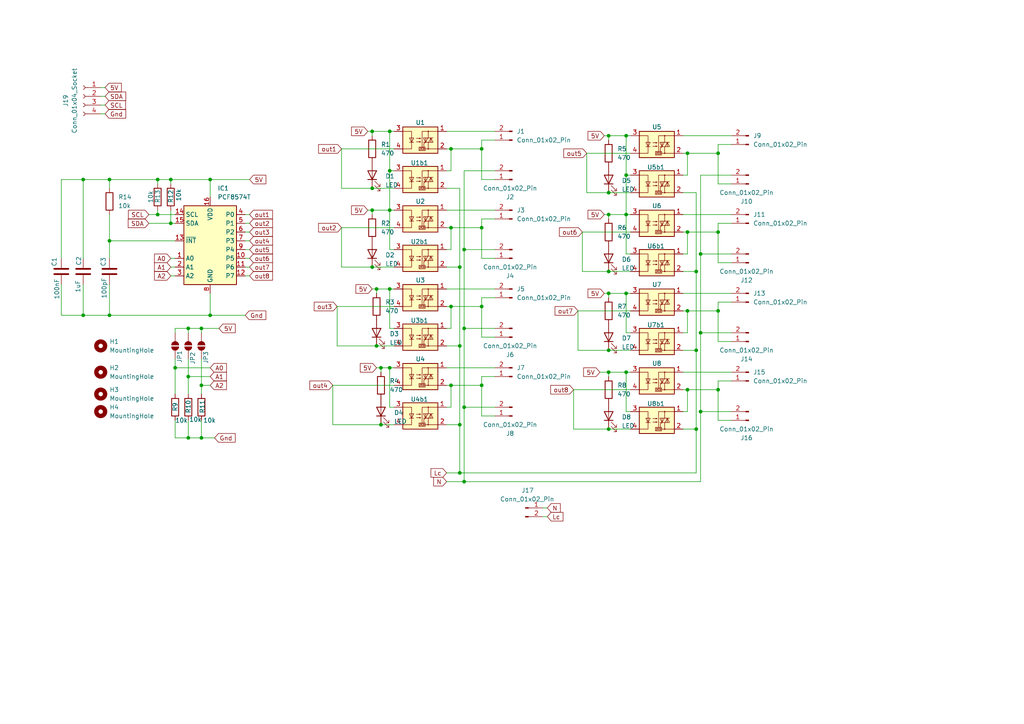
<source format=kicad_sch>
(kicad_sch
	(version 20250114)
	(generator "eeschema")
	(generator_version "9.0")
	(uuid "45e579ae-9db9-4cea-a3b0-9aa8e1f487e5")
	(paper "A4")
	(lib_symbols
		(symbol "Connector:Conn_01x02_Pin"
			(pin_names
				(offset 1.016)
				(hide yes)
			)
			(exclude_from_sim no)
			(in_bom yes)
			(on_board yes)
			(property "Reference" "J"
				(at 0 2.54 0)
				(effects
					(font
						(size 1.27 1.27)
					)
				)
			)
			(property "Value" "Conn_01x02_Pin"
				(at 0 -5.08 0)
				(effects
					(font
						(size 1.27 1.27)
					)
				)
			)
			(property "Footprint" ""
				(at 0 0 0)
				(effects
					(font
						(size 1.27 1.27)
					)
					(hide yes)
				)
			)
			(property "Datasheet" "~"
				(at 0 0 0)
				(effects
					(font
						(size 1.27 1.27)
					)
					(hide yes)
				)
			)
			(property "Description" "Generic connector, single row, 01x02, script generated"
				(at 0 0 0)
				(effects
					(font
						(size 1.27 1.27)
					)
					(hide yes)
				)
			)
			(property "ki_locked" ""
				(at 0 0 0)
				(effects
					(font
						(size 1.27 1.27)
					)
				)
			)
			(property "ki_keywords" "connector"
				(at 0 0 0)
				(effects
					(font
						(size 1.27 1.27)
					)
					(hide yes)
				)
			)
			(property "ki_fp_filters" "Connector*:*_1x??_*"
				(at 0 0 0)
				(effects
					(font
						(size 1.27 1.27)
					)
					(hide yes)
				)
			)
			(symbol "Conn_01x02_Pin_1_1"
				(rectangle
					(start 0.8636 0.127)
					(end 0 -0.127)
					(stroke
						(width 0.1524)
						(type default)
					)
					(fill
						(type outline)
					)
				)
				(rectangle
					(start 0.8636 -2.413)
					(end 0 -2.667)
					(stroke
						(width 0.1524)
						(type default)
					)
					(fill
						(type outline)
					)
				)
				(polyline
					(pts
						(xy 1.27 0) (xy 0.8636 0)
					)
					(stroke
						(width 0.1524)
						(type default)
					)
					(fill
						(type none)
					)
				)
				(polyline
					(pts
						(xy 1.27 -2.54) (xy 0.8636 -2.54)
					)
					(stroke
						(width 0.1524)
						(type default)
					)
					(fill
						(type none)
					)
				)
				(pin passive line
					(at 5.08 0 180)
					(length 3.81)
					(name "Pin_1"
						(effects
							(font
								(size 1.27 1.27)
							)
						)
					)
					(number "1"
						(effects
							(font
								(size 1.27 1.27)
							)
						)
					)
				)
				(pin passive line
					(at 5.08 -2.54 180)
					(length 3.81)
					(name "Pin_2"
						(effects
							(font
								(size 1.27 1.27)
							)
						)
					)
					(number "2"
						(effects
							(font
								(size 1.27 1.27)
							)
						)
					)
				)
			)
			(embedded_fonts no)
		)
		(symbol "Connector:Conn_01x04_Socket"
			(pin_names
				(offset 1.016)
				(hide yes)
			)
			(exclude_from_sim no)
			(in_bom yes)
			(on_board yes)
			(property "Reference" "J"
				(at 0 5.08 0)
				(effects
					(font
						(size 1.27 1.27)
					)
				)
			)
			(property "Value" "Conn_01x04_Socket"
				(at 0 -7.62 0)
				(effects
					(font
						(size 1.27 1.27)
					)
				)
			)
			(property "Footprint" ""
				(at 0 0 0)
				(effects
					(font
						(size 1.27 1.27)
					)
					(hide yes)
				)
			)
			(property "Datasheet" "~"
				(at 0 0 0)
				(effects
					(font
						(size 1.27 1.27)
					)
					(hide yes)
				)
			)
			(property "Description" "Generic connector, single row, 01x04, script generated"
				(at 0 0 0)
				(effects
					(font
						(size 1.27 1.27)
					)
					(hide yes)
				)
			)
			(property "ki_locked" ""
				(at 0 0 0)
				(effects
					(font
						(size 1.27 1.27)
					)
				)
			)
			(property "ki_keywords" "connector"
				(at 0 0 0)
				(effects
					(font
						(size 1.27 1.27)
					)
					(hide yes)
				)
			)
			(property "ki_fp_filters" "Connector*:*_1x??_*"
				(at 0 0 0)
				(effects
					(font
						(size 1.27 1.27)
					)
					(hide yes)
				)
			)
			(symbol "Conn_01x04_Socket_1_1"
				(polyline
					(pts
						(xy -1.27 2.54) (xy -0.508 2.54)
					)
					(stroke
						(width 0.1524)
						(type default)
					)
					(fill
						(type none)
					)
				)
				(polyline
					(pts
						(xy -1.27 0) (xy -0.508 0)
					)
					(stroke
						(width 0.1524)
						(type default)
					)
					(fill
						(type none)
					)
				)
				(polyline
					(pts
						(xy -1.27 -2.54) (xy -0.508 -2.54)
					)
					(stroke
						(width 0.1524)
						(type default)
					)
					(fill
						(type none)
					)
				)
				(polyline
					(pts
						(xy -1.27 -5.08) (xy -0.508 -5.08)
					)
					(stroke
						(width 0.1524)
						(type default)
					)
					(fill
						(type none)
					)
				)
				(arc
					(start 0 2.032)
					(mid -0.5058 2.54)
					(end 0 3.048)
					(stroke
						(width 0.1524)
						(type default)
					)
					(fill
						(type none)
					)
				)
				(arc
					(start 0 -0.508)
					(mid -0.5058 0)
					(end 0 0.508)
					(stroke
						(width 0.1524)
						(type default)
					)
					(fill
						(type none)
					)
				)
				(arc
					(start 0 -3.048)
					(mid -0.5058 -2.54)
					(end 0 -2.032)
					(stroke
						(width 0.1524)
						(type default)
					)
					(fill
						(type none)
					)
				)
				(arc
					(start 0 -5.588)
					(mid -0.5058 -5.08)
					(end 0 -4.572)
					(stroke
						(width 0.1524)
						(type default)
					)
					(fill
						(type none)
					)
				)
				(pin passive line
					(at -5.08 2.54 0)
					(length 3.81)
					(name "Pin_1"
						(effects
							(font
								(size 1.27 1.27)
							)
						)
					)
					(number "1"
						(effects
							(font
								(size 1.27 1.27)
							)
						)
					)
				)
				(pin passive line
					(at -5.08 0 0)
					(length 3.81)
					(name "Pin_2"
						(effects
							(font
								(size 1.27 1.27)
							)
						)
					)
					(number "2"
						(effects
							(font
								(size 1.27 1.27)
							)
						)
					)
				)
				(pin passive line
					(at -5.08 -2.54 0)
					(length 3.81)
					(name "Pin_3"
						(effects
							(font
								(size 1.27 1.27)
							)
						)
					)
					(number "3"
						(effects
							(font
								(size 1.27 1.27)
							)
						)
					)
				)
				(pin passive line
					(at -5.08 -5.08 0)
					(length 3.81)
					(name "Pin_4"
						(effects
							(font
								(size 1.27 1.27)
							)
						)
					)
					(number "4"
						(effects
							(font
								(size 1.27 1.27)
							)
						)
					)
				)
			)
			(embedded_fonts no)
		)
		(symbol "Device:C"
			(pin_numbers
				(hide yes)
			)
			(pin_names
				(offset 0.254)
			)
			(exclude_from_sim no)
			(in_bom yes)
			(on_board yes)
			(property "Reference" "C"
				(at 0.635 2.54 0)
				(effects
					(font
						(size 1.27 1.27)
					)
					(justify left)
				)
			)
			(property "Value" "C"
				(at 0.635 -2.54 0)
				(effects
					(font
						(size 1.27 1.27)
					)
					(justify left)
				)
			)
			(property "Footprint" ""
				(at 0.9652 -3.81 0)
				(effects
					(font
						(size 1.27 1.27)
					)
					(hide yes)
				)
			)
			(property "Datasheet" "~"
				(at 0 0 0)
				(effects
					(font
						(size 1.27 1.27)
					)
					(hide yes)
				)
			)
			(property "Description" "Unpolarized capacitor"
				(at 0 0 0)
				(effects
					(font
						(size 1.27 1.27)
					)
					(hide yes)
				)
			)
			(property "ki_keywords" "cap capacitor"
				(at 0 0 0)
				(effects
					(font
						(size 1.27 1.27)
					)
					(hide yes)
				)
			)
			(property "ki_fp_filters" "C_*"
				(at 0 0 0)
				(effects
					(font
						(size 1.27 1.27)
					)
					(hide yes)
				)
			)
			(symbol "C_0_1"
				(polyline
					(pts
						(xy -2.032 0.762) (xy 2.032 0.762)
					)
					(stroke
						(width 0.508)
						(type default)
					)
					(fill
						(type none)
					)
				)
				(polyline
					(pts
						(xy -2.032 -0.762) (xy 2.032 -0.762)
					)
					(stroke
						(width 0.508)
						(type default)
					)
					(fill
						(type none)
					)
				)
			)
			(symbol "C_1_1"
				(pin passive line
					(at 0 3.81 270)
					(length 2.794)
					(name "~"
						(effects
							(font
								(size 1.27 1.27)
							)
						)
					)
					(number "1"
						(effects
							(font
								(size 1.27 1.27)
							)
						)
					)
				)
				(pin passive line
					(at 0 -3.81 90)
					(length 2.794)
					(name "~"
						(effects
							(font
								(size 1.27 1.27)
							)
						)
					)
					(number "2"
						(effects
							(font
								(size 1.27 1.27)
							)
						)
					)
				)
			)
			(embedded_fonts no)
		)
		(symbol "Device:LED"
			(pin_numbers
				(hide yes)
			)
			(pin_names
				(offset 1.016)
				(hide yes)
			)
			(exclude_from_sim no)
			(in_bom yes)
			(on_board yes)
			(property "Reference" "D"
				(at 0 2.54 0)
				(effects
					(font
						(size 1.27 1.27)
					)
				)
			)
			(property "Value" "LED"
				(at 0 -2.54 0)
				(effects
					(font
						(size 1.27 1.27)
					)
				)
			)
			(property "Footprint" ""
				(at 0 0 0)
				(effects
					(font
						(size 1.27 1.27)
					)
					(hide yes)
				)
			)
			(property "Datasheet" "~"
				(at 0 0 0)
				(effects
					(font
						(size 1.27 1.27)
					)
					(hide yes)
				)
			)
			(property "Description" "Light emitting diode"
				(at 0 0 0)
				(effects
					(font
						(size 1.27 1.27)
					)
					(hide yes)
				)
			)
			(property "Sim.Pins" "1=K 2=A"
				(at 0 0 0)
				(effects
					(font
						(size 1.27 1.27)
					)
					(hide yes)
				)
			)
			(property "ki_keywords" "LED diode"
				(at 0 0 0)
				(effects
					(font
						(size 1.27 1.27)
					)
					(hide yes)
				)
			)
			(property "ki_fp_filters" "LED* LED_SMD:* LED_THT:*"
				(at 0 0 0)
				(effects
					(font
						(size 1.27 1.27)
					)
					(hide yes)
				)
			)
			(symbol "LED_0_1"
				(polyline
					(pts
						(xy -3.048 -0.762) (xy -4.572 -2.286) (xy -3.81 -2.286) (xy -4.572 -2.286) (xy -4.572 -1.524)
					)
					(stroke
						(width 0)
						(type default)
					)
					(fill
						(type none)
					)
				)
				(polyline
					(pts
						(xy -1.778 -0.762) (xy -3.302 -2.286) (xy -2.54 -2.286) (xy -3.302 -2.286) (xy -3.302 -1.524)
					)
					(stroke
						(width 0)
						(type default)
					)
					(fill
						(type none)
					)
				)
				(polyline
					(pts
						(xy -1.27 0) (xy 1.27 0)
					)
					(stroke
						(width 0)
						(type default)
					)
					(fill
						(type none)
					)
				)
				(polyline
					(pts
						(xy -1.27 -1.27) (xy -1.27 1.27)
					)
					(stroke
						(width 0.254)
						(type default)
					)
					(fill
						(type none)
					)
				)
				(polyline
					(pts
						(xy 1.27 -1.27) (xy 1.27 1.27) (xy -1.27 0) (xy 1.27 -1.27)
					)
					(stroke
						(width 0.254)
						(type default)
					)
					(fill
						(type none)
					)
				)
			)
			(symbol "LED_1_1"
				(pin passive line
					(at -3.81 0 0)
					(length 2.54)
					(name "K"
						(effects
							(font
								(size 1.27 1.27)
							)
						)
					)
					(number "1"
						(effects
							(font
								(size 1.27 1.27)
							)
						)
					)
				)
				(pin passive line
					(at 3.81 0 180)
					(length 2.54)
					(name "A"
						(effects
							(font
								(size 1.27 1.27)
							)
						)
					)
					(number "2"
						(effects
							(font
								(size 1.27 1.27)
							)
						)
					)
				)
			)
			(embedded_fonts no)
		)
		(symbol "Device:R"
			(pin_numbers
				(hide yes)
			)
			(pin_names
				(offset 0)
			)
			(exclude_from_sim no)
			(in_bom yes)
			(on_board yes)
			(property "Reference" "R"
				(at 2.032 0 90)
				(effects
					(font
						(size 1.27 1.27)
					)
				)
			)
			(property "Value" "R"
				(at 0 0 90)
				(effects
					(font
						(size 1.27 1.27)
					)
				)
			)
			(property "Footprint" ""
				(at -1.778 0 90)
				(effects
					(font
						(size 1.27 1.27)
					)
					(hide yes)
				)
			)
			(property "Datasheet" "~"
				(at 0 0 0)
				(effects
					(font
						(size 1.27 1.27)
					)
					(hide yes)
				)
			)
			(property "Description" "Resistor"
				(at 0 0 0)
				(effects
					(font
						(size 1.27 1.27)
					)
					(hide yes)
				)
			)
			(property "ki_keywords" "R res resistor"
				(at 0 0 0)
				(effects
					(font
						(size 1.27 1.27)
					)
					(hide yes)
				)
			)
			(property "ki_fp_filters" "R_*"
				(at 0 0 0)
				(effects
					(font
						(size 1.27 1.27)
					)
					(hide yes)
				)
			)
			(symbol "R_0_1"
				(rectangle
					(start -1.016 -2.54)
					(end 1.016 2.54)
					(stroke
						(width 0.254)
						(type default)
					)
					(fill
						(type none)
					)
				)
			)
			(symbol "R_1_1"
				(pin passive line
					(at 0 3.81 270)
					(length 1.27)
					(name "~"
						(effects
							(font
								(size 1.27 1.27)
							)
						)
					)
					(number "1"
						(effects
							(font
								(size 1.27 1.27)
							)
						)
					)
				)
				(pin passive line
					(at 0 -3.81 90)
					(length 1.27)
					(name "~"
						(effects
							(font
								(size 1.27 1.27)
							)
						)
					)
					(number "2"
						(effects
							(font
								(size 1.27 1.27)
							)
						)
					)
				)
			)
			(embedded_fonts no)
		)
		(symbol "Interface_Expansion:PCF8574T"
			(exclude_from_sim no)
			(in_bom yes)
			(on_board yes)
			(property "Reference" "U"
				(at -7.112 14.732 0)
				(effects
					(font
						(size 1.27 1.27)
					)
					(justify left)
				)
			)
			(property "Value" "PCF8574T"
				(at 3.302 14.732 0)
				(effects
					(font
						(size 1.27 1.27)
					)
					(justify left)
				)
			)
			(property "Footprint" "Package_SO:SOIC-16W_7.5x10.3mm_P1.27mm"
				(at 0 0 0)
				(effects
					(font
						(size 1.27 1.27)
					)
					(hide yes)
				)
			)
			(property "Datasheet" "https://www.nxp.com/docs/en/data-sheet/PCF8574_PCF8574A.pdf"
				(at 0 0 0)
				(effects
					(font
						(size 1.27 1.27)
					)
					(hide yes)
				)
			)
			(property "Description" "8-bit I/O Expander, I2C interface, interrupt output, fixed address bits 0b0100xxx, SOIC-16"
				(at 0 0 0)
				(effects
					(font
						(size 1.27 1.27)
					)
					(hide yes)
				)
			)
			(property "ki_keywords" "NXP Port-Expander"
				(at 0 0 0)
				(effects
					(font
						(size 1.27 1.27)
					)
					(hide yes)
				)
			)
			(property "ki_fp_filters" "*SOIC*7.5x10.3mm?P1.27mm*"
				(at 0 0 0)
				(effects
					(font
						(size 1.27 1.27)
					)
					(hide yes)
				)
			)
			(symbol "PCF8574T_0_1"
				(rectangle
					(start -7.62 12.7)
					(end 7.62 -10.16)
					(stroke
						(width 0.254)
						(type default)
					)
					(fill
						(type background)
					)
				)
			)
			(symbol "PCF8574T_1_1"
				(pin input line
					(at -10.16 10.16 0)
					(length 2.54)
					(name "SCL"
						(effects
							(font
								(size 1.27 1.27)
							)
						)
					)
					(number "14"
						(effects
							(font
								(size 1.27 1.27)
							)
						)
					)
				)
				(pin bidirectional line
					(at -10.16 7.62 0)
					(length 2.54)
					(name "SDA"
						(effects
							(font
								(size 1.27 1.27)
							)
						)
					)
					(number "15"
						(effects
							(font
								(size 1.27 1.27)
							)
						)
					)
				)
				(pin open_collector line
					(at -10.16 2.54 0)
					(length 2.54)
					(name "~{INT}"
						(effects
							(font
								(size 1.27 1.27)
							)
						)
					)
					(number "13"
						(effects
							(font
								(size 1.27 1.27)
							)
						)
					)
				)
				(pin input line
					(at -10.16 -2.54 0)
					(length 2.54)
					(name "A0"
						(effects
							(font
								(size 1.27 1.27)
							)
						)
					)
					(number "1"
						(effects
							(font
								(size 1.27 1.27)
							)
						)
					)
				)
				(pin input line
					(at -10.16 -5.08 0)
					(length 2.54)
					(name "A1"
						(effects
							(font
								(size 1.27 1.27)
							)
						)
					)
					(number "2"
						(effects
							(font
								(size 1.27 1.27)
							)
						)
					)
				)
				(pin input line
					(at -10.16 -7.62 0)
					(length 2.54)
					(name "A2"
						(effects
							(font
								(size 1.27 1.27)
							)
						)
					)
					(number "3"
						(effects
							(font
								(size 1.27 1.27)
							)
						)
					)
				)
				(pin power_in line
					(at 0 15.24 270)
					(length 2.54)
					(name "VDD"
						(effects
							(font
								(size 1.27 1.27)
							)
						)
					)
					(number "16"
						(effects
							(font
								(size 1.27 1.27)
							)
						)
					)
				)
				(pin power_in line
					(at 0 -12.7 90)
					(length 2.54)
					(name "GND"
						(effects
							(font
								(size 1.27 1.27)
							)
						)
					)
					(number "8"
						(effects
							(font
								(size 1.27 1.27)
							)
						)
					)
				)
				(pin bidirectional line
					(at 10.16 10.16 180)
					(length 2.54)
					(name "P0"
						(effects
							(font
								(size 1.27 1.27)
							)
						)
					)
					(number "4"
						(effects
							(font
								(size 1.27 1.27)
							)
						)
					)
				)
				(pin bidirectional line
					(at 10.16 7.62 180)
					(length 2.54)
					(name "P1"
						(effects
							(font
								(size 1.27 1.27)
							)
						)
					)
					(number "5"
						(effects
							(font
								(size 1.27 1.27)
							)
						)
					)
				)
				(pin bidirectional line
					(at 10.16 5.08 180)
					(length 2.54)
					(name "P2"
						(effects
							(font
								(size 1.27 1.27)
							)
						)
					)
					(number "6"
						(effects
							(font
								(size 1.27 1.27)
							)
						)
					)
				)
				(pin bidirectional line
					(at 10.16 2.54 180)
					(length 2.54)
					(name "P3"
						(effects
							(font
								(size 1.27 1.27)
							)
						)
					)
					(number "7"
						(effects
							(font
								(size 1.27 1.27)
							)
						)
					)
				)
				(pin bidirectional line
					(at 10.16 0 180)
					(length 2.54)
					(name "P4"
						(effects
							(font
								(size 1.27 1.27)
							)
						)
					)
					(number "9"
						(effects
							(font
								(size 1.27 1.27)
							)
						)
					)
				)
				(pin bidirectional line
					(at 10.16 -2.54 180)
					(length 2.54)
					(name "P5"
						(effects
							(font
								(size 1.27 1.27)
							)
						)
					)
					(number "10"
						(effects
							(font
								(size 1.27 1.27)
							)
						)
					)
				)
				(pin bidirectional line
					(at 10.16 -5.08 180)
					(length 2.54)
					(name "P6"
						(effects
							(font
								(size 1.27 1.27)
							)
						)
					)
					(number "11"
						(effects
							(font
								(size 1.27 1.27)
							)
						)
					)
				)
				(pin bidirectional line
					(at 10.16 -7.62 180)
					(length 2.54)
					(name "P7"
						(effects
							(font
								(size 1.27 1.27)
							)
						)
					)
					(number "12"
						(effects
							(font
								(size 1.27 1.27)
							)
						)
					)
				)
			)
			(embedded_fonts no)
		)
		(symbol "Jumper:SolderJumper_2_Open"
			(pin_numbers
				(hide yes)
			)
			(pin_names
				(offset 0)
				(hide yes)
			)
			(exclude_from_sim no)
			(in_bom no)
			(on_board yes)
			(property "Reference" "JP"
				(at 0 2.032 0)
				(effects
					(font
						(size 1.27 1.27)
					)
				)
			)
			(property "Value" "SolderJumper_2_Open"
				(at 0 -2.54 0)
				(effects
					(font
						(size 1.27 1.27)
					)
				)
			)
			(property "Footprint" ""
				(at 0 0 0)
				(effects
					(font
						(size 1.27 1.27)
					)
					(hide yes)
				)
			)
			(property "Datasheet" "~"
				(at 0 0 0)
				(effects
					(font
						(size 1.27 1.27)
					)
					(hide yes)
				)
			)
			(property "Description" "Solder Jumper, 2-pole, open"
				(at 0 0 0)
				(effects
					(font
						(size 1.27 1.27)
					)
					(hide yes)
				)
			)
			(property "ki_keywords" "solder jumper SPST"
				(at 0 0 0)
				(effects
					(font
						(size 1.27 1.27)
					)
					(hide yes)
				)
			)
			(property "ki_fp_filters" "SolderJumper*Open*"
				(at 0 0 0)
				(effects
					(font
						(size 1.27 1.27)
					)
					(hide yes)
				)
			)
			(symbol "SolderJumper_2_Open_0_1"
				(polyline
					(pts
						(xy -0.254 1.016) (xy -0.254 -1.016)
					)
					(stroke
						(width 0)
						(type default)
					)
					(fill
						(type none)
					)
				)
				(arc
					(start -0.254 -1.016)
					(mid -1.2656 0)
					(end -0.254 1.016)
					(stroke
						(width 0)
						(type default)
					)
					(fill
						(type none)
					)
				)
				(arc
					(start -0.254 -1.016)
					(mid -1.2656 0)
					(end -0.254 1.016)
					(stroke
						(width 0)
						(type default)
					)
					(fill
						(type outline)
					)
				)
				(arc
					(start 0.254 1.016)
					(mid 1.2656 0)
					(end 0.254 -1.016)
					(stroke
						(width 0)
						(type default)
					)
					(fill
						(type none)
					)
				)
				(arc
					(start 0.254 1.016)
					(mid 1.2656 0)
					(end 0.254 -1.016)
					(stroke
						(width 0)
						(type default)
					)
					(fill
						(type outline)
					)
				)
				(polyline
					(pts
						(xy 0.254 1.016) (xy 0.254 -1.016)
					)
					(stroke
						(width 0)
						(type default)
					)
					(fill
						(type none)
					)
				)
			)
			(symbol "SolderJumper_2_Open_1_1"
				(pin passive line
					(at -3.81 0 0)
					(length 2.54)
					(name "A"
						(effects
							(font
								(size 1.27 1.27)
							)
						)
					)
					(number "1"
						(effects
							(font
								(size 1.27 1.27)
							)
						)
					)
				)
				(pin passive line
					(at 3.81 0 180)
					(length 2.54)
					(name "B"
						(effects
							(font
								(size 1.27 1.27)
							)
						)
					)
					(number "2"
						(effects
							(font
								(size 1.27 1.27)
							)
						)
					)
				)
			)
			(embedded_fonts no)
		)
		(symbol "Mechanical:MountingHole"
			(pin_names
				(offset 1.016)
			)
			(exclude_from_sim no)
			(in_bom no)
			(on_board yes)
			(property "Reference" "H"
				(at 0 5.08 0)
				(effects
					(font
						(size 1.27 1.27)
					)
				)
			)
			(property "Value" "MountingHole"
				(at 0 3.175 0)
				(effects
					(font
						(size 1.27 1.27)
					)
				)
			)
			(property "Footprint" ""
				(at 0 0 0)
				(effects
					(font
						(size 1.27 1.27)
					)
					(hide yes)
				)
			)
			(property "Datasheet" "~"
				(at 0 0 0)
				(effects
					(font
						(size 1.27 1.27)
					)
					(hide yes)
				)
			)
			(property "Description" "Mounting Hole without connection"
				(at 0 0 0)
				(effects
					(font
						(size 1.27 1.27)
					)
					(hide yes)
				)
			)
			(property "ki_keywords" "mounting hole"
				(at 0 0 0)
				(effects
					(font
						(size 1.27 1.27)
					)
					(hide yes)
				)
			)
			(property "ki_fp_filters" "MountingHole*"
				(at 0 0 0)
				(effects
					(font
						(size 1.27 1.27)
					)
					(hide yes)
				)
			)
			(symbol "MountingHole_0_1"
				(circle
					(center 0 0)
					(radius 1.27)
					(stroke
						(width 1.27)
						(type default)
					)
					(fill
						(type none)
					)
				)
			)
			(embedded_fonts no)
		)
		(symbol "Relay_SolidState:S102S02"
			(exclude_from_sim no)
			(in_bom yes)
			(on_board yes)
			(property "Reference" "U"
				(at -5.08 5.08 0)
				(effects
					(font
						(size 1.27 1.27)
					)
					(justify left)
				)
			)
			(property "Value" "S102S02"
				(at 0 5.08 0)
				(effects
					(font
						(size 1.27 1.27)
					)
					(justify left)
				)
			)
			(property "Footprint" "Package_SIP:SIP4_Sharp-SSR_P7.62mm_Straight"
				(at -5.08 -5.08 0)
				(effects
					(font
						(size 1.27 1.27)
						(italic yes)
					)
					(justify left)
					(hide yes)
				)
			)
			(property "Datasheet" "http://www.sharp-world.com/products/device/lineup/data/pdf/datasheet/s102s02_e.pdf"
				(at 0 0 0)
				(effects
					(font
						(size 1.27 1.27)
					)
					(justify left)
					(hide yes)
				)
			)
			(property "Description" "Zero Cross Opto-Triac, Vdrm 400V, Ift 8mA, IT 8A"
				(at 0 0 0)
				(effects
					(font
						(size 1.27 1.27)
					)
					(hide yes)
				)
			)
			(property "ki_keywords" "Opto-Triac Opto Triac Zero Cross Solid State Relays"
				(at 0 0 0)
				(effects
					(font
						(size 1.27 1.27)
					)
					(hide yes)
				)
			)
			(property "ki_fp_filters" "SIP4*Sharp*SSR*P7.62mm*"
				(at 0 0 0)
				(effects
					(font
						(size 1.27 1.27)
					)
					(hide yes)
				)
			)
			(symbol "S102S02_0_0"
				(rectangle
					(start -0.381 -2.032)
					(end 1.397 -3.048)
					(stroke
						(width 0)
						(type default)
					)
					(fill
						(type none)
					)
				)
				(polyline
					(pts
						(xy 1.524 -0.635) (xy 1.016 -1.016) (xy 1.016 -2.032)
					)
					(stroke
						(width 0)
						(type default)
					)
					(fill
						(type none)
					)
				)
				(polyline
					(pts
						(xy 2.286 -2.54) (xy 1.397 -2.54)
					)
					(stroke
						(width 0)
						(type default)
					)
					(fill
						(type none)
					)
				)
				(text "ZCD"
					(at 0.508 -2.54 0)
					(effects
						(font
							(size 0.508 0.508)
						)
					)
				)
			)
			(symbol "S102S02_0_1"
				(rectangle
					(start -5.08 3.81)
					(end 5.08 -3.81)
					(stroke
						(width 0.254)
						(type default)
					)
					(fill
						(type background)
					)
				)
				(polyline
					(pts
						(xy -5.08 2.54) (xy -2.54 2.54) (xy -2.54 -2.54) (xy -5.08 -2.54)
					)
					(stroke
						(width 0)
						(type default)
					)
					(fill
						(type none)
					)
				)
				(polyline
					(pts
						(xy -3.175 -0.635) (xy -1.905 -0.635)
					)
					(stroke
						(width 0)
						(type default)
					)
					(fill
						(type none)
					)
				)
				(polyline
					(pts
						(xy -2.54 -0.635) (xy -3.175 0.635) (xy -1.905 0.635) (xy -2.54 -0.635)
					)
					(stroke
						(width 0)
						(type default)
					)
					(fill
						(type none)
					)
				)
				(polyline
					(pts
						(xy -1.143 0.508) (xy 0.127 0.508) (xy -0.254 0.381) (xy -0.254 0.635) (xy 0.127 0.508)
					)
					(stroke
						(width 0)
						(type default)
					)
					(fill
						(type none)
					)
				)
				(polyline
					(pts
						(xy -1.143 -0.508) (xy 0.127 -0.508) (xy -0.254 -0.635) (xy -0.254 -0.381) (xy 0.127 -0.508)
					)
					(stroke
						(width 0)
						(type default)
					)
					(fill
						(type none)
					)
				)
				(polyline
					(pts
						(xy 0.889 -0.635) (xy 3.683 -0.635) (xy 3.048 0.635) (xy 2.413 -0.635)
					)
					(stroke
						(width 0)
						(type default)
					)
					(fill
						(type none)
					)
				)
				(polyline
					(pts
						(xy 1.524 -0.635) (xy 1.524 0.635)
					)
					(stroke
						(width 0)
						(type default)
					)
					(fill
						(type none)
					)
				)
				(polyline
					(pts
						(xy 2.286 2.54) (xy 0.508 2.54) (xy 0.508 -2.032)
					)
					(stroke
						(width 0)
						(type default)
					)
					(fill
						(type none)
					)
				)
				(circle
					(center 2.286 2.54)
					(radius 0.127)
					(stroke
						(width 0)
						(type default)
					)
					(fill
						(type none)
					)
				)
				(polyline
					(pts
						(xy 2.286 0.635) (xy 2.286 2.54) (xy 5.08 2.54)
					)
					(stroke
						(width 0)
						(type default)
					)
					(fill
						(type none)
					)
				)
				(polyline
					(pts
						(xy 2.286 -0.635) (xy 2.286 -2.54) (xy 5.08 -2.54)
					)
					(stroke
						(width 0)
						(type default)
					)
					(fill
						(type none)
					)
				)
				(circle
					(center 2.286 -2.54)
					(radius 0.127)
					(stroke
						(width 0)
						(type default)
					)
					(fill
						(type none)
					)
				)
				(polyline
					(pts
						(xy 3.048 0.635) (xy 3.048 -0.635)
					)
					(stroke
						(width 0)
						(type default)
					)
					(fill
						(type none)
					)
				)
				(polyline
					(pts
						(xy 3.683 0.635) (xy 0.889 0.635) (xy 1.524 -0.635) (xy 2.159 0.635)
					)
					(stroke
						(width 0)
						(type default)
					)
					(fill
						(type none)
					)
				)
			)
			(symbol "S102S02_1_1"
				(pin passive line
					(at -7.62 2.54 0)
					(length 2.54)
					(name "~"
						(effects
							(font
								(size 1.27 1.27)
							)
						)
					)
					(number "3"
						(effects
							(font
								(size 1.27 1.27)
							)
						)
					)
				)
				(pin passive line
					(at -7.62 -2.54 0)
					(length 2.54)
					(name "~"
						(effects
							(font
								(size 1.27 1.27)
							)
						)
					)
					(number "4"
						(effects
							(font
								(size 1.27 1.27)
							)
						)
					)
				)
				(pin passive line
					(at 7.62 2.54 180)
					(length 2.54)
					(name "~"
						(effects
							(font
								(size 1.27 1.27)
							)
						)
					)
					(number "1"
						(effects
							(font
								(size 1.27 1.27)
							)
						)
					)
				)
				(pin passive line
					(at 7.62 -2.54 180)
					(length 2.54)
					(name "~"
						(effects
							(font
								(size 1.27 1.27)
							)
						)
					)
					(number "2"
						(effects
							(font
								(size 1.27 1.27)
							)
						)
					)
				)
			)
			(embedded_fonts no)
		)
	)
	(junction
		(at 113.03 60.96)
		(diameter 0)
		(color 0 0 0 0)
		(uuid "00a41dee-33b5-4894-8f6d-fc7d4af92d47")
	)
	(junction
		(at 199.39 67.31)
		(diameter 0)
		(color 0 0 0 0)
		(uuid "0184b79d-4877-4dda-ace3-6bb6f75e397a")
	)
	(junction
		(at 181.61 50.8)
		(diameter 0)
		(color 0 0 0 0)
		(uuid "0460619a-9260-4958-976a-2413297b0dc0")
	)
	(junction
		(at 54.61 109.22)
		(diameter 0)
		(color 0 0 0 0)
		(uuid "096fa5bd-88ba-4a0c-b18c-2262fd483e16")
	)
	(junction
		(at 110.49 123.19)
		(diameter 0)
		(color 0 0 0 0)
		(uuid "0c9c0d6b-5311-4a9e-9652-9089f467de05")
	)
	(junction
		(at 130.81 66.04)
		(diameter 0)
		(color 0 0 0 0)
		(uuid "0caa0baf-a252-427c-8887-908e7d82b271")
	)
	(junction
		(at 130.81 88.9)
		(diameter 0)
		(color 0 0 0 0)
		(uuid "0cb6edaa-e092-4438-b60f-305814bdbbf8")
	)
	(junction
		(at 199.39 44.45)
		(diameter 0)
		(color 0 0 0 0)
		(uuid "0ee01804-4c9f-486a-86bf-36c3794ef05d")
	)
	(junction
		(at 113.03 106.68)
		(diameter 0)
		(color 0 0 0 0)
		(uuid "178c7318-be7f-463b-93e7-6794be5a0bfc")
	)
	(junction
		(at 107.95 77.47)
		(diameter 0)
		(color 0 0 0 0)
		(uuid "1a80beb2-5ef1-4b5f-833c-e0b1ae982cab")
	)
	(junction
		(at 176.53 62.23)
		(diameter 0)
		(color 0 0 0 0)
		(uuid "1f8e060b-ae16-4253-97ae-cf5b4ff08d3e")
	)
	(junction
		(at 130.81 111.76)
		(diameter 0)
		(color 0 0 0 0)
		(uuid "20968332-a775-47c0-aeb9-e291785e23ee")
	)
	(junction
		(at 201.93 78.74)
		(diameter 0)
		(color 0 0 0 0)
		(uuid "24550622-3464-4a39-9c43-c578e9c4032f")
	)
	(junction
		(at 181.61 85.09)
		(diameter 0)
		(color 0 0 0 0)
		(uuid "2d33bead-b2e8-4a6b-bd5a-ac3102a76b97")
	)
	(junction
		(at 203.2 96.52)
		(diameter 0)
		(color 0 0 0 0)
		(uuid "3883d337-bc8a-4396-940d-cc6ea5d8707b")
	)
	(junction
		(at 176.53 85.09)
		(diameter 0)
		(color 0 0 0 0)
		(uuid "39adf52c-9d3e-4e71-b3b1-139cee4b48ce")
	)
	(junction
		(at 113.03 38.1)
		(diameter 0)
		(color 0 0 0 0)
		(uuid "3dc15c1e-1c19-47aa-8057-679da22fe7c8")
	)
	(junction
		(at 130.81 43.18)
		(diameter 0)
		(color 0 0 0 0)
		(uuid "3dec9ba1-7c7f-4f60-abb8-3f0a1774440c")
	)
	(junction
		(at 134.62 139.7)
		(diameter 0)
		(color 0 0 0 0)
		(uuid "3f02efa0-45ee-455d-a2da-9a9f5dea5343")
	)
	(junction
		(at 133.35 123.19)
		(diameter 0)
		(color 0 0 0 0)
		(uuid "46d2e18e-1193-4b1e-a6e6-44ff602e16c9")
	)
	(junction
		(at 208.28 44.45)
		(diameter 0)
		(color 0 0 0 0)
		(uuid "5273c275-a1e2-46f0-826a-4c7cfe41157e")
	)
	(junction
		(at 113.03 83.82)
		(diameter 0)
		(color 0 0 0 0)
		(uuid "5449584d-be31-4479-ac36-cf5831a21756")
	)
	(junction
		(at 133.35 100.33)
		(diameter 0)
		(color 0 0 0 0)
		(uuid "5701e3e9-4d6b-4d9e-846b-30eb1cfba7dc")
	)
	(junction
		(at 54.61 127)
		(diameter 0)
		(color 0 0 0 0)
		(uuid "57fa93a3-c2a2-44ef-a2b0-af4ab8b5382e")
	)
	(junction
		(at 139.7 88.9)
		(diameter 0)
		(color 0 0 0 0)
		(uuid "5cfcaac2-d14e-430b-bd5a-fcbcb6996ff3")
	)
	(junction
		(at 181.61 62.23)
		(diameter 0)
		(color 0 0 0 0)
		(uuid "5e31bc79-cb6b-4e4c-b1b9-1684058a66e5")
	)
	(junction
		(at 110.49 106.68)
		(diameter 0)
		(color 0 0 0 0)
		(uuid "64938b74-1fde-4810-8726-0e5dbf67e67b")
	)
	(junction
		(at 134.62 72.39)
		(diameter 0)
		(color 0 0 0 0)
		(uuid "65b653de-a23e-413f-aca4-376252f28639")
	)
	(junction
		(at 54.61 95.25)
		(diameter 0)
		(color 0 0 0 0)
		(uuid "6649a557-e4f9-44f9-886a-8bb4b259179f")
	)
	(junction
		(at 181.61 39.37)
		(diameter 0)
		(color 0 0 0 0)
		(uuid "68548d48-9247-4eb8-ad33-11461e6cd0ca")
	)
	(junction
		(at 176.53 39.37)
		(diameter 0)
		(color 0 0 0 0)
		(uuid "69221040-eb22-4196-aad0-fd3e50b216be")
	)
	(junction
		(at 139.7 43.18)
		(diameter 0)
		(color 0 0 0 0)
		(uuid "6ec2bba1-f015-46cf-8c81-66638846b484")
	)
	(junction
		(at 208.28 67.31)
		(diameter 0)
		(color 0 0 0 0)
		(uuid "79f3af58-691b-4ace-baf7-a8dd48ff4d48")
	)
	(junction
		(at 203.2 119.38)
		(diameter 0)
		(color 0 0 0 0)
		(uuid "7d1aff80-0866-42ca-8c86-0d7db4bf6d08")
	)
	(junction
		(at 60.96 52.07)
		(diameter 0)
		(color 0 0 0 0)
		(uuid "7d4c0b6c-f0cd-4d56-bcf3-a284f85198c2")
	)
	(junction
		(at 134.62 95.25)
		(diameter 0)
		(color 0 0 0 0)
		(uuid "81366b47-d8da-4993-b3ae-90d59fea61d3")
	)
	(junction
		(at 31.75 52.07)
		(diameter 0)
		(color 0 0 0 0)
		(uuid "816e9997-f2eb-4b5d-92ba-a1b77195cee4")
	)
	(junction
		(at 49.53 52.07)
		(diameter 0)
		(color 0 0 0 0)
		(uuid "8361147b-16c3-48e7-ae84-5e524608173c")
	)
	(junction
		(at 24.13 91.44)
		(diameter 0)
		(color 0 0 0 0)
		(uuid "892a6cae-fdc5-4be3-a6bf-9fc8cd514474")
	)
	(junction
		(at 31.75 91.44)
		(diameter 0)
		(color 0 0 0 0)
		(uuid "894b2b16-7b30-431c-98a8-fa56c9acd6ce")
	)
	(junction
		(at 201.93 101.6)
		(diameter 0)
		(color 0 0 0 0)
		(uuid "8bac4a54-4a9e-43cd-bf1e-80f64d1c2380")
	)
	(junction
		(at 31.75 69.85)
		(diameter 0)
		(color 0 0 0 0)
		(uuid "8d98660b-d6c4-4fc5-b22c-f5416a4a6ecf")
	)
	(junction
		(at 176.53 107.95)
		(diameter 0)
		(color 0 0 0 0)
		(uuid "92217f2e-eaaf-4107-a554-66b44d98d8a1")
	)
	(junction
		(at 107.95 38.1)
		(diameter 0)
		(color 0 0 0 0)
		(uuid "92285d9e-82f9-465e-aaf5-fe4459b3b929")
	)
	(junction
		(at 45.72 62.23)
		(diameter 0)
		(color 0 0 0 0)
		(uuid "9288dde4-b653-4765-82a8-d18efbe8874b")
	)
	(junction
		(at 208.28 90.17)
		(diameter 0)
		(color 0 0 0 0)
		(uuid "a02c3258-7ed4-4a64-a7d5-80ab0c1d95b7")
	)
	(junction
		(at 50.8 106.68)
		(diameter 0)
		(color 0 0 0 0)
		(uuid "a4988744-b025-40c7-9bf1-c5de5797109c")
	)
	(junction
		(at 49.53 64.77)
		(diameter 0)
		(color 0 0 0 0)
		(uuid "aa4d9b29-1511-4f3b-95db-982d78db3d30")
	)
	(junction
		(at 113.03 49.53)
		(diameter 0)
		(color 0 0 0 0)
		(uuid "ad6072c9-6994-4b91-83c8-d87e8a8ed94c")
	)
	(junction
		(at 109.22 83.82)
		(diameter 0)
		(color 0 0 0 0)
		(uuid "b0a82afd-d5ca-4231-9d00-3a8e10c9fece")
	)
	(junction
		(at 107.95 54.61)
		(diameter 0)
		(color 0 0 0 0)
		(uuid "b77dbea6-426b-4c9e-8bf9-6c94971b32f3")
	)
	(junction
		(at 24.13 52.07)
		(diameter 0)
		(color 0 0 0 0)
		(uuid "bb3026ff-9fe3-4710-9faa-90a5ce4a1868")
	)
	(junction
		(at 201.93 124.46)
		(diameter 0)
		(color 0 0 0 0)
		(uuid "bcdc1ac4-e650-4f75-a00b-2d301b139b7d")
	)
	(junction
		(at 199.39 90.17)
		(diameter 0)
		(color 0 0 0 0)
		(uuid "bce68e36-b72e-4e58-9e3d-f18968b1f137")
	)
	(junction
		(at 58.42 111.76)
		(diameter 0)
		(color 0 0 0 0)
		(uuid "c55c645b-51e0-4c26-ba3e-53199d1d5f1f")
	)
	(junction
		(at 203.2 73.66)
		(diameter 0)
		(color 0 0 0 0)
		(uuid "c60ca5f9-b7dc-4ee7-aa10-41fdcf1e0c05")
	)
	(junction
		(at 208.28 113.03)
		(diameter 0)
		(color 0 0 0 0)
		(uuid "c63e12c7-7ceb-4225-a7d4-5e64fa1f37f3")
	)
	(junction
		(at 58.42 95.25)
		(diameter 0)
		(color 0 0 0 0)
		(uuid "cb07ac40-10c4-4117-b11a-388d6a9150fb")
	)
	(junction
		(at 107.95 60.96)
		(diameter 0)
		(color 0 0 0 0)
		(uuid "cde66ba0-f8df-4ad7-abb6-7311a8319985")
	)
	(junction
		(at 58.42 127)
		(diameter 0)
		(color 0 0 0 0)
		(uuid "ce4b02fb-2f3f-49a9-8755-df3381d12617")
	)
	(junction
		(at 181.61 107.95)
		(diameter 0)
		(color 0 0 0 0)
		(uuid "d3618334-fe71-4800-83ae-413a178196eb")
	)
	(junction
		(at 60.96 91.44)
		(diameter 0)
		(color 0 0 0 0)
		(uuid "d4eafdb3-839b-4724-a68d-3b808068d494")
	)
	(junction
		(at 176.53 78.74)
		(diameter 0)
		(color 0 0 0 0)
		(uuid "d7c9086a-c6dc-464f-8428-a5ee8e061b8a")
	)
	(junction
		(at 133.35 77.47)
		(diameter 0)
		(color 0 0 0 0)
		(uuid "dc145b2b-2e40-4e99-9f58-cfde44411f7f")
	)
	(junction
		(at 139.7 111.76)
		(diameter 0)
		(color 0 0 0 0)
		(uuid "deb8fb34-68eb-4b7b-8840-1da5d2f6bd3f")
	)
	(junction
		(at 176.53 124.46)
		(diameter 0)
		(color 0 0 0 0)
		(uuid "e1e559bb-cc1d-4082-84f9-1b903858cc97")
	)
	(junction
		(at 133.35 137.16)
		(diameter 0)
		(color 0 0 0 0)
		(uuid "e25fdf47-1271-41c4-97f0-c435d90cc1e2")
	)
	(junction
		(at 199.39 113.03)
		(diameter 0)
		(color 0 0 0 0)
		(uuid "e75b6f4e-91e8-4e62-a3bc-b8c1446d2dca")
	)
	(junction
		(at 134.62 118.11)
		(diameter 0)
		(color 0 0 0 0)
		(uuid "ec67827d-5cb1-41d7-9b37-2c37d196143a")
	)
	(junction
		(at 176.53 101.6)
		(diameter 0)
		(color 0 0 0 0)
		(uuid "ede99871-8b80-4110-96ae-4ed720b8534b")
	)
	(junction
		(at 139.7 66.04)
		(diameter 0)
		(color 0 0 0 0)
		(uuid "f2319568-a936-4498-9ccf-ef71f0a229ae")
	)
	(junction
		(at 45.72 52.07)
		(diameter 0)
		(color 0 0 0 0)
		(uuid "f47594b3-a765-4704-91b0-1b0219d49fac")
	)
	(junction
		(at 109.22 100.33)
		(diameter 0)
		(color 0 0 0 0)
		(uuid "fd160667-896c-410a-8e1a-afdbdc3a7621")
	)
	(junction
		(at 176.53 55.88)
		(diameter 0)
		(color 0 0 0 0)
		(uuid "fe81dce4-dcd8-42c3-bdb7-eaf02e56df69")
	)
	(wire
		(pts
			(xy 182.88 119.38) (xy 181.61 119.38)
		)
		(stroke
			(width 0)
			(type default)
		)
		(uuid "020ad6f3-cbb8-4a6f-81b6-bb9a26884607")
	)
	(wire
		(pts
			(xy 176.53 101.6) (xy 182.88 101.6)
		)
		(stroke
			(width 0)
			(type default)
		)
		(uuid "030b573f-6e0c-4829-a2a4-4d7b58b3caf1")
	)
	(wire
		(pts
			(xy 139.7 66.04) (xy 139.7 74.93)
		)
		(stroke
			(width 0)
			(type default)
		)
		(uuid "04918eaa-4dbc-4729-a8bf-7eafa7e97b51")
	)
	(wire
		(pts
			(xy 54.61 109.22) (xy 60.96 109.22)
		)
		(stroke
			(width 0)
			(type default)
		)
		(uuid "0691edc9-687f-4361-9eab-4a9528fedc3f")
	)
	(wire
		(pts
			(xy 176.53 78.74) (xy 182.88 78.74)
		)
		(stroke
			(width 0)
			(type default)
		)
		(uuid "07579bd6-062d-407b-856d-ef0edf496c9d")
	)
	(wire
		(pts
			(xy 201.93 124.46) (xy 198.12 124.46)
		)
		(stroke
			(width 0)
			(type default)
		)
		(uuid "07641f45-0f6a-47da-ae1b-acd198e6d237")
	)
	(wire
		(pts
			(xy 198.12 62.23) (xy 212.09 62.23)
		)
		(stroke
			(width 0)
			(type default)
		)
		(uuid "078f922a-4e7d-424a-a80c-0ccab5e72ec8")
	)
	(wire
		(pts
			(xy 54.61 109.22) (xy 54.61 114.3)
		)
		(stroke
			(width 0)
			(type default)
		)
		(uuid "079430c7-4a14-4204-9319-6c0992196d99")
	)
	(wire
		(pts
			(xy 129.54 137.16) (xy 133.35 137.16)
		)
		(stroke
			(width 0)
			(type default)
		)
		(uuid "0986117c-9f3f-4772-bb13-1c7fa4059f62")
	)
	(wire
		(pts
			(xy 107.95 39.37) (xy 107.95 38.1)
		)
		(stroke
			(width 0)
			(type default)
		)
		(uuid "0ab2d332-83b4-417c-af35-8bb185780223")
	)
	(wire
		(pts
			(xy 198.12 113.03) (xy 199.39 113.03)
		)
		(stroke
			(width 0)
			(type default)
		)
		(uuid "0ad040b3-8113-4db6-a709-b60fbc56a657")
	)
	(wire
		(pts
			(xy 208.28 64.77) (xy 212.09 64.77)
		)
		(stroke
			(width 0)
			(type default)
		)
		(uuid "0af4881c-c8da-4dd1-a03d-ead78ac87a96")
	)
	(wire
		(pts
			(xy 107.95 54.61) (xy 114.3 54.61)
		)
		(stroke
			(width 0)
			(type default)
		)
		(uuid "0b7442f5-addc-4e83-a2dd-c7fe13c33888")
	)
	(wire
		(pts
			(xy 134.62 72.39) (xy 134.62 95.25)
		)
		(stroke
			(width 0)
			(type default)
		)
		(uuid "0e3e3e7a-261f-4a63-b941-2718e069eb92")
	)
	(wire
		(pts
			(xy 30.48 27.94) (xy 29.21 27.94)
		)
		(stroke
			(width 0)
			(type default)
		)
		(uuid "0e661b43-c9ac-4edf-830c-d9a63038f99c")
	)
	(wire
		(pts
			(xy 109.22 106.68) (xy 110.49 106.68)
		)
		(stroke
			(width 0)
			(type default)
		)
		(uuid "0f92c0e8-c09c-4a8c-9b3b-8a47d461c590")
	)
	(wire
		(pts
			(xy 72.39 80.01) (xy 71.12 80.01)
		)
		(stroke
			(width 0)
			(type default)
		)
		(uuid "140c43a3-9f74-4140-ab58-bd8850f24ced")
	)
	(wire
		(pts
			(xy 199.39 50.8) (xy 198.12 50.8)
		)
		(stroke
			(width 0)
			(type default)
		)
		(uuid "15887bac-376f-436e-865e-5325c8591ec6")
	)
	(wire
		(pts
			(xy 199.39 113.03) (xy 208.28 113.03)
		)
		(stroke
			(width 0)
			(type default)
		)
		(uuid "1613dad3-dfd9-44da-ab16-8667e3d745a1")
	)
	(wire
		(pts
			(xy 97.79 88.9) (xy 114.3 88.9)
		)
		(stroke
			(width 0)
			(type default)
		)
		(uuid "174e506e-c91d-4017-8d8d-27d7a1758276")
	)
	(wire
		(pts
			(xy 24.13 52.07) (xy 24.13 74.93)
		)
		(stroke
			(width 0)
			(type default)
		)
		(uuid "1863b25f-023a-4cd9-ace9-a22a89ee4830")
	)
	(wire
		(pts
			(xy 130.81 43.18) (xy 130.81 49.53)
		)
		(stroke
			(width 0)
			(type default)
		)
		(uuid "18c094bf-ae26-4b0c-9d00-ba72c2e54ef5")
	)
	(wire
		(pts
			(xy 72.39 74.93) (xy 71.12 74.93)
		)
		(stroke
			(width 0)
			(type default)
		)
		(uuid "1a514748-8eb4-4f2c-9b77-8315f9c9cc5d")
	)
	(wire
		(pts
			(xy 54.61 104.14) (xy 54.61 109.22)
		)
		(stroke
			(width 0)
			(type default)
		)
		(uuid "1a6cec68-f875-4a05-b8c0-5e949f907934")
	)
	(wire
		(pts
			(xy 134.62 95.25) (xy 134.62 118.11)
		)
		(stroke
			(width 0)
			(type default)
		)
		(uuid "1a9a548d-29fd-4f7d-94ac-f9dcd126baee")
	)
	(wire
		(pts
			(xy 181.61 50.8) (xy 181.61 62.23)
		)
		(stroke
			(width 0)
			(type default)
		)
		(uuid "1b9a8702-647b-4446-a4ac-e08304c771b6")
	)
	(wire
		(pts
			(xy 72.39 64.77) (xy 71.12 64.77)
		)
		(stroke
			(width 0)
			(type default)
		)
		(uuid "1d18f2aa-b144-47b8-8218-554329dc3022")
	)
	(wire
		(pts
			(xy 170.18 44.45) (xy 170.18 55.88)
		)
		(stroke
			(width 0)
			(type default)
		)
		(uuid "1d300e66-298a-4cdc-9490-0014995ee0c1")
	)
	(wire
		(pts
			(xy 139.7 109.22) (xy 143.51 109.22)
		)
		(stroke
			(width 0)
			(type default)
		)
		(uuid "1e7f8dfa-e16a-455b-a5af-8cb39fbaef10")
	)
	(wire
		(pts
			(xy 129.54 88.9) (xy 130.81 88.9)
		)
		(stroke
			(width 0)
			(type default)
		)
		(uuid "214bc9ba-8e87-479a-867e-5aa5a2944a10")
	)
	(wire
		(pts
			(xy 175.26 85.09) (xy 176.53 85.09)
		)
		(stroke
			(width 0)
			(type default)
		)
		(uuid "21af288c-dda0-4d0d-b787-892de05865b2")
	)
	(wire
		(pts
			(xy 176.53 109.22) (xy 176.53 107.95)
		)
		(stroke
			(width 0)
			(type default)
		)
		(uuid "225caf74-adce-48fc-8665-a8341963dfd9")
	)
	(wire
		(pts
			(xy 49.53 77.47) (xy 50.8 77.47)
		)
		(stroke
			(width 0)
			(type default)
		)
		(uuid "22d9959a-4124-4cd9-971c-4d150256d89e")
	)
	(wire
		(pts
			(xy 129.54 38.1) (xy 143.51 38.1)
		)
		(stroke
			(width 0)
			(type default)
		)
		(uuid "254ca2ac-0e51-4b5e-9e7c-4c41c4ee1e58")
	)
	(wire
		(pts
			(xy 176.53 107.95) (xy 181.61 107.95)
		)
		(stroke
			(width 0)
			(type default)
		)
		(uuid "26b7c831-bd10-45bc-af2e-34ccb49bc02f")
	)
	(wire
		(pts
			(xy 130.81 111.76) (xy 130.81 118.11)
		)
		(stroke
			(width 0)
			(type default)
		)
		(uuid "295c9371-c30c-4210-8d28-03ed061d1ecb")
	)
	(wire
		(pts
			(xy 139.7 63.5) (xy 139.7 66.04)
		)
		(stroke
			(width 0)
			(type default)
		)
		(uuid "2a3c5826-86bd-491e-af49-3a97ff1aa994")
	)
	(wire
		(pts
			(xy 109.22 85.09) (xy 109.22 83.82)
		)
		(stroke
			(width 0)
			(type default)
		)
		(uuid "2b2aba18-cdaa-4bcb-ac80-6c1f9e5eb39a")
	)
	(wire
		(pts
			(xy 109.22 83.82) (xy 113.03 83.82)
		)
		(stroke
			(width 0)
			(type default)
		)
		(uuid "2c86dc54-da5c-4d89-aacd-4acb654de835")
	)
	(wire
		(pts
			(xy 181.61 62.23) (xy 182.88 62.23)
		)
		(stroke
			(width 0)
			(type default)
		)
		(uuid "2eda2fa8-1a43-418d-baa7-816a8f4769a9")
	)
	(wire
		(pts
			(xy 130.81 72.39) (xy 129.54 72.39)
		)
		(stroke
			(width 0)
			(type default)
		)
		(uuid "2f17584d-4932-44b5-b879-646b561d819c")
	)
	(wire
		(pts
			(xy 170.18 55.88) (xy 176.53 55.88)
		)
		(stroke
			(width 0)
			(type default)
		)
		(uuid "32730754-f637-4307-a6f0-fecce0b4e34c")
	)
	(wire
		(pts
			(xy 24.13 91.44) (xy 31.75 91.44)
		)
		(stroke
			(width 0)
			(type default)
		)
		(uuid "327bfb58-db3a-4f85-bd61-ddcfd09fd60b")
	)
	(wire
		(pts
			(xy 107.95 60.96) (xy 113.03 60.96)
		)
		(stroke
			(width 0)
			(type default)
		)
		(uuid "32dc45f0-504d-4ff5-bbe2-b6f2267180f0")
	)
	(wire
		(pts
			(xy 133.35 77.47) (xy 133.35 100.33)
		)
		(stroke
			(width 0)
			(type default)
		)
		(uuid "33177de7-42b8-4a86-9a58-64e99141a808")
	)
	(wire
		(pts
			(xy 139.7 43.18) (xy 139.7 52.07)
		)
		(stroke
			(width 0)
			(type default)
		)
		(uuid "334d0b6e-acc5-44a8-9398-b87e9b41a413")
	)
	(wire
		(pts
			(xy 199.39 67.31) (xy 199.39 73.66)
		)
		(stroke
			(width 0)
			(type default)
		)
		(uuid "34184a58-0c89-4a42-b068-4ef3d6d2cdcc")
	)
	(wire
		(pts
			(xy 133.35 123.19) (xy 129.54 123.19)
		)
		(stroke
			(width 0)
			(type default)
		)
		(uuid "3549ea52-d635-4d26-b8c9-cd9884fbc7df")
	)
	(wire
		(pts
			(xy 17.78 91.44) (xy 24.13 91.44)
		)
		(stroke
			(width 0)
			(type default)
		)
		(uuid "361586e8-faaa-48d8-8241-cef64015261d")
	)
	(wire
		(pts
			(xy 99.06 66.04) (xy 99.06 77.47)
		)
		(stroke
			(width 0)
			(type default)
		)
		(uuid "384382b2-cf0d-4461-8c49-c6dfdc3458c4")
	)
	(wire
		(pts
			(xy 45.72 60.96) (xy 45.72 62.23)
		)
		(stroke
			(width 0)
			(type default)
		)
		(uuid "3a40d855-d06a-4857-b78c-cef86101eaa3")
	)
	(wire
		(pts
			(xy 199.39 113.03) (xy 199.39 119.38)
		)
		(stroke
			(width 0)
			(type default)
		)
		(uuid "3ac165ef-2335-4c83-8359-2214325e5660")
	)
	(wire
		(pts
			(xy 173.99 107.95) (xy 176.53 107.95)
		)
		(stroke
			(width 0)
			(type default)
		)
		(uuid "3ae75762-ea5d-41ec-8b34-29aaef48cb8a")
	)
	(wire
		(pts
			(xy 114.3 118.11) (xy 113.03 118.11)
		)
		(stroke
			(width 0)
			(type default)
		)
		(uuid "3d6f94b3-6b76-4e73-9005-34a0120eee3d")
	)
	(wire
		(pts
			(xy 50.8 95.25) (xy 50.8 96.52)
		)
		(stroke
			(width 0)
			(type default)
		)
		(uuid "3dfb930b-2ec1-4726-8164-97211dc7b9fa")
	)
	(wire
		(pts
			(xy 129.54 139.7) (xy 134.62 139.7)
		)
		(stroke
			(width 0)
			(type default)
		)
		(uuid "3f495f14-6f56-48cb-bd74-5edafd08803a")
	)
	(wire
		(pts
			(xy 17.78 52.07) (xy 24.13 52.07)
		)
		(stroke
			(width 0)
			(type default)
		)
		(uuid "400684b8-7b5d-4b71-b35c-ab20bd5d55e1")
	)
	(wire
		(pts
			(xy 107.95 83.82) (xy 109.22 83.82)
		)
		(stroke
			(width 0)
			(type default)
		)
		(uuid "40b112e5-fba4-4813-a73d-cd0a2822e8c0")
	)
	(wire
		(pts
			(xy 30.48 30.48) (xy 29.21 30.48)
		)
		(stroke
			(width 0)
			(type default)
		)
		(uuid "41675ff7-f946-4f4e-b4e7-453f6b9534ca")
	)
	(wire
		(pts
			(xy 58.42 111.76) (xy 60.96 111.76)
		)
		(stroke
			(width 0)
			(type default)
		)
		(uuid "420c261c-63f0-4f62-b161-2b9913f9f1b7")
	)
	(wire
		(pts
			(xy 99.06 43.18) (xy 99.06 54.61)
		)
		(stroke
			(width 0)
			(type default)
		)
		(uuid "429d2e2c-7afa-48e0-bd82-bbae27332527")
	)
	(wire
		(pts
			(xy 203.2 73.66) (xy 203.2 96.52)
		)
		(stroke
			(width 0)
			(type default)
		)
		(uuid "42d9851c-8a65-49af-872e-1b145ffbdc42")
	)
	(wire
		(pts
			(xy 130.81 66.04) (xy 130.81 72.39)
		)
		(stroke
			(width 0)
			(type default)
		)
		(uuid "434e40af-8442-4d0c-8e13-48da3d18960b")
	)
	(wire
		(pts
			(xy 72.39 69.85) (xy 71.12 69.85)
		)
		(stroke
			(width 0)
			(type default)
		)
		(uuid "43e40387-0ae9-46b6-9b1e-3477139c4c5b")
	)
	(wire
		(pts
			(xy 129.54 83.82) (xy 143.51 83.82)
		)
		(stroke
			(width 0)
			(type default)
		)
		(uuid "44809115-022d-43ae-b995-71dc7caf9199")
	)
	(wire
		(pts
			(xy 60.96 52.07) (xy 60.96 57.15)
		)
		(stroke
			(width 0)
			(type default)
		)
		(uuid "450ee638-0f4e-43b7-89f2-023bb56eda46")
	)
	(wire
		(pts
			(xy 31.75 69.85) (xy 50.8 69.85)
		)
		(stroke
			(width 0)
			(type default)
		)
		(uuid "4556a81a-a301-49ce-a20f-54907ff9724f")
	)
	(wire
		(pts
			(xy 166.37 113.03) (xy 182.88 113.03)
		)
		(stroke
			(width 0)
			(type default)
		)
		(uuid "47778e12-0060-423c-bd81-baf4db7d1ff8")
	)
	(wire
		(pts
			(xy 114.3 95.25) (xy 113.03 95.25)
		)
		(stroke
			(width 0)
			(type default)
		)
		(uuid "47a85b9b-d2c9-4950-afa5-2a4f701867df")
	)
	(wire
		(pts
			(xy 199.39 67.31) (xy 208.28 67.31)
		)
		(stroke
			(width 0)
			(type default)
		)
		(uuid "493ae8fb-545c-4a0c-91d8-8fc65317f7e9")
	)
	(wire
		(pts
			(xy 107.95 38.1) (xy 113.03 38.1)
		)
		(stroke
			(width 0)
			(type default)
		)
		(uuid "4a037f94-5b93-47c2-877d-07833fc011ec")
	)
	(wire
		(pts
			(xy 130.81 111.76) (xy 139.7 111.76)
		)
		(stroke
			(width 0)
			(type default)
		)
		(uuid "4a62f33b-cd7d-4830-bf47-5aa8ade70e9a")
	)
	(wire
		(pts
			(xy 199.39 73.66) (xy 198.12 73.66)
		)
		(stroke
			(width 0)
			(type default)
		)
		(uuid "4b0d27d9-19c8-4d21-aaca-571930909b8c")
	)
	(wire
		(pts
			(xy 96.52 111.76) (xy 96.52 123.19)
		)
		(stroke
			(width 0)
			(type default)
		)
		(uuid "4b340dfe-1536-4821-b31d-8c76a237441a")
	)
	(wire
		(pts
			(xy 201.93 101.6) (xy 198.12 101.6)
		)
		(stroke
			(width 0)
			(type default)
		)
		(uuid "4b448547-1725-4e0e-adfe-5dd4377c53b5")
	)
	(wire
		(pts
			(xy 168.91 78.74) (xy 176.53 78.74)
		)
		(stroke
			(width 0)
			(type default)
		)
		(uuid "4c57a4dc-fa55-47b2-818a-719d2c86bc06")
	)
	(wire
		(pts
			(xy 203.2 119.38) (xy 212.09 119.38)
		)
		(stroke
			(width 0)
			(type default)
		)
		(uuid "4da36bf8-a2fd-4761-af1f-6f1d836f88d4")
	)
	(wire
		(pts
			(xy 208.28 87.63) (xy 212.09 87.63)
		)
		(stroke
			(width 0)
			(type default)
		)
		(uuid "50804121-2ddf-4056-be68-fb446c6f61bf")
	)
	(wire
		(pts
			(xy 130.81 66.04) (xy 139.7 66.04)
		)
		(stroke
			(width 0)
			(type default)
		)
		(uuid "50d76ea8-c5cd-416c-a317-d778e60d5aa4")
	)
	(wire
		(pts
			(xy 181.61 62.23) (xy 181.61 73.66)
		)
		(stroke
			(width 0)
			(type default)
		)
		(uuid "512d7dc1-56d9-41ec-bed3-739f822bef63")
	)
	(wire
		(pts
			(xy 208.28 121.92) (xy 212.09 121.92)
		)
		(stroke
			(width 0)
			(type default)
		)
		(uuid "51ce8409-9991-414e-9e83-4fef1e27d03e")
	)
	(wire
		(pts
			(xy 130.81 95.25) (xy 129.54 95.25)
		)
		(stroke
			(width 0)
			(type default)
		)
		(uuid "5267b517-0f91-4deb-ba78-e0e77460cc09")
	)
	(wire
		(pts
			(xy 17.78 82.55) (xy 17.78 91.44)
		)
		(stroke
			(width 0)
			(type default)
		)
		(uuid "534d7965-7d22-4cbd-8a90-fd500564d341")
	)
	(wire
		(pts
			(xy 72.39 67.31) (xy 71.12 67.31)
		)
		(stroke
			(width 0)
			(type default)
		)
		(uuid "569515b8-d0be-48e0-92a3-cafe16a10d5a")
	)
	(wire
		(pts
			(xy 133.35 100.33) (xy 129.54 100.33)
		)
		(stroke
			(width 0)
			(type default)
		)
		(uuid "584aecc4-4c29-4707-86b8-96bebc371287")
	)
	(wire
		(pts
			(xy 133.35 54.61) (xy 133.35 77.47)
		)
		(stroke
			(width 0)
			(type default)
		)
		(uuid "5975838f-5349-4ec9-a3fd-cc515a3b4668")
	)
	(wire
		(pts
			(xy 54.61 95.25) (xy 58.42 95.25)
		)
		(stroke
			(width 0)
			(type default)
		)
		(uuid "597ef59a-55ba-4592-bd61-8d06ba990e2c")
	)
	(wire
		(pts
			(xy 113.03 106.68) (xy 114.3 106.68)
		)
		(stroke
			(width 0)
			(type default)
		)
		(uuid "59c1036a-27f4-4cc8-be5b-12ba21dac810")
	)
	(wire
		(pts
			(xy 182.88 73.66) (xy 181.61 73.66)
		)
		(stroke
			(width 0)
			(type default)
		)
		(uuid "59c3fce5-2ba0-425d-87a7-ab38fcbd6325")
	)
	(wire
		(pts
			(xy 58.42 104.14) (xy 58.42 111.76)
		)
		(stroke
			(width 0)
			(type default)
		)
		(uuid "5daeee5b-1250-4453-8f73-9197e89ed493")
	)
	(wire
		(pts
			(xy 109.22 100.33) (xy 114.3 100.33)
		)
		(stroke
			(width 0)
			(type default)
		)
		(uuid "5e24d6bd-b6d2-478c-8239-a797d185fd4f")
	)
	(wire
		(pts
			(xy 107.95 62.23) (xy 107.95 60.96)
		)
		(stroke
			(width 0)
			(type default)
		)
		(uuid "61db3f4f-6636-4294-a1f2-491af725bcbc")
	)
	(wire
		(pts
			(xy 208.28 113.03) (xy 208.28 110.49)
		)
		(stroke
			(width 0)
			(type default)
		)
		(uuid "61f09b9b-16db-47cf-a0ab-cbc06f4d8e9f")
	)
	(wire
		(pts
			(xy 113.03 106.68) (xy 113.03 118.11)
		)
		(stroke
			(width 0)
			(type default)
		)
		(uuid "6254b2e6-1cf4-4c3c-9c0c-57e82fb22b06")
	)
	(wire
		(pts
			(xy 130.81 49.53) (xy 129.54 49.53)
		)
		(stroke
			(width 0)
			(type default)
		)
		(uuid "632ca3d0-997c-4285-91b4-d25f9766399a")
	)
	(wire
		(pts
			(xy 130.81 88.9) (xy 130.81 95.25)
		)
		(stroke
			(width 0)
			(type default)
		)
		(uuid "6395ca2b-1b14-4de9-b1ca-70c320b81e66")
	)
	(wire
		(pts
			(xy 110.49 107.95) (xy 110.49 106.68)
		)
		(stroke
			(width 0)
			(type default)
		)
		(uuid "64f46c40-6f28-4413-b507-95b9ed900ea0")
	)
	(wire
		(pts
			(xy 113.03 60.96) (xy 113.03 72.39)
		)
		(stroke
			(width 0)
			(type default)
		)
		(uuid "656afdb5-5e62-4285-b19c-2d92c05946e7")
	)
	(wire
		(pts
			(xy 170.18 44.45) (xy 182.88 44.45)
		)
		(stroke
			(width 0)
			(type default)
		)
		(uuid "65e73f41-cf5c-4847-83a1-cf76bf640d67")
	)
	(wire
		(pts
			(xy 166.37 124.46) (xy 176.53 124.46)
		)
		(stroke
			(width 0)
			(type default)
		)
		(uuid "66d45ced-ca1d-47dd-8093-51c85e4cb0a6")
	)
	(wire
		(pts
			(xy 107.95 77.47) (xy 114.3 77.47)
		)
		(stroke
			(width 0)
			(type default)
		)
		(uuid "670896df-b4fd-4b9f-b956-d410fa3d8ca1")
	)
	(wire
		(pts
			(xy 139.7 86.36) (xy 143.51 86.36)
		)
		(stroke
			(width 0)
			(type default)
		)
		(uuid "67556308-8cc6-4433-ad63-d1d3f8d66694")
	)
	(wire
		(pts
			(xy 58.42 111.76) (xy 58.42 114.3)
		)
		(stroke
			(width 0)
			(type default)
		)
		(uuid "6818acb1-9cb8-4406-8957-c3b4d0e25392")
	)
	(wire
		(pts
			(xy 203.2 73.66) (xy 212.09 73.66)
		)
		(stroke
			(width 0)
			(type default)
		)
		(uuid "687b992e-85ca-4d33-a99d-2378e44a9770")
	)
	(wire
		(pts
			(xy 208.28 99.06) (xy 212.09 99.06)
		)
		(stroke
			(width 0)
			(type default)
		)
		(uuid "68a00665-a29b-4748-bd37-290caf7584f0")
	)
	(wire
		(pts
			(xy 113.03 83.82) (xy 113.03 95.25)
		)
		(stroke
			(width 0)
			(type default)
		)
		(uuid "6ab80363-4380-4f98-ad37-b8fb5334650a")
	)
	(wire
		(pts
			(xy 97.79 88.9) (xy 97.79 100.33)
		)
		(stroke
			(width 0)
			(type default)
		)
		(uuid "6bceaa25-ca0e-46fa-ab48-a55008448332")
	)
	(wire
		(pts
			(xy 50.8 106.68) (xy 50.8 114.3)
		)
		(stroke
			(width 0)
			(type default)
		)
		(uuid "6cd2cee2-a247-44f4-8f2f-dcd9d3e6377d")
	)
	(wire
		(pts
			(xy 49.53 52.07) (xy 49.53 53.34)
		)
		(stroke
			(width 0)
			(type default)
		)
		(uuid "6d18edc2-cc6d-46fa-a69f-fce2eb97fdb6")
	)
	(wire
		(pts
			(xy 114.3 49.53) (xy 113.03 49.53)
		)
		(stroke
			(width 0)
			(type default)
		)
		(uuid "6d91a108-345a-4dc2-ae22-e085e3d1f3c9")
	)
	(wire
		(pts
			(xy 49.53 52.07) (xy 60.96 52.07)
		)
		(stroke
			(width 0)
			(type default)
		)
		(uuid "6f36049b-33aa-4b39-b8f3-ce93f22c7513")
	)
	(wire
		(pts
			(xy 106.68 60.96) (xy 107.95 60.96)
		)
		(stroke
			(width 0)
			(type default)
		)
		(uuid "6f668c63-62b5-45cc-9f83-b92ca4a5189e")
	)
	(wire
		(pts
			(xy 139.7 63.5) (xy 143.51 63.5)
		)
		(stroke
			(width 0)
			(type default)
		)
		(uuid "6fd274d1-52a3-4ce1-a61d-23dd105dcd72")
	)
	(wire
		(pts
			(xy 208.28 90.17) (xy 208.28 99.06)
		)
		(stroke
			(width 0)
			(type default)
		)
		(uuid "72a24d19-8312-4833-a290-29dc1fb81a12")
	)
	(wire
		(pts
			(xy 139.7 43.18) (xy 139.7 40.64)
		)
		(stroke
			(width 0)
			(type default)
		)
		(uuid "72e1b776-77bd-44fc-8565-6bcd9d058529")
	)
	(wire
		(pts
			(xy 139.7 120.65) (xy 143.51 120.65)
		)
		(stroke
			(width 0)
			(type default)
		)
		(uuid "735c99c1-1874-41b7-8459-82a923c8490b")
	)
	(wire
		(pts
			(xy 176.53 86.36) (xy 176.53 85.09)
		)
		(stroke
			(width 0)
			(type default)
		)
		(uuid "738a1aad-3bc1-4c39-9d1e-35cfb09a3600")
	)
	(wire
		(pts
			(xy 58.42 121.92) (xy 58.42 127)
		)
		(stroke
			(width 0)
			(type default)
		)
		(uuid "73fd77bc-cf43-4208-b073-fc2d5b4526a6")
	)
	(wire
		(pts
			(xy 49.53 80.01) (xy 50.8 80.01)
		)
		(stroke
			(width 0)
			(type default)
		)
		(uuid "7450db6f-0484-4a0f-9e45-bd0ca300298f")
	)
	(wire
		(pts
			(xy 50.8 127) (xy 50.8 121.92)
		)
		(stroke
			(width 0)
			(type default)
		)
		(uuid "753fb60e-e003-48a0-8724-8927b36e58c5")
	)
	(wire
		(pts
			(xy 113.03 83.82) (xy 114.3 83.82)
		)
		(stroke
			(width 0)
			(type default)
		)
		(uuid "76699478-c311-4b85-93c2-70c490f6159c")
	)
	(wire
		(pts
			(xy 45.72 62.23) (xy 50.8 62.23)
		)
		(stroke
			(width 0)
			(type default)
		)
		(uuid "7748d567-00a1-4063-9c4d-d5fff0ee44f3")
	)
	(wire
		(pts
			(xy 49.53 52.07) (xy 45.72 52.07)
		)
		(stroke
			(width 0)
			(type default)
		)
		(uuid "77ff6a3a-5d98-4390-b375-c8b18b2a08b9")
	)
	(wire
		(pts
			(xy 168.91 67.31) (xy 168.91 78.74)
		)
		(stroke
			(width 0)
			(type default)
		)
		(uuid "7879014c-9abc-48d1-a57b-2fb54cf22a0c")
	)
	(wire
		(pts
			(xy 54.61 127) (xy 58.42 127)
		)
		(stroke
			(width 0)
			(type default)
		)
		(uuid "78c38044-78a3-4b1b-b704-1ed9aaeafbe6")
	)
	(wire
		(pts
			(xy 129.54 60.96) (xy 143.51 60.96)
		)
		(stroke
			(width 0)
			(type default)
		)
		(uuid "7941fe73-f2ed-474a-a53b-a2bad00b5e0a")
	)
	(wire
		(pts
			(xy 201.93 78.74) (xy 201.93 101.6)
		)
		(stroke
			(width 0)
			(type default)
		)
		(uuid "7a09f3e8-7664-4b26-99c0-0dc3a9182e84")
	)
	(wire
		(pts
			(xy 106.68 38.1) (xy 107.95 38.1)
		)
		(stroke
			(width 0)
			(type default)
		)
		(uuid "7bcce030-90d8-4737-bde5-4ca317bbb566")
	)
	(wire
		(pts
			(xy 199.39 44.45) (xy 199.39 50.8)
		)
		(stroke
			(width 0)
			(type default)
		)
		(uuid "7ce9fca4-5a7d-4e85-be1d-62f8a6041da7")
	)
	(wire
		(pts
			(xy 175.26 39.37) (xy 176.53 39.37)
		)
		(stroke
			(width 0)
			(type default)
		)
		(uuid "7daf12c6-1467-46b0-bed4-4386b82a5672")
	)
	(wire
		(pts
			(xy 176.53 85.09) (xy 181.61 85.09)
		)
		(stroke
			(width 0)
			(type default)
		)
		(uuid "7de14141-bd8b-445a-8053-9566b3b68b59")
	)
	(wire
		(pts
			(xy 198.12 39.37) (xy 212.09 39.37)
		)
		(stroke
			(width 0)
			(type default)
		)
		(uuid "7f7a9f58-9ea0-4cb8-b171-1ac357416482")
	)
	(wire
		(pts
			(xy 198.12 90.17) (xy 199.39 90.17)
		)
		(stroke
			(width 0)
			(type default)
		)
		(uuid "8083733c-b2e3-4327-a066-3f185afc1b06")
	)
	(wire
		(pts
			(xy 176.53 55.88) (xy 182.88 55.88)
		)
		(stroke
			(width 0)
			(type default)
		)
		(uuid "81024786-e50c-43e8-982e-47484867686e")
	)
	(wire
		(pts
			(xy 168.91 67.31) (xy 182.88 67.31)
		)
		(stroke
			(width 0)
			(type default)
		)
		(uuid "81291010-a372-42ce-90bc-045a21ae1a05")
	)
	(wire
		(pts
			(xy 130.81 88.9) (xy 139.7 88.9)
		)
		(stroke
			(width 0)
			(type default)
		)
		(uuid "812f5701-fb77-4096-a280-dd4722f2a37c")
	)
	(wire
		(pts
			(xy 113.03 60.96) (xy 114.3 60.96)
		)
		(stroke
			(width 0)
			(type default)
		)
		(uuid "81ffdc8f-5395-4719-90b4-c51bf7a84989")
	)
	(wire
		(pts
			(xy 181.61 85.09) (xy 181.61 96.52)
		)
		(stroke
			(width 0)
			(type default)
		)
		(uuid "8295a5d1-82cd-40ae-884c-5e4ea9bede14")
	)
	(wire
		(pts
			(xy 31.75 74.93) (xy 31.75 69.85)
		)
		(stroke
			(width 0)
			(type default)
		)
		(uuid "836c736a-f890-43dd-b6f2-56313f062f72")
	)
	(wire
		(pts
			(xy 110.49 123.19) (xy 114.3 123.19)
		)
		(stroke
			(width 0)
			(type default)
		)
		(uuid "83beb891-a508-4373-a122-5bd225792cf3")
	)
	(wire
		(pts
			(xy 199.39 90.17) (xy 199.39 96.52)
		)
		(stroke
			(width 0)
			(type default)
		)
		(uuid "858c029d-1085-48f6-8088-05b721709f15")
	)
	(wire
		(pts
			(xy 133.35 100.33) (xy 133.35 123.19)
		)
		(stroke
			(width 0)
			(type default)
		)
		(uuid "8652c48f-c1c5-4e83-af5d-9758b29a2ece")
	)
	(wire
		(pts
			(xy 181.61 39.37) (xy 181.61 50.8)
		)
		(stroke
			(width 0)
			(type default)
		)
		(uuid "86998539-220b-4cfb-a085-85abd566ab1a")
	)
	(wire
		(pts
			(xy 203.2 96.52) (xy 203.2 119.38)
		)
		(stroke
			(width 0)
			(type default)
		)
		(uuid "86fb4df8-dec1-400b-97bf-585340adb439")
	)
	(wire
		(pts
			(xy 130.81 118.11) (xy 129.54 118.11)
		)
		(stroke
			(width 0)
			(type default)
		)
		(uuid "880a388a-fb9d-4406-aa07-65879d07c3af")
	)
	(wire
		(pts
			(xy 49.53 60.96) (xy 49.53 64.77)
		)
		(stroke
			(width 0)
			(type default)
		)
		(uuid "89bd92bb-37a7-4420-a35a-59b4588956e6")
	)
	(wire
		(pts
			(xy 50.8 104.14) (xy 50.8 106.68)
		)
		(stroke
			(width 0)
			(type default)
		)
		(uuid "8afc6b21-ae53-48c1-a0ee-a3ca0429864f")
	)
	(wire
		(pts
			(xy 129.54 43.18) (xy 130.81 43.18)
		)
		(stroke
			(width 0)
			(type default)
		)
		(uuid "8b08d0a8-7bba-45e4-835f-ce4d67ea5a2f")
	)
	(wire
		(pts
			(xy 199.39 96.52) (xy 198.12 96.52)
		)
		(stroke
			(width 0)
			(type default)
		)
		(uuid "8ba7832a-c7d8-46a1-8092-af7aa0499081")
	)
	(wire
		(pts
			(xy 114.3 43.18) (xy 99.06 43.18)
		)
		(stroke
			(width 0)
			(type default)
		)
		(uuid "8d1cd41b-0ec5-4512-8ebc-8fa65cbf8d4f")
	)
	(wire
		(pts
			(xy 166.37 113.03) (xy 166.37 124.46)
		)
		(stroke
			(width 0)
			(type default)
		)
		(uuid "8d33010a-4679-4fda-9a7a-0a5249013532")
	)
	(wire
		(pts
			(xy 181.61 85.09) (xy 182.88 85.09)
		)
		(stroke
			(width 0)
			(type default)
		)
		(uuid "8dce9136-4057-42e2-9f65-1c2078c305b8")
	)
	(wire
		(pts
			(xy 134.62 95.25) (xy 143.51 95.25)
		)
		(stroke
			(width 0)
			(type default)
		)
		(uuid "8e6f6248-16b8-4357-805e-bf7d7e619272")
	)
	(wire
		(pts
			(xy 24.13 91.44) (xy 24.13 82.55)
		)
		(stroke
			(width 0)
			(type default)
		)
		(uuid "8ec59882-d3a0-46c8-bc30-9a2190784d47")
	)
	(wire
		(pts
			(xy 139.7 88.9) (xy 139.7 86.36)
		)
		(stroke
			(width 0)
			(type default)
		)
		(uuid "9014f13c-adcd-4b22-8e47-10f71c8bc7a9")
	)
	(wire
		(pts
			(xy 176.53 63.5) (xy 176.53 62.23)
		)
		(stroke
			(width 0)
			(type default)
		)
		(uuid "91584d24-8ab7-44eb-8ad4-3d5bdb6dfb25")
	)
	(wire
		(pts
			(xy 50.8 106.68) (xy 60.96 106.68)
		)
		(stroke
			(width 0)
			(type default)
		)
		(uuid "91e27a2c-9025-480f-bb27-f68dd6d37118")
	)
	(wire
		(pts
			(xy 158.75 147.32) (xy 157.48 147.32)
		)
		(stroke
			(width 0)
			(type default)
		)
		(uuid "921897fb-5db1-4f8a-a1e6-f1e41c95aea4")
	)
	(wire
		(pts
			(xy 50.8 127) (xy 54.61 127)
		)
		(stroke
			(width 0)
			(type default)
		)
		(uuid "92f410fc-7fd8-4cf7-8874-7c5c57195b73")
	)
	(wire
		(pts
			(xy 181.61 107.95) (xy 182.88 107.95)
		)
		(stroke
			(width 0)
			(type default)
		)
		(uuid "92fe1e1c-2cec-4b98-bdbd-c6628c0ac44a")
	)
	(wire
		(pts
			(xy 17.78 74.93) (xy 17.78 52.07)
		)
		(stroke
			(width 0)
			(type default)
		)
		(uuid "93355f0c-64aa-4b96-988d-c68927110ab5")
	)
	(wire
		(pts
			(xy 24.13 52.07) (xy 31.75 52.07)
		)
		(stroke
			(width 0)
			(type default)
		)
		(uuid "949d7c2a-d410-4b62-9dea-2d8b9bb742f9")
	)
	(wire
		(pts
			(xy 129.54 106.68) (xy 143.51 106.68)
		)
		(stroke
			(width 0)
			(type default)
		)
		(uuid "95035971-37e8-4b3c-9b42-467b0aa77e66")
	)
	(wire
		(pts
			(xy 29.21 25.4) (xy 30.48 25.4)
		)
		(stroke
			(width 0)
			(type default)
		)
		(uuid "97edcb7c-f1b8-4fea-90e7-432de7f1d0d7")
	)
	(wire
		(pts
			(xy 181.61 107.95) (xy 181.61 119.38)
		)
		(stroke
			(width 0)
			(type default)
		)
		(uuid "989a51ad-bddc-4f01-a2d4-565734fff4dc")
	)
	(wire
		(pts
			(xy 201.93 55.88) (xy 198.12 55.88)
		)
		(stroke
			(width 0)
			(type default)
		)
		(uuid "998d61ca-049e-4542-815d-7eb326e0b0c0")
	)
	(wire
		(pts
			(xy 72.39 52.07) (xy 60.96 52.07)
		)
		(stroke
			(width 0)
			(type default)
		)
		(uuid "9a0fbb73-dd29-46ca-b842-8121a7ba7a27")
	)
	(wire
		(pts
			(xy 31.75 91.44) (xy 60.96 91.44)
		)
		(stroke
			(width 0)
			(type default)
		)
		(uuid "9b19dd47-edd2-40ae-8a65-c4b9de2cb5a8")
	)
	(wire
		(pts
			(xy 167.64 90.17) (xy 167.64 101.6)
		)
		(stroke
			(width 0)
			(type default)
		)
		(uuid "9e9fbb10-2d77-443b-8183-1a372efb8e3e")
	)
	(wire
		(pts
			(xy 72.39 77.47) (xy 71.12 77.47)
		)
		(stroke
			(width 0)
			(type default)
		)
		(uuid "9fbfa6b5-0982-418e-88ea-ad9e9b30dc56")
	)
	(wire
		(pts
			(xy 208.28 76.2) (xy 212.09 76.2)
		)
		(stroke
			(width 0)
			(type default)
		)
		(uuid "a021e80c-720e-4d2b-9069-ba94d7813c9b")
	)
	(wire
		(pts
			(xy 54.61 95.25) (xy 54.61 96.52)
		)
		(stroke
			(width 0)
			(type default)
		)
		(uuid "a080a5ed-4532-4a9d-a595-047de9250eeb")
	)
	(wire
		(pts
			(xy 203.2 96.52) (xy 212.09 96.52)
		)
		(stroke
			(width 0)
			(type default)
		)
		(uuid "a0b2aa87-ac8d-4495-a735-c7e1dc5e6fc1")
	)
	(wire
		(pts
			(xy 58.42 95.25) (xy 58.42 96.52)
		)
		(stroke
			(width 0)
			(type default)
		)
		(uuid "a1d24eab-d957-4e59-9fa1-fe49b6b4e9a4")
	)
	(wire
		(pts
			(xy 167.64 90.17) (xy 182.88 90.17)
		)
		(stroke
			(width 0)
			(type default)
		)
		(uuid "a21fd980-4244-4e07-a2c3-8e6c29110870")
	)
	(wire
		(pts
			(xy 198.12 107.95) (xy 212.09 107.95)
		)
		(stroke
			(width 0)
			(type default)
		)
		(uuid "a2443ce6-d713-4f1e-a721-5ad49a138235")
	)
	(wire
		(pts
			(xy 208.28 44.45) (xy 208.28 41.91)
		)
		(stroke
			(width 0)
			(type default)
		)
		(uuid "a2a52f9c-4b31-485b-80c1-1eeff5d5e94b")
	)
	(wire
		(pts
			(xy 158.75 149.86) (xy 157.48 149.86)
		)
		(stroke
			(width 0)
			(type default)
		)
		(uuid "a5b35cae-7bb5-4201-a171-69a5d0acfb2d")
	)
	(wire
		(pts
			(xy 143.51 49.53) (xy 134.62 49.53)
		)
		(stroke
			(width 0)
			(type default)
		)
		(uuid "a6965155-0bec-498c-afa1-aa5a9d7f533f")
	)
	(wire
		(pts
			(xy 96.52 111.76) (xy 114.3 111.76)
		)
		(stroke
			(width 0)
			(type default)
		)
		(uuid "a773e54d-c0c4-4f4f-99ac-95c951ab572b")
	)
	(wire
		(pts
			(xy 99.06 54.61) (xy 107.95 54.61)
		)
		(stroke
			(width 0)
			(type default)
		)
		(uuid "a7ce27b6-e4c8-44f1-8ff2-7687a984b8e2")
	)
	(wire
		(pts
			(xy 99.06 66.04) (xy 114.3 66.04)
		)
		(stroke
			(width 0)
			(type default)
		)
		(uuid "a83f1f6b-3771-4c2c-b728-847faeb6e022")
	)
	(wire
		(pts
			(xy 212.09 50.8) (xy 203.2 50.8)
		)
		(stroke
			(width 0)
			(type default)
		)
		(uuid "a8be998b-06a4-4ece-af51-fc4106f40ac3")
	)
	(wire
		(pts
			(xy 99.06 77.47) (xy 107.95 77.47)
		)
		(stroke
			(width 0)
			(type default)
		)
		(uuid "a9b4cca5-9fcb-414d-84f8-e18d04e8f9fd")
	)
	(wire
		(pts
			(xy 139.7 111.76) (xy 139.7 109.22)
		)
		(stroke
			(width 0)
			(type default)
		)
		(uuid "ab53032b-3886-4df9-95ea-b4c6b0375943")
	)
	(wire
		(pts
			(xy 139.7 88.9) (xy 139.7 97.79)
		)
		(stroke
			(width 0)
			(type default)
		)
		(uuid "ac4fcbd4-83ec-4afe-92a2-54d61adbfa38")
	)
	(wire
		(pts
			(xy 72.39 72.39) (xy 71.12 72.39)
		)
		(stroke
			(width 0)
			(type default)
		)
		(uuid "acff25d9-7636-4425-a435-1bb8edbe18cc")
	)
	(wire
		(pts
			(xy 201.93 55.88) (xy 201.93 78.74)
		)
		(stroke
			(width 0)
			(type default)
		)
		(uuid "ad3e4bc2-b55e-4028-a999-9b2f4500472c")
	)
	(wire
		(pts
			(xy 199.39 119.38) (xy 198.12 119.38)
		)
		(stroke
			(width 0)
			(type default)
		)
		(uuid "ad6b1771-48ec-40a3-ba3c-ebebd0aea3fe")
	)
	(wire
		(pts
			(xy 203.2 119.38) (xy 203.2 139.7)
		)
		(stroke
			(width 0)
			(type default)
		)
		(uuid "ae0aeccf-e829-4601-977b-55ed66151a39")
	)
	(wire
		(pts
			(xy 167.64 101.6) (xy 176.53 101.6)
		)
		(stroke
			(width 0)
			(type default)
		)
		(uuid "b085f96d-56f6-4e0d-8021-f9e2c1e5ac40")
	)
	(wire
		(pts
			(xy 139.7 74.93) (xy 143.51 74.93)
		)
		(stroke
			(width 0)
			(type default)
		)
		(uuid "b2a53f82-0c2a-408c-8597-4593afdc661f")
	)
	(wire
		(pts
			(xy 139.7 52.07) (xy 143.51 52.07)
		)
		(stroke
			(width 0)
			(type default)
		)
		(uuid "b31c48e3-9350-462c-9a7e-6a65d293da1d")
	)
	(wire
		(pts
			(xy 134.62 118.11) (xy 143.51 118.11)
		)
		(stroke
			(width 0)
			(type default)
		)
		(uuid "b564e88d-1813-413b-bc68-9dd640e9ef9d")
	)
	(wire
		(pts
			(xy 45.72 52.07) (xy 45.72 53.34)
		)
		(stroke
			(width 0)
			(type default)
		)
		(uuid "b7c53574-e72e-4adf-bca7-ddc471f420c7")
	)
	(wire
		(pts
			(xy 49.53 64.77) (xy 50.8 64.77)
		)
		(stroke
			(width 0)
			(type default)
		)
		(uuid "b84b2479-ca9e-461d-971c-4e455311d676")
	)
	(wire
		(pts
			(xy 134.62 118.11) (xy 134.62 139.7)
		)
		(stroke
			(width 0)
			(type default)
		)
		(uuid "b8e6bd17-6b70-4c84-8c0b-c61313bae208")
	)
	(wire
		(pts
			(xy 71.12 62.23) (xy 72.39 62.23)
		)
		(stroke
			(width 0)
			(type default)
		)
		(uuid "b9028f74-b581-43e4-8b94-12869bbc4dc7")
	)
	(wire
		(pts
			(xy 199.39 90.17) (xy 208.28 90.17)
		)
		(stroke
			(width 0)
			(type default)
		)
		(uuid "b922d4fb-59a4-4235-8a9a-de81cb0e80e5")
	)
	(wire
		(pts
			(xy 43.18 64.77) (xy 49.53 64.77)
		)
		(stroke
			(width 0)
			(type default)
		)
		(uuid "be203c67-d8a7-4d0e-a098-a5a3dc77ba0e")
	)
	(wire
		(pts
			(xy 133.35 123.19) (xy 133.35 137.16)
		)
		(stroke
			(width 0)
			(type default)
		)
		(uuid "be8ca91d-8784-46bb-9696-fe565700289f")
	)
	(wire
		(pts
			(xy 208.28 90.17) (xy 208.28 87.63)
		)
		(stroke
			(width 0)
			(type default)
		)
		(uuid "bff16262-9652-4ee8-ba78-e9491e92dafd")
	)
	(wire
		(pts
			(xy 129.54 66.04) (xy 130.81 66.04)
		)
		(stroke
			(width 0)
			(type default)
		)
		(uuid "c0d07d82-b596-4a43-be19-2ad1244f7586")
	)
	(wire
		(pts
			(xy 133.35 54.61) (xy 129.54 54.61)
		)
		(stroke
			(width 0)
			(type default)
		)
		(uuid "c10e1003-1a6c-4bf8-a3a2-c0828c2f966b")
	)
	(wire
		(pts
			(xy 208.28 44.45) (xy 208.28 53.34)
		)
		(stroke
			(width 0)
			(type default)
		)
		(uuid "c1f1e4bd-176e-46f6-9dba-e6b28cb8177b")
	)
	(wire
		(pts
			(xy 181.61 39.37) (xy 182.88 39.37)
		)
		(stroke
			(width 0)
			(type default)
		)
		(uuid "c38fc52c-0fa6-4297-bfc6-79314fe428d5")
	)
	(wire
		(pts
			(xy 208.28 67.31) (xy 208.28 64.77)
		)
		(stroke
			(width 0)
			(type default)
		)
		(uuid "c3c232bb-886c-45fd-9660-d2b3d53f6ce8")
	)
	(wire
		(pts
			(xy 31.75 62.23) (xy 31.75 69.85)
		)
		(stroke
			(width 0)
			(type default)
		)
		(uuid "c3caaa2c-da2e-489d-935f-a88bcb9f21ac")
	)
	(wire
		(pts
			(xy 176.53 39.37) (xy 176.53 40.64)
		)
		(stroke
			(width 0)
			(type default)
		)
		(uuid "c48fa3d2-5643-4c84-9fac-82f216900ee2")
	)
	(wire
		(pts
			(xy 175.26 62.23) (xy 176.53 62.23)
		)
		(stroke
			(width 0)
			(type default)
		)
		(uuid "c5684d53-ce70-43fd-ab5a-4f04c338b7a7")
	)
	(wire
		(pts
			(xy 60.96 91.44) (xy 71.12 91.44)
		)
		(stroke
			(width 0)
			(type default)
		)
		(uuid "c7dd06ca-b66e-471a-bd23-1352ec91cb8c")
	)
	(wire
		(pts
			(xy 113.03 49.53) (xy 113.03 60.96)
		)
		(stroke
			(width 0)
			(type default)
		)
		(uuid "ca747a40-65fa-4eac-9cb2-7e45391da661")
	)
	(wire
		(pts
			(xy 130.81 43.18) (xy 139.7 43.18)
		)
		(stroke
			(width 0)
			(type default)
		)
		(uuid "cb69c631-ffe9-467a-b4ef-b6e81443316b")
	)
	(wire
		(pts
			(xy 182.88 96.52) (xy 181.61 96.52)
		)
		(stroke
			(width 0)
			(type default)
		)
		(uuid "ccb126f7-1d09-4077-a2be-a8f1b3ee4f5c")
	)
	(wire
		(pts
			(xy 201.93 124.46) (xy 201.93 137.16)
		)
		(stroke
			(width 0)
			(type default)
		)
		(uuid "cd6be6f3-be46-4e38-8576-5d5dcb9d0ce6")
	)
	(wire
		(pts
			(xy 198.12 67.31) (xy 199.39 67.31)
		)
		(stroke
			(width 0)
			(type default)
		)
		(uuid "d0f230ff-9edc-479f-a216-e195a7451d00")
	)
	(wire
		(pts
			(xy 60.96 91.44) (xy 60.96 85.09)
		)
		(stroke
			(width 0)
			(type default)
		)
		(uuid "d2a07489-36f4-41b6-b4a8-f0cb6fe132d1")
	)
	(wire
		(pts
			(xy 129.54 111.76) (xy 130.81 111.76)
		)
		(stroke
			(width 0)
			(type default)
		)
		(uuid "d3ab1961-29a8-48d5-bf46-850bb03e1268")
	)
	(wire
		(pts
			(xy 208.28 67.31) (xy 208.28 76.2)
		)
		(stroke
			(width 0)
			(type default)
		)
		(uuid "d4161866-0122-481e-8776-311669b3f57d")
	)
	(wire
		(pts
			(xy 97.79 100.33) (xy 109.22 100.33)
		)
		(stroke
			(width 0)
			(type default)
		)
		(uuid "d4c6a105-9e93-4b4c-aecd-02967b40d16d")
	)
	(wire
		(pts
			(xy 139.7 40.64) (xy 143.51 40.64)
		)
		(stroke
			(width 0)
			(type default)
		)
		(uuid "d5fb7987-3399-4646-98ec-21299b83db94")
	)
	(wire
		(pts
			(xy 134.62 49.53) (xy 134.62 72.39)
		)
		(stroke
			(width 0)
			(type default)
		)
		(uuid "d7f2f150-4bfc-4d28-baa3-aeda16a9251c")
	)
	(wire
		(pts
			(xy 201.93 101.6) (xy 201.93 124.46)
		)
		(stroke
			(width 0)
			(type default)
		)
		(uuid "d802dd9c-4346-479d-94cd-66580528f723")
	)
	(wire
		(pts
			(xy 208.28 53.34) (xy 212.09 53.34)
		)
		(stroke
			(width 0)
			(type default)
		)
		(uuid "d96ba475-d9e9-4733-be64-ab3aeea0e6d1")
	)
	(wire
		(pts
			(xy 139.7 97.79) (xy 143.51 97.79)
		)
		(stroke
			(width 0)
			(type default)
		)
		(uuid "db873921-80f9-4abc-a20f-7199178de346")
	)
	(wire
		(pts
			(xy 113.03 38.1) (xy 113.03 49.53)
		)
		(stroke
			(width 0)
			(type default)
		)
		(uuid "dc7a9289-b6a0-4a52-8eca-3eb73889ab13")
	)
	(wire
		(pts
			(xy 54.61 121.92) (xy 54.61 127)
		)
		(stroke
			(width 0)
			(type default)
		)
		(uuid "de1e3607-9075-42ad-9265-3473cee7ec7b")
	)
	(wire
		(pts
			(xy 31.75 52.07) (xy 31.75 54.61)
		)
		(stroke
			(width 0)
			(type default)
		)
		(uuid "dfc5c326-eb4e-4d9f-a037-8f1b1a9a4413")
	)
	(wire
		(pts
			(xy 201.93 78.74) (xy 198.12 78.74)
		)
		(stroke
			(width 0)
			(type default)
		)
		(uuid "e1d7d2c6-d7a8-450d-8a19-342a85abb13f")
	)
	(wire
		(pts
			(xy 201.93 137.16) (xy 133.35 137.16)
		)
		(stroke
			(width 0)
			(type default)
		)
		(uuid "e2761d60-13d7-4eaf-a44a-dc83fb5107c1")
	)
	(wire
		(pts
			(xy 143.51 72.39) (xy 134.62 72.39)
		)
		(stroke
			(width 0)
			(type default)
		)
		(uuid "e44aba76-57f1-4ecb-adb6-833d7b3c1076")
	)
	(wire
		(pts
			(xy 58.42 127) (xy 62.23 127)
		)
		(stroke
			(width 0)
			(type default)
		)
		(uuid "e5d78f11-4b7b-4fc9-9acf-7a7bafc8ed89")
	)
	(wire
		(pts
			(xy 96.52 123.19) (xy 110.49 123.19)
		)
		(stroke
			(width 0)
			(type default)
		)
		(uuid "e65323c9-e214-4908-be13-70d4206e37d0")
	)
	(wire
		(pts
			(xy 50.8 95.25) (xy 54.61 95.25)
		)
		(stroke
			(width 0)
			(type default)
		)
		(uuid "e6f0ca3f-e501-4684-a549-ac3d47bf8995")
	)
	(wire
		(pts
			(xy 198.12 85.09) (xy 212.09 85.09)
		)
		(stroke
			(width 0)
			(type default)
		)
		(uuid "e79751f2-f75e-4514-9d98-d4c4ea8ac1cf")
	)
	(wire
		(pts
			(xy 176.53 124.46) (xy 182.88 124.46)
		)
		(stroke
			(width 0)
			(type default)
		)
		(uuid "e7d81aa5-5b9c-4c66-95d5-d998822ecb43")
	)
	(wire
		(pts
			(xy 176.53 62.23) (xy 181.61 62.23)
		)
		(stroke
			(width 0)
			(type default)
		)
		(uuid "e8070c25-6ac5-47ab-b26a-0cd0fb1c6336")
	)
	(wire
		(pts
			(xy 43.18 62.23) (xy 45.72 62.23)
		)
		(stroke
			(width 0)
			(type default)
		)
		(uuid "eac8060a-cd80-48ac-99cc-940ff23f6014")
	)
	(wire
		(pts
			(xy 176.53 39.37) (xy 181.61 39.37)
		)
		(stroke
			(width 0)
			(type default)
		)
		(uuid "eadce218-9576-4bd5-bfb5-af191d5a48e1")
	)
	(wire
		(pts
			(xy 110.49 106.68) (xy 113.03 106.68)
		)
		(stroke
			(width 0)
			(type default)
		)
		(uuid "eb5c2aa1-c318-4240-bd12-3bbf8225a74c")
	)
	(wire
		(pts
			(xy 133.35 77.47) (xy 129.54 77.47)
		)
		(stroke
			(width 0)
			(type default)
		)
		(uuid "ec0563ce-328d-48d2-b50f-c860486d9574")
	)
	(wire
		(pts
			(xy 114.3 72.39) (xy 113.03 72.39)
		)
		(stroke
			(width 0)
			(type default)
		)
		(uuid "ec4969d7-1c36-4088-b000-e21913bbf44e")
	)
	(wire
		(pts
			(xy 31.75 52.07) (xy 45.72 52.07)
		)
		(stroke
			(width 0)
			(type default)
		)
		(uuid "f044d8ad-8a14-4a52-a87e-37458c937468")
	)
	(wire
		(pts
			(xy 31.75 82.55) (xy 31.75 91.44)
		)
		(stroke
			(width 0)
			(type default)
		)
		(uuid "f09f7a47-0cf5-44a7-93f3-00dced646a7d")
	)
	(wire
		(pts
			(xy 198.12 44.45) (xy 199.39 44.45)
		)
		(stroke
			(width 0)
			(type default)
		)
		(uuid "f129c188-bdd2-4ea2-a753-83131c48c623")
	)
	(wire
		(pts
			(xy 114.3 38.1) (xy 113.03 38.1)
		)
		(stroke
			(width 0)
			(type default)
		)
		(uuid "f168beda-bb4e-41c9-8766-5f0fd189cb0d")
	)
	(wire
		(pts
			(xy 203.2 139.7) (xy 134.62 139.7)
		)
		(stroke
			(width 0)
			(type default)
		)
		(uuid "f4189d5d-6b8e-466f-81d3-8ad6eaeb7128")
	)
	(wire
		(pts
			(xy 199.39 44.45) (xy 208.28 44.45)
		)
		(stroke
			(width 0)
			(type default)
		)
		(uuid "f4bbf5f3-3f48-437a-8e2e-bc9ff1564c9b")
	)
	(wire
		(pts
			(xy 63.5 95.25) (xy 58.42 95.25)
		)
		(stroke
			(width 0)
			(type default)
		)
		(uuid "f4e38984-f55a-4711-8534-72a24f39fc5b")
	)
	(wire
		(pts
			(xy 29.21 33.02) (xy 30.48 33.02)
		)
		(stroke
			(width 0)
			(type default)
		)
		(uuid "f81d89c3-197d-467b-92df-1e75ab4c9377")
	)
	(wire
		(pts
			(xy 208.28 110.49) (xy 212.09 110.49)
		)
		(stroke
			(width 0)
			(type default)
		)
		(uuid "f8507dcd-42ca-4dda-9561-eb400e5e1463")
	)
	(wire
		(pts
			(xy 203.2 50.8) (xy 203.2 73.66)
		)
		(stroke
			(width 0)
			(type default)
		)
		(uuid "f8963d1d-1652-4245-8661-4b8ada064ff5")
	)
	(wire
		(pts
			(xy 208.28 41.91) (xy 212.09 41.91)
		)
		(stroke
			(width 0)
			(type default)
		)
		(uuid "f8a31ae5-672a-4ec9-8f63-d25ef1f99adb")
	)
	(wire
		(pts
			(xy 208.28 113.03) (xy 208.28 121.92)
		)
		(stroke
			(width 0)
			(type default)
		)
		(uuid "fb295585-a12e-45ed-aa85-369fa4af7d02")
	)
	(wire
		(pts
			(xy 182.88 50.8) (xy 181.61 50.8)
		)
		(stroke
			(width 0)
			(type default)
		)
		(uuid "fc1a929d-cc72-47d6-a6b8-fba5e433893d")
	)
	(wire
		(pts
			(xy 49.53 74.93) (xy 50.8 74.93)
		)
		(stroke
			(width 0)
			(type default)
		)
		(uuid "ffb0bec8-c873-4c62-b897-262d4d7de327")
	)
	(wire
		(pts
			(xy 139.7 111.76) (xy 139.7 120.65)
		)
		(stroke
			(width 0)
			(type default)
		)
		(uuid "ffe300ce-182c-40e5-8913-857084bd8a2e")
	)
	(global_label "out6"
		(shape input)
		(at 72.39 74.93 0)
		(fields_autoplaced yes)
		(effects
			(font
				(size 1.27 1.27)
			)
			(justify left)
		)
		(uuid "023256cb-07f2-489c-9f0b-91a8addc6397")
		(property "Intersheetrefs" "${INTERSHEET_REFS}"
			(at 79.6084 74.93 0)
			(effects
				(font
					(size 1.27 1.27)
				)
				(justify left)
				(hide yes)
			)
		)
	)
	(global_label "A2"
		(shape input)
		(at 49.53 80.01 180)
		(fields_autoplaced yes)
		(effects
			(font
				(size 1.27 1.27)
			)
			(justify right)
		)
		(uuid "0906974b-0dce-4cf8-a1fe-3696278e083f")
		(property "Intersheetrefs" "${INTERSHEET_REFS}"
			(at 44.2467 80.01 0)
			(effects
				(font
					(size 1.27 1.27)
				)
				(justify right)
				(hide yes)
			)
		)
	)
	(global_label "5V"
		(shape input)
		(at 107.95 83.82 180)
		(fields_autoplaced yes)
		(effects
			(font
				(size 1.27 1.27)
			)
			(justify right)
		)
		(uuid "0ba2fc33-02b3-45f9-aa50-eb359028f33f")
		(property "Intersheetrefs" "${INTERSHEET_REFS}"
			(at 102.6667 83.82 0)
			(effects
				(font
					(size 1.27 1.27)
				)
				(justify right)
				(hide yes)
			)
		)
	)
	(global_label "5V"
		(shape input)
		(at 106.68 60.96 180)
		(fields_autoplaced yes)
		(effects
			(font
				(size 1.27 1.27)
			)
			(justify right)
		)
		(uuid "18235292-d143-4bfb-8c54-c39afbe9e6a7")
		(property "Intersheetrefs" "${INTERSHEET_REFS}"
			(at 101.3967 60.96 0)
			(effects
				(font
					(size 1.27 1.27)
				)
				(justify right)
				(hide yes)
			)
		)
	)
	(global_label "out5"
		(shape input)
		(at 170.18 44.45 180)
		(fields_autoplaced yes)
		(effects
			(font
				(size 1.27 1.27)
			)
			(justify right)
		)
		(uuid "258580c1-fb2c-4fe5-ab4f-a1846137b38e")
		(property "Intersheetrefs" "${INTERSHEET_REFS}"
			(at 162.9616 44.45 0)
			(effects
				(font
					(size 1.27 1.27)
				)
				(justify right)
				(hide yes)
			)
		)
	)
	(global_label "5V"
		(shape input)
		(at 109.22 106.68 180)
		(fields_autoplaced yes)
		(effects
			(font
				(size 1.27 1.27)
			)
			(justify right)
		)
		(uuid "27237750-762c-4527-94e7-275fed22fab7")
		(property "Intersheetrefs" "${INTERSHEET_REFS}"
			(at 103.9367 106.68 0)
			(effects
				(font
					(size 1.27 1.27)
				)
				(justify right)
				(hide yes)
			)
		)
	)
	(global_label "SDA"
		(shape input)
		(at 43.18 64.77 180)
		(fields_autoplaced yes)
		(effects
			(font
				(size 1.27 1.27)
			)
			(justify right)
		)
		(uuid "2e9ec7aa-0fa5-407c-aa02-6631abf5a867")
		(property "Intersheetrefs" "${INTERSHEET_REFS}"
			(at 36.6267 64.77 0)
			(effects
				(font
					(size 1.27 1.27)
				)
				(justify right)
				(hide yes)
			)
		)
	)
	(global_label "SCL"
		(shape input)
		(at 43.18 62.23 180)
		(fields_autoplaced yes)
		(effects
			(font
				(size 1.27 1.27)
			)
			(justify right)
		)
		(uuid "308c17e1-8b58-4442-8807-5377c0788562")
		(property "Intersheetrefs" "${INTERSHEET_REFS}"
			(at 36.6872 62.23 0)
			(effects
				(font
					(size 1.27 1.27)
				)
				(justify right)
				(hide yes)
			)
		)
	)
	(global_label "out3"
		(shape input)
		(at 72.39 67.31 0)
		(fields_autoplaced yes)
		(effects
			(font
				(size 1.27 1.27)
			)
			(justify left)
		)
		(uuid "3c10b609-32aa-44fb-b911-972b2fad37f8")
		(property "Intersheetrefs" "${INTERSHEET_REFS}"
			(at 79.6084 67.31 0)
			(effects
				(font
					(size 1.27 1.27)
				)
				(justify left)
				(hide yes)
			)
		)
	)
	(global_label "A2"
		(shape input)
		(at 60.96 111.76 0)
		(fields_autoplaced yes)
		(effects
			(font
				(size 1.27 1.27)
			)
			(justify left)
		)
		(uuid "3c4f4390-7e58-469f-8923-99a1d5f6a913")
		(property "Intersheetrefs" "${INTERSHEET_REFS}"
			(at 66.2433 111.76 0)
			(effects
				(font
					(size 1.27 1.27)
				)
				(justify left)
				(hide yes)
			)
		)
	)
	(global_label "SDA"
		(shape input)
		(at 30.48 27.94 0)
		(fields_autoplaced yes)
		(effects
			(font
				(size 1.27 1.27)
			)
			(justify left)
		)
		(uuid "4df49225-8892-41da-97e4-f3a1e46c8b98")
		(property "Intersheetrefs" "${INTERSHEET_REFS}"
			(at 37.0333 27.94 0)
			(effects
				(font
					(size 1.27 1.27)
				)
				(justify left)
				(hide yes)
			)
		)
	)
	(global_label "5V"
		(shape input)
		(at 175.26 39.37 180)
		(fields_autoplaced yes)
		(effects
			(font
				(size 1.27 1.27)
			)
			(justify right)
		)
		(uuid "52b22155-2799-4222-a5f4-70c4b790d0f7")
		(property "Intersheetrefs" "${INTERSHEET_REFS}"
			(at 169.9767 39.37 0)
			(effects
				(font
					(size 1.27 1.27)
				)
				(justify right)
				(hide yes)
			)
		)
	)
	(global_label "Gnd"
		(shape input)
		(at 71.12 91.44 0)
		(fields_autoplaced yes)
		(effects
			(font
				(size 1.27 1.27)
			)
			(justify left)
		)
		(uuid "55cab119-9f49-48a7-8bb9-4f8746938766")
		(property "Intersheetrefs" "${INTERSHEET_REFS}"
			(at 77.6732 91.44 0)
			(effects
				(font
					(size 1.27 1.27)
				)
				(justify left)
				(hide yes)
			)
		)
	)
	(global_label "out8"
		(shape input)
		(at 72.39 80.01 0)
		(fields_autoplaced yes)
		(effects
			(font
				(size 1.27 1.27)
			)
			(justify left)
		)
		(uuid "58917700-78d1-4e17-ad3a-d2cab39d698d")
		(property "Intersheetrefs" "${INTERSHEET_REFS}"
			(at 79.6084 80.01 0)
			(effects
				(font
					(size 1.27 1.27)
				)
				(justify left)
				(hide yes)
			)
		)
	)
	(global_label "out2"
		(shape input)
		(at 72.39 64.77 0)
		(fields_autoplaced yes)
		(effects
			(font
				(size 1.27 1.27)
			)
			(justify left)
		)
		(uuid "592cc304-e9c9-46bc-80dc-d459920c24b9")
		(property "Intersheetrefs" "${INTERSHEET_REFS}"
			(at 79.6084 64.77 0)
			(effects
				(font
					(size 1.27 1.27)
				)
				(justify left)
				(hide yes)
			)
		)
	)
	(global_label "out8"
		(shape input)
		(at 166.37 113.03 180)
		(fields_autoplaced yes)
		(effects
			(font
				(size 1.27 1.27)
			)
			(justify right)
		)
		(uuid "623ddcb4-c585-47d3-bf42-b295d06b98eb")
		(property "Intersheetrefs" "${INTERSHEET_REFS}"
			(at 159.1516 113.03 0)
			(effects
				(font
					(size 1.27 1.27)
				)
				(justify right)
				(hide yes)
			)
		)
	)
	(global_label "A0"
		(shape input)
		(at 60.96 106.68 0)
		(fields_autoplaced yes)
		(effects
			(font
				(size 1.27 1.27)
			)
			(justify left)
		)
		(uuid "624acf54-7cd0-4b2e-afbc-96f8274c7b39")
		(property "Intersheetrefs" "${INTERSHEET_REFS}"
			(at 66.2433 106.68 0)
			(effects
				(font
					(size 1.27 1.27)
				)
				(justify left)
				(hide yes)
			)
		)
	)
	(global_label "out1"
		(shape input)
		(at 72.39 62.23 0)
		(fields_autoplaced yes)
		(effects
			(font
				(size 1.27 1.27)
			)
			(justify left)
		)
		(uuid "634a1e08-bc93-4c94-a2d5-efe175865c5e")
		(property "Intersheetrefs" "${INTERSHEET_REFS}"
			(at 79.6084 62.23 0)
			(effects
				(font
					(size 1.27 1.27)
				)
				(justify left)
				(hide yes)
			)
		)
	)
	(global_label "Gnd"
		(shape input)
		(at 30.48 33.02 0)
		(fields_autoplaced yes)
		(effects
			(font
				(size 1.27 1.27)
			)
			(justify left)
		)
		(uuid "684b3cea-d611-4d15-8321-485d616afb60")
		(property "Intersheetrefs" "${INTERSHEET_REFS}"
			(at 37.0332 33.02 0)
			(effects
				(font
					(size 1.27 1.27)
				)
				(justify left)
				(hide yes)
			)
		)
	)
	(global_label "out5"
		(shape input)
		(at 72.39 72.39 0)
		(fields_autoplaced yes)
		(effects
			(font
				(size 1.27 1.27)
			)
			(justify left)
		)
		(uuid "6bf8e6bf-fc9f-4de4-b306-7f7c470bb903")
		(property "Intersheetrefs" "${INTERSHEET_REFS}"
			(at 79.6084 72.39 0)
			(effects
				(font
					(size 1.27 1.27)
				)
				(justify left)
				(hide yes)
			)
		)
	)
	(global_label "out7"
		(shape input)
		(at 72.39 77.47 0)
		(fields_autoplaced yes)
		(effects
			(font
				(size 1.27 1.27)
			)
			(justify left)
		)
		(uuid "7e326512-51d1-4404-8627-de5428ee73f6")
		(property "Intersheetrefs" "${INTERSHEET_REFS}"
			(at 79.6084 77.47 0)
			(effects
				(font
					(size 1.27 1.27)
				)
				(justify left)
				(hide yes)
			)
		)
	)
	(global_label "5V"
		(shape input)
		(at 72.39 52.07 0)
		(fields_autoplaced yes)
		(effects
			(font
				(size 1.27 1.27)
			)
			(justify left)
		)
		(uuid "7f06554d-d3e9-4041-97fa-70aa837ada9b")
		(property "Intersheetrefs" "${INTERSHEET_REFS}"
			(at 77.6733 52.07 0)
			(effects
				(font
					(size 1.27 1.27)
				)
				(justify left)
				(hide yes)
			)
		)
	)
	(global_label "5V"
		(shape input)
		(at 63.5 95.25 0)
		(fields_autoplaced yes)
		(effects
			(font
				(size 1.27 1.27)
			)
			(justify left)
		)
		(uuid "7f6d07be-2b7c-4d7f-94c5-1282c55df00f")
		(property "Intersheetrefs" "${INTERSHEET_REFS}"
			(at 68.7833 95.25 0)
			(effects
				(font
					(size 1.27 1.27)
				)
				(justify left)
				(hide yes)
			)
		)
	)
	(global_label "Lc"
		(shape input)
		(at 129.54 137.16 180)
		(fields_autoplaced yes)
		(effects
			(font
				(size 1.27 1.27)
			)
			(justify right)
		)
		(uuid "9f76f496-b0bd-4515-b0f4-7d05523e86a0")
		(property "Intersheetrefs" "${INTERSHEET_REFS}"
			(at 124.4381 137.16 0)
			(effects
				(font
					(size 1.27 1.27)
				)
				(justify right)
				(hide yes)
			)
		)
	)
	(global_label "out2"
		(shape input)
		(at 99.06 66.04 180)
		(fields_autoplaced yes)
		(effects
			(font
				(size 1.27 1.27)
			)
			(justify right)
		)
		(uuid "a466f495-ef18-4ee6-92c4-49a46cdf16a4")
		(property "Intersheetrefs" "${INTERSHEET_REFS}"
			(at 91.8416 66.04 0)
			(effects
				(font
					(size 1.27 1.27)
				)
				(justify right)
				(hide yes)
			)
		)
	)
	(global_label "5V"
		(shape input)
		(at 173.99 107.95 180)
		(fields_autoplaced yes)
		(effects
			(font
				(size 1.27 1.27)
			)
			(justify right)
		)
		(uuid "a96f93c5-41d6-4f73-b13d-807d4eb3f5b0")
		(property "Intersheetrefs" "${INTERSHEET_REFS}"
			(at 168.7067 107.95 0)
			(effects
				(font
					(size 1.27 1.27)
				)
				(justify right)
				(hide yes)
			)
		)
	)
	(global_label "A0"
		(shape input)
		(at 49.53 74.93 180)
		(fields_autoplaced yes)
		(effects
			(font
				(size 1.27 1.27)
			)
			(justify right)
		)
		(uuid "ae127202-885f-468e-b882-477ce51ee629")
		(property "Intersheetrefs" "${INTERSHEET_REFS}"
			(at 44.2467 74.93 0)
			(effects
				(font
					(size 1.27 1.27)
				)
				(justify right)
				(hide yes)
			)
		)
	)
	(global_label "5V"
		(shape input)
		(at 106.68 38.1 180)
		(fields_autoplaced yes)
		(effects
			(font
				(size 1.27 1.27)
			)
			(justify right)
		)
		(uuid "b36df18e-f36f-4b21-830e-9ce29b0d4c19")
		(property "Intersheetrefs" "${INTERSHEET_REFS}"
			(at 101.3967 38.1 0)
			(effects
				(font
					(size 1.27 1.27)
				)
				(justify right)
				(hide yes)
			)
		)
	)
	(global_label "out3"
		(shape input)
		(at 97.79 88.9 180)
		(fields_autoplaced yes)
		(effects
			(font
				(size 1.27 1.27)
			)
			(justify right)
		)
		(uuid "b7784caf-36a6-4486-a377-919d0ea1f52d")
		(property "Intersheetrefs" "${INTERSHEET_REFS}"
			(at 90.5716 88.9 0)
			(effects
				(font
					(size 1.27 1.27)
				)
				(justify right)
				(hide yes)
			)
		)
	)
	(global_label "out4"
		(shape input)
		(at 72.39 69.85 0)
		(fields_autoplaced yes)
		(effects
			(font
				(size 1.27 1.27)
			)
			(justify left)
		)
		(uuid "ba9139b3-e89a-4b56-b39e-213f0c429ca5")
		(property "Intersheetrefs" "${INTERSHEET_REFS}"
			(at 79.6084 69.85 0)
			(effects
				(font
					(size 1.27 1.27)
				)
				(justify left)
				(hide yes)
			)
		)
	)
	(global_label "Lc"
		(shape input)
		(at 158.75 149.86 0)
		(fields_autoplaced yes)
		(effects
			(font
				(size 1.27 1.27)
			)
			(justify left)
		)
		(uuid "baa09fa1-6e19-453d-a1a3-e2e8e70484d9")
		(property "Intersheetrefs" "${INTERSHEET_REFS}"
			(at 163.8519 149.86 0)
			(effects
				(font
					(size 1.27 1.27)
				)
				(justify left)
				(hide yes)
			)
		)
	)
	(global_label "out6"
		(shape input)
		(at 168.91 67.31 180)
		(fields_autoplaced yes)
		(effects
			(font
				(size 1.27 1.27)
			)
			(justify right)
		)
		(uuid "bc6daeb1-9360-4950-94db-39ce0f4aa772")
		(property "Intersheetrefs" "${INTERSHEET_REFS}"
			(at 161.6916 67.31 0)
			(effects
				(font
					(size 1.27 1.27)
				)
				(justify right)
				(hide yes)
			)
		)
	)
	(global_label "SCL"
		(shape input)
		(at 30.48 30.48 0)
		(fields_autoplaced yes)
		(effects
			(font
				(size 1.27 1.27)
			)
			(justify left)
		)
		(uuid "bdb03fc1-db90-4c7a-8c6c-0992035acae3")
		(property "Intersheetrefs" "${INTERSHEET_REFS}"
			(at 36.9728 30.48 0)
			(effects
				(font
					(size 1.27 1.27)
				)
				(justify left)
				(hide yes)
			)
		)
	)
	(global_label "out4"
		(shape input)
		(at 96.52 111.76 180)
		(fields_autoplaced yes)
		(effects
			(font
				(size 1.27 1.27)
			)
			(justify right)
		)
		(uuid "c1c8b1c0-8918-4eba-b1f3-aeffc6b23405")
		(property "Intersheetrefs" "${INTERSHEET_REFS}"
			(at 89.3016 111.76 0)
			(effects
				(font
					(size 1.27 1.27)
				)
				(justify right)
				(hide yes)
			)
		)
	)
	(global_label "Gnd"
		(shape input)
		(at 62.23 127 0)
		(fields_autoplaced yes)
		(effects
			(font
				(size 1.27 1.27)
			)
			(justify left)
		)
		(uuid "cefde0bf-8468-4349-a916-f9ebb1d3e3c4")
		(property "Intersheetrefs" "${INTERSHEET_REFS}"
			(at 68.7832 127 0)
			(effects
				(font
					(size 1.27 1.27)
				)
				(justify left)
				(hide yes)
			)
		)
	)
	(global_label "A1"
		(shape input)
		(at 60.96 109.22 0)
		(fields_autoplaced yes)
		(effects
			(font
				(size 1.27 1.27)
			)
			(justify left)
		)
		(uuid "cffe109e-b2ed-4bea-abe9-5dd87aae6e29")
		(property "Intersheetrefs" "${INTERSHEET_REFS}"
			(at 66.2433 109.22 0)
			(effects
				(font
					(size 1.27 1.27)
				)
				(justify left)
				(hide yes)
			)
		)
	)
	(global_label "5V"
		(shape input)
		(at 175.26 62.23 180)
		(fields_autoplaced yes)
		(effects
			(font
				(size 1.27 1.27)
			)
			(justify right)
		)
		(uuid "d4a03189-18ab-42c4-8f97-0f146f2d87c1")
		(property "Intersheetrefs" "${INTERSHEET_REFS}"
			(at 169.9767 62.23 0)
			(effects
				(font
					(size 1.27 1.27)
				)
				(justify right)
				(hide yes)
			)
		)
	)
	(global_label "out7"
		(shape input)
		(at 167.64 90.17 180)
		(fields_autoplaced yes)
		(effects
			(font
				(size 1.27 1.27)
			)
			(justify right)
		)
		(uuid "db9b7a1c-7738-4deb-bc93-405323168fc1")
		(property "Intersheetrefs" "${INTERSHEET_REFS}"
			(at 160.4216 90.17 0)
			(effects
				(font
					(size 1.27 1.27)
				)
				(justify right)
				(hide yes)
			)
		)
	)
	(global_label "N"
		(shape input)
		(at 158.75 147.32 0)
		(fields_autoplaced yes)
		(effects
			(font
				(size 1.27 1.27)
			)
			(justify left)
		)
		(uuid "dc0fb73b-2e70-43f9-a301-454516fd3cc0")
		(property "Intersheetrefs" "${INTERSHEET_REFS}"
			(at 163.0657 147.32 0)
			(effects
				(font
					(size 1.27 1.27)
				)
				(justify left)
				(hide yes)
			)
		)
	)
	(global_label "5V"
		(shape input)
		(at 30.48 25.4 0)
		(fields_autoplaced yes)
		(effects
			(font
				(size 1.27 1.27)
			)
			(justify left)
		)
		(uuid "dfb532c4-a838-49b8-8ff2-c2ccbc93753f")
		(property "Intersheetrefs" "${INTERSHEET_REFS}"
			(at 35.7633 25.4 0)
			(effects
				(font
					(size 1.27 1.27)
				)
				(justify left)
				(hide yes)
			)
		)
	)
	(global_label "5V"
		(shape input)
		(at 175.26 85.09 180)
		(fields_autoplaced yes)
		(effects
			(font
				(size 1.27 1.27)
			)
			(justify right)
		)
		(uuid "e4657a53-f894-4673-be8a-694d79135f51")
		(property "Intersheetrefs" "${INTERSHEET_REFS}"
			(at 169.9767 85.09 0)
			(effects
				(font
					(size 1.27 1.27)
				)
				(justify right)
				(hide yes)
			)
		)
	)
	(global_label "A1"
		(shape input)
		(at 49.53 77.47 180)
		(fields_autoplaced yes)
		(effects
			(font
				(size 1.27 1.27)
			)
			(justify right)
		)
		(uuid "f0f5138e-306d-4f62-a905-1151dabee49a")
		(property "Intersheetrefs" "${INTERSHEET_REFS}"
			(at 44.2467 77.47 0)
			(effects
				(font
					(size 1.27 1.27)
				)
				(justify right)
				(hide yes)
			)
		)
	)
	(global_label "out1"
		(shape input)
		(at 99.06 43.18 180)
		(fields_autoplaced yes)
		(effects
			(font
				(size 1.27 1.27)
			)
			(justify right)
		)
		(uuid "f2b5e31d-b554-40e9-93e9-3eb41d3f2461")
		(property "Intersheetrefs" "${INTERSHEET_REFS}"
			(at 91.8416 43.18 0)
			(effects
				(font
					(size 1.27 1.27)
				)
				(justify right)
				(hide yes)
			)
		)
	)
	(global_label "N"
		(shape input)
		(at 129.54 139.7 180)
		(fields_autoplaced yes)
		(effects
			(font
				(size 1.27 1.27)
			)
			(justify right)
		)
		(uuid "f7f9f722-fda7-4a91-8387-6ac4269ba9b9")
		(property "Intersheetrefs" "${INTERSHEET_REFS}"
			(at 125.2243 139.7 0)
			(effects
				(font
					(size 1.27 1.27)
				)
				(justify right)
				(hide yes)
			)
		)
	)
	(symbol
		(lib_id "Device:C")
		(at 17.78 78.74 0)
		(unit 1)
		(exclude_from_sim no)
		(in_bom yes)
		(on_board yes)
		(dnp no)
		(uuid "00000000-0000-0000-0000-00006193eb6f")
		(property "Reference" "C1"
			(at 15.748 75.946 90)
			(effects
				(font
					(size 1.27 1.27)
				)
			)
		)
		(property "Value" "100nF"
			(at 16.51 83.82 90)
			(effects
				(font
					(size 1.27 1.27)
				)
			)
		)
		(property "Footprint" "Capacitor_SMD:C_0603_1608Metric"
			(at 18.7452 82.55 0)
			(effects
				(font
					(size 1.27 1.27)
				)
				(hide yes)
			)
		)
		(property "Datasheet" "~"
			(at 17.78 78.74 0)
			(effects
				(font
					(size 1.27 1.27)
				)
				(hide yes)
			)
		)
		(property "Description" ""
			(at 17.78 78.74 0)
			(effects
				(font
					(size 1.27 1.27)
				)
			)
		)
		(pin "1"
			(uuid "91e3eee9-aa9d-4e74-a51b-86b264fd22b8")
		)
		(pin "2"
			(uuid "473f6385-fb6c-43ce-ba8e-eb50e7fe064a")
		)
		(instances
			(project "wer3"
				(path "/45e579ae-9db9-4cea-a3b0-9aa8e1f487e5"
					(reference "C1")
					(unit 1)
				)
			)
		)
	)
	(symbol
		(lib_id "Device:R")
		(at 176.53 113.03 0)
		(unit 1)
		(exclude_from_sim no)
		(in_bom yes)
		(on_board yes)
		(dnp no)
		(fields_autoplaced yes)
		(uuid "0456a8e9-2741-4940-837d-9ddb45318ace")
		(property "Reference" "R8"
			(at 179.07 111.7599 0)
			(effects
				(font
					(size 1.27 1.27)
				)
				(justify left)
			)
		)
		(property "Value" "470"
			(at 179.07 114.2999 0)
			(effects
				(font
					(size 1.27 1.27)
				)
				(justify left)
			)
		)
		(property "Footprint" "Resistor_SMD:R_0603_1608Metric"
			(at 174.752 113.03 90)
			(effects
				(font
					(size 1.27 1.27)
				)
				(hide yes)
			)
		)
		(property "Datasheet" "~"
			(at 176.53 113.03 0)
			(effects
				(font
					(size 1.27 1.27)
				)
				(hide yes)
			)
		)
		(property "Description" "Resistor"
			(at 176.53 113.03 0)
			(effects
				(font
					(size 1.27 1.27)
				)
				(hide yes)
			)
		)
		(pin "1"
			(uuid "e03919ff-2ea1-4bef-b953-4872b94d7690")
		)
		(pin "2"
			(uuid "7997e38b-e2ca-4c54-867b-e64d2738dd72")
		)
		(instances
			(project "wer3"
				(path "/45e579ae-9db9-4cea-a3b0-9aa8e1f487e5"
					(reference "R8")
					(unit 1)
				)
			)
		)
	)
	(symbol
		(lib_id "Device:R")
		(at 31.75 58.42 0)
		(unit 1)
		(exclude_from_sim no)
		(in_bom yes)
		(on_board yes)
		(dnp no)
		(fields_autoplaced yes)
		(uuid "0cac8f4c-d104-4425-9f37-23058799c49e")
		(property "Reference" "R14"
			(at 34.29 57.1499 0)
			(effects
				(font
					(size 1.27 1.27)
				)
				(justify left)
			)
		)
		(property "Value" "10k"
			(at 34.29 59.6899 0)
			(effects
				(font
					(size 1.27 1.27)
				)
				(justify left)
			)
		)
		(property "Footprint" "Resistor_SMD:R_0603_1608Metric"
			(at 29.972 58.42 90)
			(effects
				(font
					(size 1.27 1.27)
				)
				(hide yes)
			)
		)
		(property "Datasheet" "~"
			(at 31.75 58.42 0)
			(effects
				(font
					(size 1.27 1.27)
				)
				(hide yes)
			)
		)
		(property "Description" "Resistor"
			(at 31.75 58.42 0)
			(effects
				(font
					(size 1.27 1.27)
				)
				(hide yes)
			)
		)
		(pin "1"
			(uuid "1e198be7-eab7-4d39-8b7e-dbb5ee34a4a3")
		)
		(pin "2"
			(uuid "972eb10c-55c3-4b17-bcaf-8237242aff8f")
		)
		(instances
			(project "wer3"
				(path "/45e579ae-9db9-4cea-a3b0-9aa8e1f487e5"
					(reference "R14")
					(unit 1)
				)
			)
		)
	)
	(symbol
		(lib_id "Connector:Conn_01x02_Pin")
		(at 148.59 52.07 180)
		(unit 1)
		(exclude_from_sim no)
		(in_bom yes)
		(on_board yes)
		(dnp no)
		(uuid "14bc74ff-af53-48c1-b8ad-468b1b32deee")
		(property "Reference" "J2"
			(at 147.955 57.15 0)
			(effects
				(font
					(size 1.27 1.27)
				)
			)
		)
		(property "Value" "Conn_01x02_Pin"
			(at 147.955 54.61 0)
			(effects
				(font
					(size 1.27 1.27)
				)
			)
		)
		(property "Footprint" "Connector_Phoenix_MSTB:PhoenixContact_MSTBA_2,5_2-G-5,08_1x02_P5.08mm_Horizontal"
			(at 148.59 52.07 0)
			(effects
				(font
					(size 1.27 1.27)
				)
				(hide yes)
			)
		)
		(property "Datasheet" "~"
			(at 148.59 52.07 0)
			(effects
				(font
					(size 1.27 1.27)
				)
				(hide yes)
			)
		)
		(property "Description" "Generic connector, single row, 01x02, script generated"
			(at 148.59 52.07 0)
			(effects
				(font
					(size 1.27 1.27)
				)
				(hide yes)
			)
		)
		(pin "1"
			(uuid "d9870680-3eb0-4d0b-afd2-61ae53438855")
		)
		(pin "2"
			(uuid "e32e66f3-2a47-49aa-a06d-1e04d9aa1226")
		)
		(instances
			(project "wer3"
				(path "/45e579ae-9db9-4cea-a3b0-9aa8e1f487e5"
					(reference "J2")
					(unit 1)
				)
			)
		)
	)
	(symbol
		(lib_id "Connector:Conn_01x02_Pin")
		(at 148.59 109.22 180)
		(unit 1)
		(exclude_from_sim no)
		(in_bom yes)
		(on_board yes)
		(dnp no)
		(uuid "165bfe5c-2880-4882-bd5f-da060a414cb6")
		(property "Reference" "J7"
			(at 149.86 106.6799 0)
			(effects
				(font
					(size 1.27 1.27)
				)
				(justify right)
			)
		)
		(property "Value" "Conn_01x02_Pin"
			(at 149.86 109.2199 0)
			(effects
				(font
					(size 1.27 1.27)
				)
				(justify right)
			)
		)
		(property "Footprint" "Connector_Phoenix_MSTB:PhoenixContact_MSTBA_2,5_2-G-5,08_1x02_P5.08mm_Horizontal"
			(at 148.59 109.22 0)
			(effects
				(font
					(size 1.27 1.27)
				)
				(hide yes)
			)
		)
		(property "Datasheet" "~"
			(at 148.59 109.22 0)
			(effects
				(font
					(size 1.27 1.27)
				)
				(hide yes)
			)
		)
		(property "Description" "Generic connector, single row, 01x02, script generated"
			(at 148.59 109.22 0)
			(effects
				(font
					(size 1.27 1.27)
				)
				(hide yes)
			)
		)
		(pin "1"
			(uuid "641f8dfd-23d3-4aa6-ab53-0f7790f22370")
		)
		(pin "2"
			(uuid "ee688ab9-b96e-4b86-a8e6-1e327b7ec01d")
		)
		(instances
			(project "wer3"
				(path "/45e579ae-9db9-4cea-a3b0-9aa8e1f487e5"
					(reference "J7")
					(unit 1)
				)
			)
		)
	)
	(symbol
		(lib_id "Device:R")
		(at 107.95 43.18 0)
		(unit 1)
		(exclude_from_sim no)
		(in_bom yes)
		(on_board yes)
		(dnp no)
		(fields_autoplaced yes)
		(uuid "17de77c7-abf4-4e95-8dc5-1759eb8c152d")
		(property "Reference" "R1"
			(at 110.49 41.9099 0)
			(effects
				(font
					(size 1.27 1.27)
				)
				(justify left)
			)
		)
		(property "Value" "470"
			(at 110.49 44.4499 0)
			(effects
				(font
					(size 1.27 1.27)
				)
				(justify left)
			)
		)
		(property "Footprint" "Resistor_SMD:R_0603_1608Metric"
			(at 106.172 43.18 90)
			(effects
				(font
					(size 1.27 1.27)
				)
				(hide yes)
			)
		)
		(property "Datasheet" "~"
			(at 107.95 43.18 0)
			(effects
				(font
					(size 1.27 1.27)
				)
				(hide yes)
			)
		)
		(property "Description" "Resistor"
			(at 107.95 43.18 0)
			(effects
				(font
					(size 1.27 1.27)
				)
				(hide yes)
			)
		)
		(pin "1"
			(uuid "dbcf0fe4-bc12-46ea-931a-9050982272f0")
		)
		(pin "2"
			(uuid "d14d9548-3c00-4ac2-9cf5-12737760dc7a")
		)
		(instances
			(project "wer3"
				(path "/45e579ae-9db9-4cea-a3b0-9aa8e1f487e5"
					(reference "R1")
					(unit 1)
				)
			)
		)
	)
	(symbol
		(lib_id "Mechanical:MountingHole")
		(at 29.21 114.3 0)
		(unit 1)
		(exclude_from_sim no)
		(in_bom no)
		(on_board yes)
		(dnp no)
		(fields_autoplaced yes)
		(uuid "19a7ed15-6fcb-4178-86a6-15c673e2385c")
		(property "Reference" "H3"
			(at 31.75 113.0299 0)
			(effects
				(font
					(size 1.27 1.27)
				)
				(justify left)
			)
		)
		(property "Value" "MountingHole"
			(at 31.75 115.5699 0)
			(effects
				(font
					(size 1.27 1.27)
				)
				(justify left)
			)
		)
		(property "Footprint" "MountingHole:MountingHole_3.2mm_M3"
			(at 29.21 114.3 0)
			(effects
				(font
					(size 1.27 1.27)
				)
				(hide yes)
			)
		)
		(property "Datasheet" "~"
			(at 29.21 114.3 0)
			(effects
				(font
					(size 1.27 1.27)
				)
				(hide yes)
			)
		)
		(property "Description" "Mounting Hole without connection"
			(at 29.21 114.3 0)
			(effects
				(font
					(size 1.27 1.27)
				)
				(hide yes)
			)
		)
		(instances
			(project "wer3"
				(path "/45e579ae-9db9-4cea-a3b0-9aa8e1f487e5"
					(reference "H3")
					(unit 1)
				)
			)
		)
	)
	(symbol
		(lib_id "Relay_SolidState:S102S02")
		(at 190.5 53.34 0)
		(unit 1)
		(exclude_from_sim no)
		(in_bom yes)
		(on_board yes)
		(dnp no)
		(uuid "1d0c0e27-ec11-4ec3-8a18-a6341a337822")
		(property "Reference" "U5b1"
			(at 190.246 48.514 0)
			(effects
				(font
					(size 1.27 1.27)
				)
			)
		)
		(property "Value" "S102S02"
			(at 190.5 48.514 0)
			(effects
				(font
					(size 1.27 1.27)
				)
				(hide yes)
			)
		)
		(property "Footprint" "Library:G3MB-202P"
			(at 185.42 58.42 0)
			(effects
				(font
					(size 1.27 1.27)
					(italic yes)
				)
				(justify left)
				(hide yes)
			)
		)
		(property "Datasheet" "http://www.sharp-world.com/products/device/lineup/data/pdf/datasheet/s102s02_e.pdf"
			(at 190.5 53.34 0)
			(effects
				(font
					(size 1.27 1.27)
				)
				(justify left)
				(hide yes)
			)
		)
		(property "Description" "Zero Cross Opto-Triac, Vdrm 400V, Ift 8mA, IT 8A"
			(at 190.5 53.34 0)
			(effects
				(font
					(size 1.27 1.27)
				)
				(hide yes)
			)
		)
		(pin "4"
			(uuid "26b23296-ab01-4853-9014-6a74427fc31f")
		)
		(pin "1"
			(uuid "6a17f896-439c-4c5f-bc8a-279f9a5cbc9b")
		)
		(pin "2"
			(uuid "b97cd48c-7585-456b-84df-5bf704523198")
		)
		(pin "3"
			(uuid "35a2704a-4bf6-4ad7-b73a-0c27e7efae29")
		)
		(instances
			(project "wer3"
				(path "/45e579ae-9db9-4cea-a3b0-9aa8e1f487e5"
					(reference "U5b1")
					(unit 1)
				)
			)
		)
	)
	(symbol
		(lib_id "Device:LED")
		(at 176.53 52.07 90)
		(unit 1)
		(exclude_from_sim no)
		(in_bom yes)
		(on_board yes)
		(dnp no)
		(fields_autoplaced yes)
		(uuid "25e78279-0864-4be5-a7c4-d49c25694102")
		(property "Reference" "D5"
			(at 180.34 52.3874 90)
			(effects
				(font
					(size 1.27 1.27)
				)
				(justify right)
			)
		)
		(property "Value" "LED"
			(at 180.34 54.9274 90)
			(effects
				(font
					(size 1.27 1.27)
				)
				(justify right)
			)
		)
		(property "Footprint" "LED_SMD:LED_0603_1608Metric"
			(at 176.53 52.07 0)
			(effects
				(font
					(size 1.27 1.27)
				)
				(hide yes)
			)
		)
		(property "Datasheet" "~"
			(at 176.53 52.07 0)
			(effects
				(font
					(size 1.27 1.27)
				)
				(hide yes)
			)
		)
		(property "Description" "Light emitting diode"
			(at 176.53 52.07 0)
			(effects
				(font
					(size 1.27 1.27)
				)
				(hide yes)
			)
		)
		(property "Sim.Pins" "1=K 2=A"
			(at 176.53 52.07 0)
			(effects
				(font
					(size 1.27 1.27)
				)
				(hide yes)
			)
		)
		(pin "1"
			(uuid "5e6cac80-39f0-46b7-bd12-2e02865807d4")
		)
		(pin "2"
			(uuid "c363ae5e-227e-4a0c-a07f-4103123680f6")
		)
		(instances
			(project "wer3"
				(path "/45e579ae-9db9-4cea-a3b0-9aa8e1f487e5"
					(reference "D5")
					(unit 1)
				)
			)
		)
	)
	(symbol
		(lib_id "Relay_SolidState:S102S02")
		(at 121.92 97.79 0)
		(unit 1)
		(exclude_from_sim no)
		(in_bom yes)
		(on_board yes)
		(dnp no)
		(uuid "2905b94e-007d-4d63-b6be-6ce73f1d543c")
		(property "Reference" "U3b1"
			(at 121.666 92.964 0)
			(effects
				(font
					(size 1.27 1.27)
				)
			)
		)
		(property "Value" "S102S02"
			(at 121.92 92.964 0)
			(effects
				(font
					(size 1.27 1.27)
				)
				(hide yes)
			)
		)
		(property "Footprint" "Library:G3MB-202P"
			(at 116.84 102.87 0)
			(effects
				(font
					(size 1.27 1.27)
					(italic yes)
				)
				(justify left)
				(hide yes)
			)
		)
		(property "Datasheet" "http://www.sharp-world.com/products/device/lineup/data/pdf/datasheet/s102s02_e.pdf"
			(at 121.92 97.79 0)
			(effects
				(font
					(size 1.27 1.27)
				)
				(justify left)
				(hide yes)
			)
		)
		(property "Description" "Zero Cross Opto-Triac, Vdrm 400V, Ift 8mA, IT 8A"
			(at 121.92 97.79 0)
			(effects
				(font
					(size 1.27 1.27)
				)
				(hide yes)
			)
		)
		(pin "4"
			(uuid "387fd27d-d506-4565-b558-5243ab66566e")
		)
		(pin "1"
			(uuid "1c4ada99-2db9-4102-8107-2dc2213840c3")
		)
		(pin "2"
			(uuid "5918562c-e04c-4111-8841-9af036966b20")
		)
		(pin "3"
			(uuid "6fa4e0a4-2fd9-4815-956a-8539641b42fa")
		)
		(instances
			(project "wer3"
				(path "/45e579ae-9db9-4cea-a3b0-9aa8e1f487e5"
					(reference "U3b1")
					(unit 1)
				)
			)
		)
	)
	(symbol
		(lib_id "Device:R")
		(at 58.42 118.11 0)
		(unit 1)
		(exclude_from_sim no)
		(in_bom yes)
		(on_board yes)
		(dnp no)
		(uuid "2a4acdef-ea37-4505-b183-bd45ffd2ffed")
		(property "Reference" "R11"
			(at 58.674 119.888 90)
			(effects
				(font
					(size 1.27 1.27)
				)
				(justify left)
			)
		)
		(property "Value" "10k"
			(at 58.928 121.92 0)
			(effects
				(font
					(size 1.27 1.27)
				)
				(justify left)
			)
		)
		(property "Footprint" "Resistor_SMD:R_0603_1608Metric"
			(at 56.642 118.11 90)
			(effects
				(font
					(size 1.27 1.27)
				)
				(hide yes)
			)
		)
		(property "Datasheet" "~"
			(at 58.42 118.11 0)
			(effects
				(font
					(size 1.27 1.27)
				)
				(hide yes)
			)
		)
		(property "Description" "Resistor"
			(at 58.42 118.11 0)
			(effects
				(font
					(size 1.27 1.27)
				)
				(hide yes)
			)
		)
		(pin "1"
			(uuid "7009de1c-e333-4881-abb3-3cb3d4ba509e")
		)
		(pin "2"
			(uuid "f5727f5b-f888-4bc8-b1a3-88c9374fada7")
		)
		(instances
			(project "wer3"
				(path "/45e579ae-9db9-4cea-a3b0-9aa8e1f487e5"
					(reference "R11")
					(unit 1)
				)
			)
		)
	)
	(symbol
		(lib_id "Relay_SolidState:S102S02")
		(at 190.5 41.91 0)
		(unit 1)
		(exclude_from_sim no)
		(in_bom yes)
		(on_board yes)
		(dnp no)
		(uuid "2bdafa60-b996-4bc8-8bcf-5b39a5c1f8d9")
		(property "Reference" "U5"
			(at 190.5 36.83 0)
			(effects
				(font
					(size 1.27 1.27)
				)
			)
		)
		(property "Value" "S102S02"
			(at 190.5 35.56 0)
			(effects
				(font
					(size 1.27 1.27)
				)
				(hide yes)
			)
		)
		(property "Footprint" "Library:G3MB-202P"
			(at 185.42 46.99 0)
			(effects
				(font
					(size 1.27 1.27)
					(italic yes)
				)
				(justify left)
				(hide yes)
			)
		)
		(property "Datasheet" "http://www.sharp-world.com/products/device/lineup/data/pdf/datasheet/s102s02_e.pdf"
			(at 190.5 41.91 0)
			(effects
				(font
					(size 1.27 1.27)
				)
				(justify left)
				(hide yes)
			)
		)
		(property "Description" "Zero Cross Opto-Triac, Vdrm 400V, Ift 8mA, IT 8A"
			(at 190.5 41.91 0)
			(effects
				(font
					(size 1.27 1.27)
				)
				(hide yes)
			)
		)
		(pin "4"
			(uuid "15e54e98-e6cb-4e7a-9446-3b4bd1a395f9")
		)
		(pin "1"
			(uuid "a8cc8ab5-817f-4339-9237-7bfbc0adc60b")
		)
		(pin "2"
			(uuid "769b0f47-b8b8-4fa2-b1a3-3aae99138d7f")
		)
		(pin "3"
			(uuid "6a1fae05-836e-4a83-ae09-73ff7af84974")
		)
		(instances
			(project "wer3"
				(path "/45e579ae-9db9-4cea-a3b0-9aa8e1f487e5"
					(reference "U5")
					(unit 1)
				)
			)
		)
	)
	(symbol
		(lib_id "Relay_SolidState:S102S02")
		(at 190.5 110.49 0)
		(unit 1)
		(exclude_from_sim no)
		(in_bom yes)
		(on_board yes)
		(dnp no)
		(uuid "2e69cca2-12e9-4ac8-8cd5-f6a06cab5a3e")
		(property "Reference" "U8"
			(at 190.5 105.41 0)
			(effects
				(font
					(size 1.27 1.27)
				)
			)
		)
		(property "Value" "S102S02"
			(at 190.5 104.14 0)
			(effects
				(font
					(size 1.27 1.27)
				)
				(hide yes)
			)
		)
		(property "Footprint" "Library:G3MB-202P"
			(at 185.42 115.57 0)
			(effects
				(font
					(size 1.27 1.27)
					(italic yes)
				)
				(justify left)
				(hide yes)
			)
		)
		(property "Datasheet" "http://www.sharp-world.com/products/device/lineup/data/pdf/datasheet/s102s02_e.pdf"
			(at 190.5 110.49 0)
			(effects
				(font
					(size 1.27 1.27)
				)
				(justify left)
				(hide yes)
			)
		)
		(property "Description" "Zero Cross Opto-Triac, Vdrm 400V, Ift 8mA, IT 8A"
			(at 190.5 110.49 0)
			(effects
				(font
					(size 1.27 1.27)
				)
				(hide yes)
			)
		)
		(pin "4"
			(uuid "f383d3f0-c7f4-452e-8137-4791601effda")
		)
		(pin "1"
			(uuid "fa7f63e8-2d7e-40c8-b0e3-513814938590")
		)
		(pin "2"
			(uuid "a15f16ea-e08b-4dfd-bd5d-b5bea3bfdbea")
		)
		(pin "3"
			(uuid "21bdbbfe-412a-4c66-a597-4e4b83348757")
		)
		(instances
			(project "wer3"
				(path "/45e579ae-9db9-4cea-a3b0-9aa8e1f487e5"
					(reference "U8")
					(unit 1)
				)
			)
		)
	)
	(symbol
		(lib_id "Connector:Conn_01x02_Pin")
		(at 217.17 87.63 180)
		(unit 1)
		(exclude_from_sim no)
		(in_bom yes)
		(on_board yes)
		(dnp no)
		(uuid "2f87e975-8e9a-4539-9f60-627b060aaa67")
		(property "Reference" "J13"
			(at 218.44 85.0899 0)
			(effects
				(font
					(size 1.27 1.27)
				)
				(justify right)
			)
		)
		(property "Value" "Conn_01x02_Pin"
			(at 218.44 87.6299 0)
			(effects
				(font
					(size 1.27 1.27)
				)
				(justify right)
			)
		)
		(property "Footprint" "Connector_Phoenix_MSTB:PhoenixContact_MSTBA_2,5_2-G-5,08_1x02_P5.08mm_Horizontal"
			(at 217.17 87.63 0)
			(effects
				(font
					(size 1.27 1.27)
				)
				(hide yes)
			)
		)
		(property "Datasheet" "~"
			(at 217.17 87.63 0)
			(effects
				(font
					(size 1.27 1.27)
				)
				(hide yes)
			)
		)
		(property "Description" "Generic connector, single row, 01x02, script generated"
			(at 217.17 87.63 0)
			(effects
				(font
					(size 1.27 1.27)
				)
				(hide yes)
			)
		)
		(pin "1"
			(uuid "37491ed9-fbe9-4c22-b247-f5accc8f5734")
		)
		(pin "2"
			(uuid "c29f1e24-a8b2-4a82-bc64-fddfe60ae01e")
		)
		(instances
			(project "wer3"
				(path "/45e579ae-9db9-4cea-a3b0-9aa8e1f487e5"
					(reference "J13")
					(unit 1)
				)
			)
		)
	)
	(symbol
		(lib_id "Device:LED")
		(at 176.53 97.79 90)
		(unit 1)
		(exclude_from_sim no)
		(in_bom yes)
		(on_board yes)
		(dnp no)
		(fields_autoplaced yes)
		(uuid "31c004d6-4534-4c92-b795-5befa367a31a")
		(property "Reference" "D7"
			(at 180.34 98.1074 90)
			(effects
				(font
					(size 1.27 1.27)
				)
				(justify right)
			)
		)
		(property "Value" "LED"
			(at 180.34 100.6474 90)
			(effects
				(font
					(size 1.27 1.27)
				)
				(justify right)
			)
		)
		(property "Footprint" "LED_SMD:LED_0603_1608Metric"
			(at 176.53 97.79 0)
			(effects
				(font
					(size 1.27 1.27)
				)
				(hide yes)
			)
		)
		(property "Datasheet" "~"
			(at 176.53 97.79 0)
			(effects
				(font
					(size 1.27 1.27)
				)
				(hide yes)
			)
		)
		(property "Description" "Light emitting diode"
			(at 176.53 97.79 0)
			(effects
				(font
					(size 1.27 1.27)
				)
				(hide yes)
			)
		)
		(property "Sim.Pins" "1=K 2=A"
			(at 176.53 97.79 0)
			(effects
				(font
					(size 1.27 1.27)
				)
				(hide yes)
			)
		)
		(pin "1"
			(uuid "20068555-e2af-400d-b174-f9e6698d9be2")
		)
		(pin "2"
			(uuid "b263d13d-7524-42e4-8cd0-cb2479014f96")
		)
		(instances
			(project "wer3"
				(path "/45e579ae-9db9-4cea-a3b0-9aa8e1f487e5"
					(reference "D7")
					(unit 1)
				)
			)
		)
	)
	(symbol
		(lib_id "Device:R")
		(at 110.49 111.76 0)
		(unit 1)
		(exclude_from_sim no)
		(in_bom yes)
		(on_board yes)
		(dnp no)
		(fields_autoplaced yes)
		(uuid "36b5cc16-a7c9-40f0-bfd0-8c6f85787a16")
		(property "Reference" "R4"
			(at 113.03 110.4899 0)
			(effects
				(font
					(size 1.27 1.27)
				)
				(justify left)
			)
		)
		(property "Value" "470"
			(at 113.03 113.0299 0)
			(effects
				(font
					(size 1.27 1.27)
				)
				(justify left)
			)
		)
		(property "Footprint" "Resistor_SMD:R_0603_1608Metric"
			(at 108.712 111.76 90)
			(effects
				(font
					(size 1.27 1.27)
				)
				(hide yes)
			)
		)
		(property "Datasheet" "~"
			(at 110.49 111.76 0)
			(effects
				(font
					(size 1.27 1.27)
				)
				(hide yes)
			)
		)
		(property "Description" "Resistor"
			(at 110.49 111.76 0)
			(effects
				(font
					(size 1.27 1.27)
				)
				(hide yes)
			)
		)
		(pin "1"
			(uuid "52254c6d-334a-41e0-824b-9163513bbef1")
		)
		(pin "2"
			(uuid "70d28297-2ee7-4041-80ff-f26f9d6307b4")
		)
		(instances
			(project "wer3"
				(path "/45e579ae-9db9-4cea-a3b0-9aa8e1f487e5"
					(reference "R4")
					(unit 1)
				)
			)
		)
	)
	(symbol
		(lib_id "Device:LED")
		(at 176.53 120.65 90)
		(unit 1)
		(exclude_from_sim no)
		(in_bom yes)
		(on_board yes)
		(dnp no)
		(fields_autoplaced yes)
		(uuid "3b47ee94-7cc0-4cf7-bbe8-dcf0bd11d973")
		(property "Reference" "D8"
			(at 180.34 120.9674 90)
			(effects
				(font
					(size 1.27 1.27)
				)
				(justify right)
			)
		)
		(property "Value" "LED"
			(at 180.34 123.5074 90)
			(effects
				(font
					(size 1.27 1.27)
				)
				(justify right)
			)
		)
		(property "Footprint" "LED_SMD:LED_0603_1608Metric"
			(at 176.53 120.65 0)
			(effects
				(font
					(size 1.27 1.27)
				)
				(hide yes)
			)
		)
		(property "Datasheet" "~"
			(at 176.53 120.65 0)
			(effects
				(font
					(size 1.27 1.27)
				)
				(hide yes)
			)
		)
		(property "Description" "Light emitting diode"
			(at 176.53 120.65 0)
			(effects
				(font
					(size 1.27 1.27)
				)
				(hide yes)
			)
		)
		(property "Sim.Pins" "1=K 2=A"
			(at 176.53 120.65 0)
			(effects
				(font
					(size 1.27 1.27)
				)
				(hide yes)
			)
		)
		(pin "1"
			(uuid "537535f1-453d-4baa-8a30-98834e63853a")
		)
		(pin "2"
			(uuid "2399375e-e612-4aec-a6cb-1d99461abbad")
		)
		(instances
			(project "wer3"
				(path "/45e579ae-9db9-4cea-a3b0-9aa8e1f487e5"
					(reference "D8")
					(unit 1)
				)
			)
		)
	)
	(symbol
		(lib_id "Relay_SolidState:S102S02")
		(at 121.92 63.5 0)
		(unit 1)
		(exclude_from_sim no)
		(in_bom yes)
		(on_board yes)
		(dnp no)
		(uuid "4a306fbe-17b1-4361-9b0c-17542efd6b6c")
		(property "Reference" "U2"
			(at 121.92 58.42 0)
			(effects
				(font
					(size 1.27 1.27)
				)
			)
		)
		(property "Value" "S102S02"
			(at 121.92 57.15 0)
			(effects
				(font
					(size 1.27 1.27)
				)
				(hide yes)
			)
		)
		(property "Footprint" "Library:G3MB-202P"
			(at 116.84 68.58 0)
			(effects
				(font
					(size 1.27 1.27)
					(italic yes)
				)
				(justify left)
				(hide yes)
			)
		)
		(property "Datasheet" "http://www.sharp-world.com/products/device/lineup/data/pdf/datasheet/s102s02_e.pdf"
			(at 121.92 63.5 0)
			(effects
				(font
					(size 1.27 1.27)
				)
				(justify left)
				(hide yes)
			)
		)
		(property "Description" "Zero Cross Opto-Triac, Vdrm 400V, Ift 8mA, IT 8A"
			(at 121.92 63.5 0)
			(effects
				(font
					(size 1.27 1.27)
				)
				(hide yes)
			)
		)
		(pin "4"
			(uuid "e3669169-a029-4acc-9295-1d0ee3a8d4b8")
		)
		(pin "1"
			(uuid "83488e19-8adb-42d0-b862-7f2f0e9bb988")
		)
		(pin "2"
			(uuid "3e872fb2-2445-4d7c-b931-3d21e1b6ced3")
		)
		(pin "3"
			(uuid "f74b19ac-8658-4d6b-a757-fb9218dacfa9")
		)
		(instances
			(project "wer3"
				(path "/45e579ae-9db9-4cea-a3b0-9aa8e1f487e5"
					(reference "U2")
					(unit 1)
				)
			)
		)
	)
	(symbol
		(lib_id "Connector:Conn_01x02_Pin")
		(at 217.17 110.49 180)
		(unit 1)
		(exclude_from_sim no)
		(in_bom yes)
		(on_board yes)
		(dnp no)
		(uuid "4a58a048-489f-4274-a9c9-a98ebbbb1eeb")
		(property "Reference" "J15"
			(at 218.44 107.9499 0)
			(effects
				(font
					(size 1.27 1.27)
				)
				(justify right)
			)
		)
		(property "Value" "Conn_01x02_Pin"
			(at 218.44 110.4899 0)
			(effects
				(font
					(size 1.27 1.27)
				)
				(justify right)
			)
		)
		(property "Footprint" "Connector_Phoenix_MSTB:PhoenixContact_MSTBA_2,5_2-G-5,08_1x02_P5.08mm_Horizontal"
			(at 217.17 110.49 0)
			(effects
				(font
					(size 1.27 1.27)
				)
				(hide yes)
			)
		)
		(property "Datasheet" "~"
			(at 217.17 110.49 0)
			(effects
				(font
					(size 1.27 1.27)
				)
				(hide yes)
			)
		)
		(property "Description" "Generic connector, single row, 01x02, script generated"
			(at 217.17 110.49 0)
			(effects
				(font
					(size 1.27 1.27)
				)
				(hide yes)
			)
		)
		(pin "1"
			(uuid "5d52e218-5b25-414e-90ea-c61b557feebe")
		)
		(pin "2"
			(uuid "ef816202-2e85-4bf4-98e5-0acb32354767")
		)
		(instances
			(project "wer3"
				(path "/45e579ae-9db9-4cea-a3b0-9aa8e1f487e5"
					(reference "J15")
					(unit 1)
				)
			)
		)
	)
	(symbol
		(lib_id "Relay_SolidState:S102S02")
		(at 121.92 74.93 0)
		(unit 1)
		(exclude_from_sim no)
		(in_bom yes)
		(on_board yes)
		(dnp no)
		(uuid "4b58b87f-e7d3-40b2-bdc3-40a9b5ff5bbd")
		(property "Reference" "U2b1"
			(at 121.666 70.104 0)
			(effects
				(font
					(size 1.27 1.27)
				)
			)
		)
		(property "Value" "S102S02"
			(at 121.92 70.104 0)
			(effects
				(font
					(size 1.27 1.27)
				)
				(hide yes)
			)
		)
		(property "Footprint" "Library:G3MB-202P"
			(at 116.84 80.01 0)
			(effects
				(font
					(size 1.27 1.27)
					(italic yes)
				)
				(justify left)
				(hide yes)
			)
		)
		(property "Datasheet" "http://www.sharp-world.com/products/device/lineup/data/pdf/datasheet/s102s02_e.pdf"
			(at 121.92 74.93 0)
			(effects
				(font
					(size 1.27 1.27)
				)
				(justify left)
				(hide yes)
			)
		)
		(property "Description" "Zero Cross Opto-Triac, Vdrm 400V, Ift 8mA, IT 8A"
			(at 121.92 74.93 0)
			(effects
				(font
					(size 1.27 1.27)
				)
				(hide yes)
			)
		)
		(pin "4"
			(uuid "c35914bf-cf8d-4519-a6e0-927ea00fe50a")
		)
		(pin "1"
			(uuid "f7db0e7f-5230-4546-8a16-3be29b7b100a")
		)
		(pin "2"
			(uuid "ef89dc39-bc5f-425b-b171-4ededb193f52")
		)
		(pin "3"
			(uuid "145d6e5d-e6b6-4fab-baf0-09d364a91ea3")
		)
		(instances
			(project "wer3"
				(path "/45e579ae-9db9-4cea-a3b0-9aa8e1f487e5"
					(reference "U2b1")
					(unit 1)
				)
			)
		)
	)
	(symbol
		(lib_id "Relay_SolidState:S102S02")
		(at 190.5 76.2 0)
		(unit 1)
		(exclude_from_sim no)
		(in_bom yes)
		(on_board yes)
		(dnp no)
		(uuid "4ce057f7-1e2f-46c0-a8ff-ddae9878f0ea")
		(property "Reference" "U6b1"
			(at 190.246 71.374 0)
			(effects
				(font
					(size 1.27 1.27)
				)
			)
		)
		(property "Value" "S102S02"
			(at 190.5 71.374 0)
			(effects
				(font
					(size 1.27 1.27)
				)
				(hide yes)
			)
		)
		(property "Footprint" "Library:G3MB-202P"
			(at 185.42 81.28 0)
			(effects
				(font
					(size 1.27 1.27)
					(italic yes)
				)
				(justify left)
				(hide yes)
			)
		)
		(property "Datasheet" "http://www.sharp-world.com/products/device/lineup/data/pdf/datasheet/s102s02_e.pdf"
			(at 190.5 76.2 0)
			(effects
				(font
					(size 1.27 1.27)
				)
				(justify left)
				(hide yes)
			)
		)
		(property "Description" "Zero Cross Opto-Triac, Vdrm 400V, Ift 8mA, IT 8A"
			(at 190.5 76.2 0)
			(effects
				(font
					(size 1.27 1.27)
				)
				(hide yes)
			)
		)
		(pin "4"
			(uuid "f4011b27-d521-47bf-90a3-039fdf888201")
		)
		(pin "1"
			(uuid "e3360718-050d-4db4-b02b-f68fbc9c2de4")
		)
		(pin "2"
			(uuid "411bda4d-c797-42ff-93fa-a7239e766a3e")
		)
		(pin "3"
			(uuid "1cf1f217-bcac-4e66-97fb-21f9fb36251f")
		)
		(instances
			(project "wer3"
				(path "/45e579ae-9db9-4cea-a3b0-9aa8e1f487e5"
					(reference "U6b1")
					(unit 1)
				)
			)
		)
	)
	(symbol
		(lib_id "Connector:Conn_01x02_Pin")
		(at 217.17 41.91 180)
		(unit 1)
		(exclude_from_sim no)
		(in_bom yes)
		(on_board yes)
		(dnp no)
		(uuid "4ed37dea-79e1-447b-bf6e-330ff1516237")
		(property "Reference" "J9"
			(at 218.44 39.3699 0)
			(effects
				(font
					(size 1.27 1.27)
				)
				(justify right)
			)
		)
		(property "Value" "Conn_01x02_Pin"
			(at 218.44 41.9099 0)
			(effects
				(font
					(size 1.27 1.27)
				)
				(justify right)
			)
		)
		(property "Footprint" "Connector_Phoenix_MSTB:PhoenixContact_MSTBA_2,5_2-G-5,08_1x02_P5.08mm_Horizontal"
			(at 217.17 41.91 0)
			(effects
				(font
					(size 1.27 1.27)
				)
				(hide yes)
			)
		)
		(property "Datasheet" "~"
			(at 217.17 41.91 0)
			(effects
				(font
					(size 1.27 1.27)
				)
				(hide yes)
			)
		)
		(property "Description" "Generic connector, single row, 01x02, script generated"
			(at 217.17 41.91 0)
			(effects
				(font
					(size 1.27 1.27)
				)
				(hide yes)
			)
		)
		(pin "1"
			(uuid "dc7e347c-b6b9-47b6-83f5-0001cc1a39a1")
		)
		(pin "2"
			(uuid "4d797f63-87d1-4763-90f4-e69d365e0f1c")
		)
		(instances
			(project "wer3"
				(path "/45e579ae-9db9-4cea-a3b0-9aa8e1f487e5"
					(reference "J9")
					(unit 1)
				)
			)
		)
	)
	(symbol
		(lib_id "Device:LED")
		(at 110.49 119.38 90)
		(unit 1)
		(exclude_from_sim no)
		(in_bom yes)
		(on_board yes)
		(dnp no)
		(fields_autoplaced yes)
		(uuid "505c1957-8022-4aad-99ab-f0e22f28faf9")
		(property "Reference" "D4"
			(at 114.3 119.6974 90)
			(effects
				(font
					(size 1.27 1.27)
				)
				(justify right)
			)
		)
		(property "Value" "LED"
			(at 114.3 122.2374 90)
			(effects
				(font
					(size 1.27 1.27)
				)
				(justify right)
			)
		)
		(property "Footprint" "LED_SMD:LED_0603_1608Metric"
			(at 110.49 119.38 0)
			(effects
				(font
					(size 1.27 1.27)
				)
				(hide yes)
			)
		)
		(property "Datasheet" "~"
			(at 110.49 119.38 0)
			(effects
				(font
					(size 1.27 1.27)
				)
				(hide yes)
			)
		)
		(property "Description" "Light emitting diode"
			(at 110.49 119.38 0)
			(effects
				(font
					(size 1.27 1.27)
				)
				(hide yes)
			)
		)
		(property "Sim.Pins" "1=K 2=A"
			(at 110.49 119.38 0)
			(effects
				(font
					(size 1.27 1.27)
				)
				(hide yes)
			)
		)
		(pin "1"
			(uuid "d3762dd5-3f09-45c3-a166-4755481f089c")
		)
		(pin "2"
			(uuid "4ee8ed93-e6d6-417a-98ce-f04eff5d1f2e")
		)
		(instances
			(project "wer3"
				(path "/45e579ae-9db9-4cea-a3b0-9aa8e1f487e5"
					(reference "D4")
					(unit 1)
				)
			)
		)
	)
	(symbol
		(lib_id "Device:C")
		(at 24.13 78.74 0)
		(unit 1)
		(exclude_from_sim no)
		(in_bom yes)
		(on_board yes)
		(dnp no)
		(uuid "5588e39b-eadc-4b01-be86-0709d2288c3b")
		(property "Reference" "C2"
			(at 22.86 75.692 90)
			(effects
				(font
					(size 1.27 1.27)
				)
			)
		)
		(property "Value" "1uF"
			(at 22.606 83.058 90)
			(effects
				(font
					(size 1.27 1.27)
				)
			)
		)
		(property "Footprint" "Capacitor_SMD:C_0603_1608Metric"
			(at 25.0952 82.55 0)
			(effects
				(font
					(size 1.27 1.27)
				)
				(hide yes)
			)
		)
		(property "Datasheet" "~"
			(at 24.13 78.74 0)
			(effects
				(font
					(size 1.27 1.27)
				)
				(hide yes)
			)
		)
		(property "Description" ""
			(at 24.13 78.74 0)
			(effects
				(font
					(size 1.27 1.27)
				)
			)
		)
		(pin "1"
			(uuid "3a121061-4aad-4107-9bec-67f0c7230124")
		)
		(pin "2"
			(uuid "f882a221-a072-4748-8955-f2c6222107fa")
		)
		(instances
			(project "wer3"
				(path "/45e579ae-9db9-4cea-a3b0-9aa8e1f487e5"
					(reference "C2")
					(unit 1)
				)
			)
		)
	)
	(symbol
		(lib_id "Connector:Conn_01x04_Socket")
		(at 24.13 27.94 0)
		(mirror y)
		(unit 1)
		(exclude_from_sim no)
		(in_bom yes)
		(on_board yes)
		(dnp no)
		(uuid "577d712e-fc35-40fa-bf27-9e1c388306d0")
		(property "Reference" "J19"
			(at 19.05 29.21 90)
			(effects
				(font
					(size 1.27 1.27)
				)
			)
		)
		(property "Value" "Conn_01x04_Socket"
			(at 21.59 29.21 90)
			(effects
				(font
					(size 1.27 1.27)
				)
			)
		)
		(property "Footprint" "Connector_Phoenix_MSTB:PhoenixContact_MSTBA_2,5_4-G-5,08_1x04_P5.08mm_Horizontal"
			(at 24.13 27.94 0)
			(effects
				(font
					(size 1.27 1.27)
				)
				(hide yes)
			)
		)
		(property "Datasheet" "~"
			(at 24.13 27.94 0)
			(effects
				(font
					(size 1.27 1.27)
				)
				(hide yes)
			)
		)
		(property "Description" "Generic connector, single row, 01x04, script generated"
			(at 24.13 27.94 0)
			(effects
				(font
					(size 1.27 1.27)
				)
				(hide yes)
			)
		)
		(pin "2"
			(uuid "abc9118f-be0b-4742-8e80-bd6eb87cbbfc")
		)
		(pin "3"
			(uuid "0dfdc13c-a8b1-4b7f-a95b-5f3e60780d8e")
		)
		(pin "1"
			(uuid "68dc55d4-9e9b-4f2c-84ba-72b4ab4c0aec")
		)
		(pin "4"
			(uuid "445bfc62-2812-4c9d-9196-6c5e7aa1d145")
		)
		(instances
			(project ""
				(path "/45e579ae-9db9-4cea-a3b0-9aa8e1f487e5"
					(reference "J19")
					(unit 1)
				)
			)
		)
	)
	(symbol
		(lib_id "Connector:Conn_01x02_Pin")
		(at 217.17 121.92 180)
		(unit 1)
		(exclude_from_sim no)
		(in_bom yes)
		(on_board yes)
		(dnp no)
		(uuid "5c7175c8-d0ab-4541-a99e-f223e950a5c8")
		(property "Reference" "J16"
			(at 216.535 127 0)
			(effects
				(font
					(size 1.27 1.27)
				)
			)
		)
		(property "Value" "Conn_01x02_Pin"
			(at 216.535 124.46 0)
			(effects
				(font
					(size 1.27 1.27)
				)
			)
		)
		(property "Footprint" "Connector_Phoenix_MSTB:PhoenixContact_MSTBA_2,5_2-G-5,08_1x02_P5.08mm_Horizontal"
			(at 217.17 121.92 0)
			(effects
				(font
					(size 1.27 1.27)
				)
				(hide yes)
			)
		)
		(property "Datasheet" "~"
			(at 217.17 121.92 0)
			(effects
				(font
					(size 1.27 1.27)
				)
				(hide yes)
			)
		)
		(property "Description" "Generic connector, single row, 01x02, script generated"
			(at 217.17 121.92 0)
			(effects
				(font
					(size 1.27 1.27)
				)
				(hide yes)
			)
		)
		(pin "1"
			(uuid "7534267f-a95b-4774-ac39-fe85b555e63e")
		)
		(pin "2"
			(uuid "c7e60da5-92be-4c7e-89de-ea7ca6e133b5")
		)
		(instances
			(project "wer3"
				(path "/45e579ae-9db9-4cea-a3b0-9aa8e1f487e5"
					(reference "J16")
					(unit 1)
				)
			)
		)
	)
	(symbol
		(lib_id "Device:R")
		(at 176.53 44.45 0)
		(unit 1)
		(exclude_from_sim no)
		(in_bom yes)
		(on_board yes)
		(dnp no)
		(fields_autoplaced yes)
		(uuid "60848b8f-10ea-45c4-855b-d7779f8138a8")
		(property "Reference" "R5"
			(at 179.07 43.1799 0)
			(effects
				(font
					(size 1.27 1.27)
				)
				(justify left)
			)
		)
		(property "Value" "470"
			(at 179.07 45.7199 0)
			(effects
				(font
					(size 1.27 1.27)
				)
				(justify left)
			)
		)
		(property "Footprint" "Resistor_SMD:R_0603_1608Metric"
			(at 174.752 44.45 90)
			(effects
				(font
					(size 1.27 1.27)
				)
				(hide yes)
			)
		)
		(property "Datasheet" "~"
			(at 176.53 44.45 0)
			(effects
				(font
					(size 1.27 1.27)
				)
				(hide yes)
			)
		)
		(property "Description" "Resistor"
			(at 176.53 44.45 0)
			(effects
				(font
					(size 1.27 1.27)
				)
				(hide yes)
			)
		)
		(pin "1"
			(uuid "df026d61-5d4d-4dba-b3c4-dfe85ca1500b")
		)
		(pin "2"
			(uuid "b9dae1f6-3969-4abb-8ed1-9182380e0dfa")
		)
		(instances
			(project "wer3"
				(path "/45e579ae-9db9-4cea-a3b0-9aa8e1f487e5"
					(reference "R5")
					(unit 1)
				)
			)
		)
	)
	(symbol
		(lib_id "Relay_SolidState:S102S02")
		(at 121.92 52.07 0)
		(unit 1)
		(exclude_from_sim no)
		(in_bom yes)
		(on_board yes)
		(dnp no)
		(uuid "6acf461d-d817-4fb7-8789-1f64903fbab8")
		(property "Reference" "U1b1"
			(at 121.666 47.244 0)
			(effects
				(font
					(size 1.27 1.27)
				)
			)
		)
		(property "Value" "S102S02"
			(at 121.92 47.244 0)
			(effects
				(font
					(size 1.27 1.27)
				)
				(hide yes)
			)
		)
		(property "Footprint" "Library:G3MB-202P"
			(at 116.84 57.15 0)
			(effects
				(font
					(size 1.27 1.27)
					(italic yes)
				)
				(justify left)
				(hide yes)
			)
		)
		(property "Datasheet" "http://www.sharp-world.com/products/device/lineup/data/pdf/datasheet/s102s02_e.pdf"
			(at 121.92 52.07 0)
			(effects
				(font
					(size 1.27 1.27)
				)
				(justify left)
				(hide yes)
			)
		)
		(property "Description" "Zero Cross Opto-Triac, Vdrm 400V, Ift 8mA, IT 8A"
			(at 121.92 52.07 0)
			(effects
				(font
					(size 1.27 1.27)
				)
				(hide yes)
			)
		)
		(pin "4"
			(uuid "2bdcd507-8553-43b7-8887-f93255cdef6a")
		)
		(pin "1"
			(uuid "92933dc5-e802-4370-997d-e5b0421d78c6")
		)
		(pin "2"
			(uuid "a40b7c22-8078-40ea-9aea-7cd32431a3e2")
		)
		(pin "3"
			(uuid "bc5cb2ef-3bb0-4628-8608-7299bf5d8d16")
		)
		(instances
			(project "wer3"
				(path "/45e579ae-9db9-4cea-a3b0-9aa8e1f487e5"
					(reference "U1b1")
					(unit 1)
				)
			)
		)
	)
	(symbol
		(lib_id "Jumper:SolderJumper_2_Open")
		(at 58.42 100.33 90)
		(unit 1)
		(exclude_from_sim no)
		(in_bom no)
		(on_board yes)
		(dnp no)
		(uuid "6bdea44a-c5ab-4c68-acc9-611dcba42e16")
		(property "Reference" "JP3"
			(at 59.69 101.854 0)
			(effects
				(font
					(size 1.27 1.27)
				)
				(justify right)
			)
		)
		(property "Value" "SolderJumper_2_Open"
			(at 60.96 101.5999 90)
			(effects
				(font
					(size 1.27 1.27)
				)
				(justify right)
				(hide yes)
			)
		)
		(property "Footprint" "Jumper:SolderJumper-2_P1.3mm_Open_RoundedPad1.0x1.5mm"
			(at 58.42 100.33 0)
			(effects
				(font
					(size 1.27 1.27)
				)
				(hide yes)
			)
		)
		(property "Datasheet" "~"
			(at 58.42 100.33 0)
			(effects
				(font
					(size 1.27 1.27)
				)
				(hide yes)
			)
		)
		(property "Description" "Solder Jumper, 2-pole, open"
			(at 58.42 100.33 0)
			(effects
				(font
					(size 1.27 1.27)
				)
				(hide yes)
			)
		)
		(pin "1"
			(uuid "714fc1f3-1fa6-46f3-9320-46fe8f0cb851")
		)
		(pin "2"
			(uuid "94166e9e-aa0b-46d4-acc4-9cfb4cbffb72")
		)
		(instances
			(project "wer3"
				(path "/45e579ae-9db9-4cea-a3b0-9aa8e1f487e5"
					(reference "JP3")
					(unit 1)
				)
			)
		)
	)
	(symbol
		(lib_id "Device:R")
		(at 54.61 118.11 0)
		(unit 1)
		(exclude_from_sim no)
		(in_bom yes)
		(on_board yes)
		(dnp no)
		(uuid "6bf4572d-d482-4eae-b26d-035f476cdad0")
		(property "Reference" "R10"
			(at 54.61 119.888 90)
			(effects
				(font
					(size 1.27 1.27)
				)
				(justify left)
			)
		)
		(property "Value" "10k"
			(at 54.864 121.666 0)
			(effects
				(font
					(size 1.27 1.27)
				)
				(justify left)
			)
		)
		(property "Footprint" "Resistor_SMD:R_0603_1608Metric"
			(at 52.832 118.11 90)
			(effects
				(font
					(size 1.27 1.27)
				)
				(hide yes)
			)
		)
		(property "Datasheet" "~"
			(at 54.61 118.11 0)
			(effects
				(font
					(size 1.27 1.27)
				)
				(hide yes)
			)
		)
		(property "Description" "Resistor"
			(at 54.61 118.11 0)
			(effects
				(font
					(size 1.27 1.27)
				)
				(hide yes)
			)
		)
		(pin "1"
			(uuid "e2691c64-084d-49e5-af01-f1796e98e933")
		)
		(pin "2"
			(uuid "51adf438-bed4-4128-b87a-2acdc94050f2")
		)
		(instances
			(project "wer3"
				(path "/45e579ae-9db9-4cea-a3b0-9aa8e1f487e5"
					(reference "R10")
					(unit 1)
				)
			)
		)
	)
	(symbol
		(lib_id "Device:R")
		(at 107.95 66.04 0)
		(unit 1)
		(exclude_from_sim no)
		(in_bom yes)
		(on_board yes)
		(dnp no)
		(fields_autoplaced yes)
		(uuid "6f6283fc-6b4f-487b-a147-75ff7c2244ff")
		(property "Reference" "R2"
			(at 110.49 64.7699 0)
			(effects
				(font
					(size 1.27 1.27)
				)
				(justify left)
			)
		)
		(property "Value" "470"
			(at 110.49 67.3099 0)
			(effects
				(font
					(size 1.27 1.27)
				)
				(justify left)
			)
		)
		(property "Footprint" "Resistor_SMD:R_0603_1608Metric"
			(at 106.172 66.04 90)
			(effects
				(font
					(size 1.27 1.27)
				)
				(hide yes)
			)
		)
		(property "Datasheet" "~"
			(at 107.95 66.04 0)
			(effects
				(font
					(size 1.27 1.27)
				)
				(hide yes)
			)
		)
		(property "Description" "Resistor"
			(at 107.95 66.04 0)
			(effects
				(font
					(size 1.27 1.27)
				)
				(hide yes)
			)
		)
		(pin "1"
			(uuid "740bc5c8-2a2c-4209-a0d6-2f42aaf833f2")
		)
		(pin "2"
			(uuid "974d2e07-a701-4c14-b30e-cd1956d874aa")
		)
		(instances
			(project "wer3"
				(path "/45e579ae-9db9-4cea-a3b0-9aa8e1f487e5"
					(reference "R2")
					(unit 1)
				)
			)
		)
	)
	(symbol
		(lib_id "Device:R")
		(at 176.53 67.31 0)
		(unit 1)
		(exclude_from_sim no)
		(in_bom yes)
		(on_board yes)
		(dnp no)
		(fields_autoplaced yes)
		(uuid "6f7b3172-93a1-456a-b7dd-31a0efa8eccb")
		(property "Reference" "R6"
			(at 179.07 66.0399 0)
			(effects
				(font
					(size 1.27 1.27)
				)
				(justify left)
			)
		)
		(property "Value" "470"
			(at 179.07 68.5799 0)
			(effects
				(font
					(size 1.27 1.27)
				)
				(justify left)
			)
		)
		(property "Footprint" "Resistor_SMD:R_0603_1608Metric"
			(at 174.752 67.31 90)
			(effects
				(font
					(size 1.27 1.27)
				)
				(hide yes)
			)
		)
		(property "Datasheet" "~"
			(at 176.53 67.31 0)
			(effects
				(font
					(size 1.27 1.27)
				)
				(hide yes)
			)
		)
		(property "Description" "Resistor"
			(at 176.53 67.31 0)
			(effects
				(font
					(size 1.27 1.27)
				)
				(hide yes)
			)
		)
		(pin "1"
			(uuid "736feb6a-e632-400d-9740-0d22c97951e1")
		)
		(pin "2"
			(uuid "3068d71a-a513-4266-b6e3-4753390dddbc")
		)
		(instances
			(project "wer3"
				(path "/45e579ae-9db9-4cea-a3b0-9aa8e1f487e5"
					(reference "R6")
					(unit 1)
				)
			)
		)
	)
	(symbol
		(lib_id "Relay_SolidState:S102S02")
		(at 121.92 40.64 0)
		(unit 1)
		(exclude_from_sim no)
		(in_bom yes)
		(on_board yes)
		(dnp no)
		(uuid "70e3f9d8-eeca-49bf-90ae-d30f3e8fa6b2")
		(property "Reference" "U1"
			(at 121.92 35.56 0)
			(effects
				(font
					(size 1.27 1.27)
				)
			)
		)
		(property "Value" "S102S02"
			(at 121.92 34.29 0)
			(effects
				(font
					(size 1.27 1.27)
				)
				(hide yes)
			)
		)
		(property "Footprint" "Library:G3MB-202P"
			(at 116.84 45.72 0)
			(effects
				(font
					(size 1.27 1.27)
					(italic yes)
				)
				(justify left)
				(hide yes)
			)
		)
		(property "Datasheet" "http://www.sharp-world.com/products/device/lineup/data/pdf/datasheet/s102s02_e.pdf"
			(at 121.92 40.64 0)
			(effects
				(font
					(size 1.27 1.27)
				)
				(justify left)
				(hide yes)
			)
		)
		(property "Description" "Zero Cross Opto-Triac, Vdrm 400V, Ift 8mA, IT 8A"
			(at 121.92 40.64 0)
			(effects
				(font
					(size 1.27 1.27)
				)
				(hide yes)
			)
		)
		(pin "4"
			(uuid "49834d17-3f09-475f-82bb-c55d846ecdab")
		)
		(pin "1"
			(uuid "befeded1-8e6b-4cdf-ba68-2dfdf3f6c3d9")
		)
		(pin "2"
			(uuid "748d61ea-b070-44d1-9e7e-b35a052ebddf")
		)
		(pin "3"
			(uuid "eedc7287-a1a1-4f1e-a141-ba0e3b5a4dae")
		)
		(instances
			(project ""
				(path "/45e579ae-9db9-4cea-a3b0-9aa8e1f487e5"
					(reference "U1")
					(unit 1)
				)
			)
		)
	)
	(symbol
		(lib_id "Mechanical:MountingHole")
		(at 29.21 100.33 0)
		(unit 1)
		(exclude_from_sim no)
		(in_bom no)
		(on_board yes)
		(dnp no)
		(fields_autoplaced yes)
		(uuid "76cd63e0-43ce-4f07-a57e-7ea5b5d52940")
		(property "Reference" "H1"
			(at 31.75 99.0599 0)
			(effects
				(font
					(size 1.27 1.27)
				)
				(justify left)
			)
		)
		(property "Value" "MountingHole"
			(at 31.75 101.5999 0)
			(effects
				(font
					(size 1.27 1.27)
				)
				(justify left)
			)
		)
		(property "Footprint" "MountingHole:MountingHole_3.2mm_M3"
			(at 29.21 100.33 0)
			(effects
				(font
					(size 1.27 1.27)
				)
				(hide yes)
			)
		)
		(property "Datasheet" "~"
			(at 29.21 100.33 0)
			(effects
				(font
					(size 1.27 1.27)
				)
				(hide yes)
			)
		)
		(property "Description" "Mounting Hole without connection"
			(at 29.21 100.33 0)
			(effects
				(font
					(size 1.27 1.27)
				)
				(hide yes)
			)
		)
		(instances
			(project ""
				(path "/45e579ae-9db9-4cea-a3b0-9aa8e1f487e5"
					(reference "H1")
					(unit 1)
				)
			)
		)
	)
	(symbol
		(lib_id "Relay_SolidState:S102S02")
		(at 121.92 86.36 0)
		(unit 1)
		(exclude_from_sim no)
		(in_bom yes)
		(on_board yes)
		(dnp no)
		(uuid "7d855926-bfc2-4f23-8696-9ffb2f8ee575")
		(property "Reference" "U3"
			(at 121.92 81.28 0)
			(effects
				(font
					(size 1.27 1.27)
				)
			)
		)
		(property "Value" "S102S02"
			(at 121.92 80.01 0)
			(effects
				(font
					(size 1.27 1.27)
				)
				(hide yes)
			)
		)
		(property "Footprint" "Library:G3MB-202P"
			(at 116.84 91.44 0)
			(effects
				(font
					(size 1.27 1.27)
					(italic yes)
				)
				(justify left)
				(hide yes)
			)
		)
		(property "Datasheet" "http://www.sharp-world.com/products/device/lineup/data/pdf/datasheet/s102s02_e.pdf"
			(at 121.92 86.36 0)
			(effects
				(font
					(size 1.27 1.27)
				)
				(justify left)
				(hide yes)
			)
		)
		(property "Description" "Zero Cross Opto-Triac, Vdrm 400V, Ift 8mA, IT 8A"
			(at 121.92 86.36 0)
			(effects
				(font
					(size 1.27 1.27)
				)
				(hide yes)
			)
		)
		(pin "4"
			(uuid "dc80e4c8-22e4-4096-ab9e-d9d158701f79")
		)
		(pin "1"
			(uuid "61034a5c-92b7-43e4-b593-882d8387c0b4")
		)
		(pin "2"
			(uuid "43246a8a-b497-4efa-b186-7288783fdfbd")
		)
		(pin "3"
			(uuid "8320a95f-d255-48c6-bdc1-745c4f062752")
		)
		(instances
			(project "wer3"
				(path "/45e579ae-9db9-4cea-a3b0-9aa8e1f487e5"
					(reference "U3")
					(unit 1)
				)
			)
		)
	)
	(symbol
		(lib_id "Connector:Conn_01x02_Pin")
		(at 152.4 147.32 0)
		(unit 1)
		(exclude_from_sim no)
		(in_bom yes)
		(on_board yes)
		(dnp no)
		(uuid "7e402dcf-3fe6-444a-a2d2-09b2a2b4421b")
		(property "Reference" "J17"
			(at 153.035 142.24 0)
			(effects
				(font
					(size 1.27 1.27)
				)
			)
		)
		(property "Value" "Conn_01x02_Pin"
			(at 152.908 144.78 0)
			(effects
				(font
					(size 1.27 1.27)
				)
			)
		)
		(property "Footprint" "Connector_Phoenix_MSTB:PhoenixContact_MSTBA_2,5_2-G-5,08_1x02_P5.08mm_Horizontal"
			(at 152.4 147.32 0)
			(effects
				(font
					(size 1.27 1.27)
				)
				(hide yes)
			)
		)
		(property "Datasheet" "~"
			(at 152.4 147.32 0)
			(effects
				(font
					(size 1.27 1.27)
				)
				(hide yes)
			)
		)
		(property "Description" "Generic connector, single row, 01x02, script generated"
			(at 152.4 147.32 0)
			(effects
				(font
					(size 1.27 1.27)
				)
				(hide yes)
			)
		)
		(pin "1"
			(uuid "f47c3a43-2185-4849-b790-31eaec4d0624")
		)
		(pin "2"
			(uuid "e02f5635-14a3-4ad3-b888-017a63d0e9f8")
		)
		(instances
			(project "wer3"
				(path "/45e579ae-9db9-4cea-a3b0-9aa8e1f487e5"
					(reference "J17")
					(unit 1)
				)
			)
		)
	)
	(symbol
		(lib_id "Relay_SolidState:S102S02")
		(at 190.5 87.63 0)
		(unit 1)
		(exclude_from_sim no)
		(in_bom yes)
		(on_board yes)
		(dnp no)
		(uuid "80241a50-2372-44bb-b938-5ca49a2aa357")
		(property "Reference" "U7"
			(at 190.5 82.55 0)
			(effects
				(font
					(size 1.27 1.27)
				)
			)
		)
		(property "Value" "S102S02"
			(at 190.5 81.28 0)
			(effects
				(font
					(size 1.27 1.27)
				)
				(hide yes)
			)
		)
		(property "Footprint" "Library:G3MB-202P"
			(at 185.42 92.71 0)
			(effects
				(font
					(size 1.27 1.27)
					(italic yes)
				)
				(justify left)
				(hide yes)
			)
		)
		(property "Datasheet" "http://www.sharp-world.com/products/device/lineup/data/pdf/datasheet/s102s02_e.pdf"
			(at 190.5 87.63 0)
			(effects
				(font
					(size 1.27 1.27)
				)
				(justify left)
				(hide yes)
			)
		)
		(property "Description" "Zero Cross Opto-Triac, Vdrm 400V, Ift 8mA, IT 8A"
			(at 190.5 87.63 0)
			(effects
				(font
					(size 1.27 1.27)
				)
				(hide yes)
			)
		)
		(pin "4"
			(uuid "598a25af-e5d8-4d98-bd7d-0814169a40b1")
		)
		(pin "1"
			(uuid "57dba05e-6b39-4ea5-aa51-7ed8951161a4")
		)
		(pin "2"
			(uuid "39a19f9b-9f79-4c1d-9ab3-18869898cac3")
		)
		(pin "3"
			(uuid "bab5b7ea-5ffe-492c-b7a8-3c701ef468bc")
		)
		(instances
			(project "wer3"
				(path "/45e579ae-9db9-4cea-a3b0-9aa8e1f487e5"
					(reference "U7")
					(unit 1)
				)
			)
		)
	)
	(symbol
		(lib_id "Device:LED")
		(at 107.95 73.66 90)
		(unit 1)
		(exclude_from_sim no)
		(in_bom yes)
		(on_board yes)
		(dnp no)
		(fields_autoplaced yes)
		(uuid "92a54738-d08f-436a-aa46-4bd467674373")
		(property "Reference" "D2"
			(at 111.76 73.9774 90)
			(effects
				(font
					(size 1.27 1.27)
				)
				(justify right)
			)
		)
		(property "Value" "LED"
			(at 111.76 76.5174 90)
			(effects
				(font
					(size 1.27 1.27)
				)
				(justify right)
			)
		)
		(property "Footprint" "LED_SMD:LED_0603_1608Metric"
			(at 107.95 73.66 0)
			(effects
				(font
					(size 1.27 1.27)
				)
				(hide yes)
			)
		)
		(property "Datasheet" "~"
			(at 107.95 73.66 0)
			(effects
				(font
					(size 1.27 1.27)
				)
				(hide yes)
			)
		)
		(property "Description" "Light emitting diode"
			(at 107.95 73.66 0)
			(effects
				(font
					(size 1.27 1.27)
				)
				(hide yes)
			)
		)
		(property "Sim.Pins" "1=K 2=A"
			(at 107.95 73.66 0)
			(effects
				(font
					(size 1.27 1.27)
				)
				(hide yes)
			)
		)
		(pin "1"
			(uuid "c6992e8f-8924-4f71-a183-c5e9ef350c71")
		)
		(pin "2"
			(uuid "5627d638-d12b-432b-b3a3-f020d7721398")
		)
		(instances
			(project "wer3"
				(path "/45e579ae-9db9-4cea-a3b0-9aa8e1f487e5"
					(reference "D2")
					(unit 1)
				)
			)
		)
	)
	(symbol
		(lib_id "Connector:Conn_01x02_Pin")
		(at 217.17 64.77 180)
		(unit 1)
		(exclude_from_sim no)
		(in_bom yes)
		(on_board yes)
		(dnp no)
		(uuid "94480b4a-3fea-42f7-bf06-5953bdac45ca")
		(property "Reference" "J11"
			(at 218.44 62.2299 0)
			(effects
				(font
					(size 1.27 1.27)
				)
				(justify right)
			)
		)
		(property "Value" "Conn_01x02_Pin"
			(at 218.44 64.7699 0)
			(effects
				(font
					(size 1.27 1.27)
				)
				(justify right)
			)
		)
		(property "Footprint" "Connector_Phoenix_MSTB:PhoenixContact_MSTBA_2,5_2-G-5,08_1x02_P5.08mm_Horizontal"
			(at 217.17 64.77 0)
			(effects
				(font
					(size 1.27 1.27)
				)
				(hide yes)
			)
		)
		(property "Datasheet" "~"
			(at 217.17 64.77 0)
			(effects
				(font
					(size 1.27 1.27)
				)
				(hide yes)
			)
		)
		(property "Description" "Generic connector, single row, 01x02, script generated"
			(at 217.17 64.77 0)
			(effects
				(font
					(size 1.27 1.27)
				)
				(hide yes)
			)
		)
		(pin "1"
			(uuid "cbd09dba-bdd2-41d7-b01f-bec6019c5a90")
		)
		(pin "2"
			(uuid "2f57de6a-7449-46dc-bc8a-2b0fe6fa0e48")
		)
		(instances
			(project "wer3"
				(path "/45e579ae-9db9-4cea-a3b0-9aa8e1f487e5"
					(reference "J11")
					(unit 1)
				)
			)
		)
	)
	(symbol
		(lib_id "Device:R")
		(at 45.72 57.15 0)
		(unit 1)
		(exclude_from_sim no)
		(in_bom yes)
		(on_board yes)
		(dnp no)
		(uuid "980d39f9-a394-4c63-943b-be25ef0af451")
		(property "Reference" "R13"
			(at 45.72 58.928 90)
			(effects
				(font
					(size 1.27 1.27)
				)
				(justify left)
			)
		)
		(property "Value" "10k"
			(at 43.688 58.928 90)
			(effects
				(font
					(size 1.27 1.27)
				)
				(justify left)
			)
		)
		(property "Footprint" "Resistor_SMD:R_0603_1608Metric"
			(at 43.942 57.15 90)
			(effects
				(font
					(size 1.27 1.27)
				)
				(hide yes)
			)
		)
		(property "Datasheet" "~"
			(at 45.72 57.15 0)
			(effects
				(font
					(size 1.27 1.27)
				)
				(hide yes)
			)
		)
		(property "Description" "Resistor"
			(at 45.72 57.15 0)
			(effects
				(font
					(size 1.27 1.27)
				)
				(hide yes)
			)
		)
		(pin "1"
			(uuid "c9584665-1ded-4078-96ab-91b560e8f269")
		)
		(pin "2"
			(uuid "13b823b6-c734-4f18-8ca3-39bb0bbd676b")
		)
		(instances
			(project "wer3"
				(path "/45e579ae-9db9-4cea-a3b0-9aa8e1f487e5"
					(reference "R13")
					(unit 1)
				)
			)
		)
	)
	(symbol
		(lib_id "Relay_SolidState:S102S02")
		(at 190.5 121.92 0)
		(unit 1)
		(exclude_from_sim no)
		(in_bom yes)
		(on_board yes)
		(dnp no)
		(uuid "98166c54-b09e-4bfd-b52f-94fc1627f82a")
		(property "Reference" "U8b1"
			(at 190.246 117.094 0)
			(effects
				(font
					(size 1.27 1.27)
				)
			)
		)
		(property "Value" "S102S02"
			(at 190.5 117.094 0)
			(effects
				(font
					(size 1.27 1.27)
				)
				(hide yes)
			)
		)
		(property "Footprint" "Library:G3MB-202P"
			(at 185.42 127 0)
			(effects
				(font
					(size 1.27 1.27)
					(italic yes)
				)
				(justify left)
				(hide yes)
			)
		)
		(property "Datasheet" "http://www.sharp-world.com/products/device/lineup/data/pdf/datasheet/s102s02_e.pdf"
			(at 190.5 121.92 0)
			(effects
				(font
					(size 1.27 1.27)
				)
				(justify left)
				(hide yes)
			)
		)
		(property "Description" "Zero Cross Opto-Triac, Vdrm 400V, Ift 8mA, IT 8A"
			(at 190.5 121.92 0)
			(effects
				(font
					(size 1.27 1.27)
				)
				(hide yes)
			)
		)
		(pin "4"
			(uuid "ed368372-2554-4e76-ba93-f99361becf65")
		)
		(pin "1"
			(uuid "bdda0386-09d6-4ad2-889f-67c3ce459485")
		)
		(pin "2"
			(uuid "6a7f99e9-0db7-4974-b91b-bcbdfddc2425")
		)
		(pin "3"
			(uuid "bce1da1d-6968-485f-b923-ede1fa275c1f")
		)
		(instances
			(project "wer3"
				(path "/45e579ae-9db9-4cea-a3b0-9aa8e1f487e5"
					(reference "U8b1")
					(unit 1)
				)
			)
		)
	)
	(symbol
		(lib_id "Connector:Conn_01x02_Pin")
		(at 148.59 120.65 180)
		(unit 1)
		(exclude_from_sim no)
		(in_bom yes)
		(on_board yes)
		(dnp no)
		(uuid "98189ec7-d6cb-4d18-ba18-be12b5d63a38")
		(property "Reference" "J8"
			(at 147.955 125.73 0)
			(effects
				(font
					(size 1.27 1.27)
				)
			)
		)
		(property "Value" "Conn_01x02_Pin"
			(at 147.955 123.19 0)
			(effects
				(font
					(size 1.27 1.27)
				)
			)
		)
		(property "Footprint" "Connector_Phoenix_MSTB:PhoenixContact_MSTBA_2,5_2-G-5,08_1x02_P5.08mm_Horizontal"
			(at 148.59 120.65 0)
			(effects
				(font
					(size 1.27 1.27)
				)
				(hide yes)
			)
		)
		(property "Datasheet" "~"
			(at 148.59 120.65 0)
			(effects
				(font
					(size 1.27 1.27)
				)
				(hide yes)
			)
		)
		(property "Description" "Generic connector, single row, 01x02, script generated"
			(at 148.59 120.65 0)
			(effects
				(font
					(size 1.27 1.27)
				)
				(hide yes)
			)
		)
		(pin "1"
			(uuid "e567568f-2dd9-4422-9b81-6be2aa74b44a")
		)
		(pin "2"
			(uuid "589f3ba8-e36f-459c-a278-3cbbf8f81831")
		)
		(instances
			(project "wer3"
				(path "/45e579ae-9db9-4cea-a3b0-9aa8e1f487e5"
					(reference "J8")
					(unit 1)
				)
			)
		)
	)
	(symbol
		(lib_id "Connector:Conn_01x02_Pin")
		(at 148.59 97.79 180)
		(unit 1)
		(exclude_from_sim no)
		(in_bom yes)
		(on_board yes)
		(dnp no)
		(uuid "9a4f6d01-d415-4d58-bb08-858d5bff29f6")
		(property "Reference" "J6"
			(at 147.955 102.87 0)
			(effects
				(font
					(size 1.27 1.27)
				)
			)
		)
		(property "Value" "Conn_01x02_Pin"
			(at 147.955 100.33 0)
			(effects
				(font
					(size 1.27 1.27)
				)
			)
		)
		(property "Footprint" "Connector_Phoenix_MSTB:PhoenixContact_MSTBA_2,5_2-G-5,08_1x02_P5.08mm_Horizontal"
			(at 148.59 97.79 0)
			(effects
				(font
					(size 1.27 1.27)
				)
				(hide yes)
			)
		)
		(property "Datasheet" "~"
			(at 148.59 97.79 0)
			(effects
				(font
					(size 1.27 1.27)
				)
				(hide yes)
			)
		)
		(property "Description" "Generic connector, single row, 01x02, script generated"
			(at 148.59 97.79 0)
			(effects
				(font
					(size 1.27 1.27)
				)
				(hide yes)
			)
		)
		(pin "1"
			(uuid "1740b4ad-4a59-4711-9fb9-543c3fa52b99")
		)
		(pin "2"
			(uuid "d6f13da8-42c7-428c-9869-9665d57e2fbc")
		)
		(instances
			(project "wer3"
				(path "/45e579ae-9db9-4cea-a3b0-9aa8e1f487e5"
					(reference "J6")
					(unit 1)
				)
			)
		)
	)
	(symbol
		(lib_id "Connector:Conn_01x02_Pin")
		(at 148.59 86.36 180)
		(unit 1)
		(exclude_from_sim no)
		(in_bom yes)
		(on_board yes)
		(dnp no)
		(uuid "9a887de1-35b8-41c1-8130-b1de51e73c0c")
		(property "Reference" "J5"
			(at 149.86 83.8199 0)
			(effects
				(font
					(size 1.27 1.27)
				)
				(justify right)
			)
		)
		(property "Value" "Conn_01x02_Pin"
			(at 149.86 86.3599 0)
			(effects
				(font
					(size 1.27 1.27)
				)
				(justify right)
			)
		)
		(property "Footprint" "Connector_Phoenix_MSTB:PhoenixContact_MSTBA_2,5_2-G-5,08_1x02_P5.08mm_Horizontal"
			(at 148.59 86.36 0)
			(effects
				(font
					(size 1.27 1.27)
				)
				(hide yes)
			)
		)
		(property "Datasheet" "~"
			(at 148.59 86.36 0)
			(effects
				(font
					(size 1.27 1.27)
				)
				(hide yes)
			)
		)
		(property "Description" "Generic connector, single row, 01x02, script generated"
			(at 148.59 86.36 0)
			(effects
				(font
					(size 1.27 1.27)
				)
				(hide yes)
			)
		)
		(pin "1"
			(uuid "a38ee6e9-a649-47e1-b55f-a5c85948b9fc")
		)
		(pin "2"
			(uuid "0d1e1a2e-61e4-4e95-b72c-11acb71fe4cd")
		)
		(instances
			(project "wer3"
				(path "/45e579ae-9db9-4cea-a3b0-9aa8e1f487e5"
					(reference "J5")
					(unit 1)
				)
			)
		)
	)
	(symbol
		(lib_id "Connector:Conn_01x02_Pin")
		(at 217.17 76.2 180)
		(unit 1)
		(exclude_from_sim no)
		(in_bom yes)
		(on_board yes)
		(dnp no)
		(uuid "9aa2ccfb-2b23-4e63-8479-512aa27799d1")
		(property "Reference" "J12"
			(at 216.535 81.28 0)
			(effects
				(font
					(size 1.27 1.27)
				)
			)
		)
		(property "Value" "Conn_01x02_Pin"
			(at 216.535 78.74 0)
			(effects
				(font
					(size 1.27 1.27)
				)
			)
		)
		(property "Footprint" "Connector_Phoenix_MSTB:PhoenixContact_MSTBA_2,5_2-G-5,08_1x02_P5.08mm_Horizontal"
			(at 217.17 76.2 0)
			(effects
				(font
					(size 1.27 1.27)
				)
				(hide yes)
			)
		)
		(property "Datasheet" "~"
			(at 217.17 76.2 0)
			(effects
				(font
					(size 1.27 1.27)
				)
				(hide yes)
			)
		)
		(property "Description" "Generic connector, single row, 01x02, script generated"
			(at 217.17 76.2 0)
			(effects
				(font
					(size 1.27 1.27)
				)
				(hide yes)
			)
		)
		(pin "1"
			(uuid "eb5214fd-234e-4591-aad7-047d756ff8d5")
		)
		(pin "2"
			(uuid "d375e796-81d4-40e1-94fd-d579ee4ba49d")
		)
		(instances
			(project "wer3"
				(path "/45e579ae-9db9-4cea-a3b0-9aa8e1f487e5"
					(reference "J12")
					(unit 1)
				)
			)
		)
	)
	(symbol
		(lib_id "Interface_Expansion:PCF8574T")
		(at 60.96 72.39 0)
		(unit 1)
		(exclude_from_sim no)
		(in_bom yes)
		(on_board yes)
		(dnp no)
		(fields_autoplaced yes)
		(uuid "a2022f85-c028-4fb4-8e1d-845dc26d63ab")
		(property "Reference" "IC1"
			(at 63.1033 54.61 0)
			(effects
				(font
					(size 1.27 1.27)
				)
				(justify left)
			)
		)
		(property "Value" "PCF8574T"
			(at 63.1033 57.15 0)
			(effects
				(font
					(size 1.27 1.27)
				)
				(justify left)
			)
		)
		(property "Footprint" "Package_SO:SOIC-16W_7.5x10.3mm_P1.27mm"
			(at 60.96 72.39 0)
			(effects
				(font
					(size 1.27 1.27)
				)
				(hide yes)
			)
		)
		(property "Datasheet" "https://www.nxp.com/docs/en/data-sheet/PCF8574_PCF8574A.pdf"
			(at 60.96 72.39 0)
			(effects
				(font
					(size 1.27 1.27)
				)
				(hide yes)
			)
		)
		(property "Description" "8-bit I/O Expander, I2C interface, interrupt output, fixed address bits 0b0100xxx, SOIC-16"
			(at 60.96 72.39 0)
			(effects
				(font
					(size 1.27 1.27)
				)
				(hide yes)
			)
		)
		(pin "16"
			(uuid "a65dcb58-59d4-4729-8294-a5d4bb53890b")
		)
		(pin "5"
			(uuid "0ad83464-97bd-4acf-bac1-8990e7ea3c6d")
		)
		(pin "14"
			(uuid "0f357789-d73f-4cf4-b07b-d465585dd2ac")
		)
		(pin "13"
			(uuid "b09a588f-6007-4dac-a4b2-b13d388b79ce")
		)
		(pin "4"
			(uuid "06aec84f-0a0e-42e5-976f-339325fd94c7")
		)
		(pin "15"
			(uuid "8f0ca545-bb93-45d3-a8e9-f39c9c00dddb")
		)
		(pin "11"
			(uuid "ab309d93-09c9-4406-bef3-bfd53c51fe4e")
		)
		(pin "1"
			(uuid "403044d8-ffb7-4d4a-bb6e-dcdbe72f35c7")
		)
		(pin "2"
			(uuid "c003d880-87e7-4891-95e4-54cd52e44cbb")
		)
		(pin "3"
			(uuid "a3a123e7-9215-4753-8876-2a2f3a17af76")
		)
		(pin "8"
			(uuid "6317c529-7c01-4108-9428-1f11934e2948")
		)
		(pin "6"
			(uuid "752df107-4072-4859-ac17-4b4f7b54a969")
		)
		(pin "7"
			(uuid "34623b82-fe51-45eb-a187-4dcc36468af9")
		)
		(pin "9"
			(uuid "66d8f540-9ec0-4b53-8469-b221f120d447")
		)
		(pin "10"
			(uuid "682c1e2f-a118-45da-9741-617076c0894f")
		)
		(pin "12"
			(uuid "067740cf-85cb-448b-80f6-cd6d6cd7c607")
		)
		(instances
			(project ""
				(path "/45e579ae-9db9-4cea-a3b0-9aa8e1f487e5"
					(reference "IC1")
					(unit 1)
				)
			)
		)
	)
	(symbol
		(lib_id "Jumper:SolderJumper_2_Open")
		(at 50.8 100.33 90)
		(unit 1)
		(exclude_from_sim no)
		(in_bom no)
		(on_board yes)
		(dnp no)
		(uuid "aa7e1a30-7c6d-473b-a7eb-1e238332f50d")
		(property "Reference" "JP1"
			(at 52.07 101.6 0)
			(effects
				(font
					(size 1.27 1.27)
				)
				(justify right)
			)
		)
		(property "Value" "SolderJumper_2_Open"
			(at 53.34 101.5999 90)
			(effects
				(font
					(size 1.27 1.27)
				)
				(justify right)
				(hide yes)
			)
		)
		(property "Footprint" "Jumper:SolderJumper-2_P1.3mm_Open_RoundedPad1.0x1.5mm"
			(at 50.8 100.33 0)
			(effects
				(font
					(size 1.27 1.27)
				)
				(hide yes)
			)
		)
		(property "Datasheet" "~"
			(at 50.8 100.33 0)
			(effects
				(font
					(size 1.27 1.27)
				)
				(hide yes)
			)
		)
		(property "Description" "Solder Jumper, 2-pole, open"
			(at 50.8 100.33 0)
			(effects
				(font
					(size 1.27 1.27)
				)
				(hide yes)
			)
		)
		(pin "1"
			(uuid "7b929d1b-2494-4e89-a92d-a074ac9c74cc")
		)
		(pin "2"
			(uuid "2230100d-09e2-4727-97b3-4451e31effd7")
		)
		(instances
			(project "wer3"
				(path "/45e579ae-9db9-4cea-a3b0-9aa8e1f487e5"
					(reference "JP1")
					(unit 1)
				)
			)
		)
	)
	(symbol
		(lib_id "Mechanical:MountingHole")
		(at 29.21 107.95 0)
		(unit 1)
		(exclude_from_sim no)
		(in_bom no)
		(on_board yes)
		(dnp no)
		(fields_autoplaced yes)
		(uuid "ab830f60-5d5a-4203-888b-9568069e333b")
		(property "Reference" "H2"
			(at 31.75 106.6799 0)
			(effects
				(font
					(size 1.27 1.27)
				)
				(justify left)
			)
		)
		(property "Value" "MountingHole"
			(at 31.75 109.2199 0)
			(effects
				(font
					(size 1.27 1.27)
				)
				(justify left)
			)
		)
		(property "Footprint" "MountingHole:MountingHole_3.2mm_M3"
			(at 29.21 107.95 0)
			(effects
				(font
					(size 1.27 1.27)
				)
				(hide yes)
			)
		)
		(property "Datasheet" "~"
			(at 29.21 107.95 0)
			(effects
				(font
					(size 1.27 1.27)
				)
				(hide yes)
			)
		)
		(property "Description" "Mounting Hole without connection"
			(at 29.21 107.95 0)
			(effects
				(font
					(size 1.27 1.27)
				)
				(hide yes)
			)
		)
		(instances
			(project "wer3"
				(path "/45e579ae-9db9-4cea-a3b0-9aa8e1f487e5"
					(reference "H2")
					(unit 1)
				)
			)
		)
	)
	(symbol
		(lib_id "Relay_SolidState:S102S02")
		(at 121.92 109.22 0)
		(unit 1)
		(exclude_from_sim no)
		(in_bom yes)
		(on_board yes)
		(dnp no)
		(uuid "af56cd8a-2463-41a9-ade7-f9807baefaf9")
		(property "Reference" "U4"
			(at 121.92 104.14 0)
			(effects
				(font
					(size 1.27 1.27)
				)
			)
		)
		(property "Value" "S102S02"
			(at 121.92 102.87 0)
			(effects
				(font
					(size 1.27 1.27)
				)
				(hide yes)
			)
		)
		(property "Footprint" "Library:G3MB-202P"
			(at 116.84 114.3 0)
			(effects
				(font
					(size 1.27 1.27)
					(italic yes)
				)
				(justify left)
				(hide yes)
			)
		)
		(property "Datasheet" "http://www.sharp-world.com/products/device/lineup/data/pdf/datasheet/s102s02_e.pdf"
			(at 121.92 109.22 0)
			(effects
				(font
					(size 1.27 1.27)
				)
				(justify left)
				(hide yes)
			)
		)
		(property "Description" "Zero Cross Opto-Triac, Vdrm 400V, Ift 8mA, IT 8A"
			(at 121.92 109.22 0)
			(effects
				(font
					(size 1.27 1.27)
				)
				(hide yes)
			)
		)
		(pin "4"
			(uuid "4de3243c-8919-4964-9c37-de77a37acfd3")
		)
		(pin "1"
			(uuid "039ef9ab-41f1-4935-b16e-ce22dc50e675")
		)
		(pin "2"
			(uuid "d45b50ad-f36a-4811-84d3-4557c2ba8423")
		)
		(pin "3"
			(uuid "838db7ca-16ad-4be4-9a74-29a9dedd9995")
		)
		(instances
			(project "wer3"
				(path "/45e579ae-9db9-4cea-a3b0-9aa8e1f487e5"
					(reference "U4")
					(unit 1)
				)
			)
		)
	)
	(symbol
		(lib_id "Device:LED")
		(at 107.95 50.8 90)
		(unit 1)
		(exclude_from_sim no)
		(in_bom yes)
		(on_board yes)
		(dnp no)
		(fields_autoplaced yes)
		(uuid "afcc29d8-b4e9-487b-a954-dee0d29db886")
		(property "Reference" "D1"
			(at 111.76 51.1174 90)
			(effects
				(font
					(size 1.27 1.27)
				)
				(justify right)
			)
		)
		(property "Value" "LED"
			(at 111.76 53.6574 90)
			(effects
				(font
					(size 1.27 1.27)
				)
				(justify right)
			)
		)
		(property "Footprint" "LED_SMD:LED_0603_1608Metric"
			(at 107.95 50.8 0)
			(effects
				(font
					(size 1.27 1.27)
				)
				(hide yes)
			)
		)
		(property "Datasheet" "~"
			(at 107.95 50.8 0)
			(effects
				(font
					(size 1.27 1.27)
				)
				(hide yes)
			)
		)
		(property "Description" "Light emitting diode"
			(at 107.95 50.8 0)
			(effects
				(font
					(size 1.27 1.27)
				)
				(hide yes)
			)
		)
		(property "Sim.Pins" "1=K 2=A"
			(at 107.95 50.8 0)
			(effects
				(font
					(size 1.27 1.27)
				)
				(hide yes)
			)
		)
		(pin "1"
			(uuid "0d78351e-d269-41b4-a8a1-9dd1d799782d")
		)
		(pin "2"
			(uuid "d96a7184-887b-4eea-951a-7f87fcc8a739")
		)
		(instances
			(project ""
				(path "/45e579ae-9db9-4cea-a3b0-9aa8e1f487e5"
					(reference "D1")
					(unit 1)
				)
			)
		)
	)
	(symbol
		(lib_id "Mechanical:MountingHole")
		(at 29.21 119.38 0)
		(unit 1)
		(exclude_from_sim no)
		(in_bom no)
		(on_board yes)
		(dnp no)
		(fields_autoplaced yes)
		(uuid "b1afce8f-9b3e-4524-84f9-04afd1f10d81")
		(property "Reference" "H4"
			(at 31.75 118.1099 0)
			(effects
				(font
					(size 1.27 1.27)
				)
				(justify left)
			)
		)
		(property "Value" "MountingHole"
			(at 31.75 120.6499 0)
			(effects
				(font
					(size 1.27 1.27)
				)
				(justify left)
			)
		)
		(property "Footprint" "MountingHole:MountingHole_3.2mm_M3"
			(at 29.21 119.38 0)
			(effects
				(font
					(size 1.27 1.27)
				)
				(hide yes)
			)
		)
		(property "Datasheet" "~"
			(at 29.21 119.38 0)
			(effects
				(font
					(size 1.27 1.27)
				)
				(hide yes)
			)
		)
		(property "Description" "Mounting Hole without connection"
			(at 29.21 119.38 0)
			(effects
				(font
					(size 1.27 1.27)
				)
				(hide yes)
			)
		)
		(instances
			(project "wer3"
				(path "/45e579ae-9db9-4cea-a3b0-9aa8e1f487e5"
					(reference "H4")
					(unit 1)
				)
			)
		)
	)
	(symbol
		(lib_id "Connector:Conn_01x02_Pin")
		(at 148.59 40.64 180)
		(unit 1)
		(exclude_from_sim no)
		(in_bom yes)
		(on_board yes)
		(dnp no)
		(uuid "b78b53e9-fa94-4d25-bf47-08f8ef1966a5")
		(property "Reference" "J1"
			(at 149.86 38.0999 0)
			(effects
				(font
					(size 1.27 1.27)
				)
				(justify right)
			)
		)
		(property "Value" "Conn_01x02_Pin"
			(at 149.86 40.6399 0)
			(effects
				(font
					(size 1.27 1.27)
				)
				(justify right)
			)
		)
		(property "Footprint" "Connector_Phoenix_MSTB:PhoenixContact_MSTBA_2,5_2-G-5,08_1x02_P5.08mm_Horizontal"
			(at 148.59 40.64 0)
			(effects
				(font
					(size 1.27 1.27)
				)
				(hide yes)
			)
		)
		(property "Datasheet" "~"
			(at 148.59 40.64 0)
			(effects
				(font
					(size 1.27 1.27)
				)
				(hide yes)
			)
		)
		(property "Description" "Generic connector, single row, 01x02, script generated"
			(at 148.59 40.64 0)
			(effects
				(font
					(size 1.27 1.27)
				)
				(hide yes)
			)
		)
		(pin "1"
			(uuid "e7577abc-7b25-428e-8d14-3f8427cfd233")
		)
		(pin "2"
			(uuid "dcf57e84-7a79-4573-bc93-99e7e892b626")
		)
		(instances
			(project ""
				(path "/45e579ae-9db9-4cea-a3b0-9aa8e1f487e5"
					(reference "J1")
					(unit 1)
				)
			)
		)
	)
	(symbol
		(lib_id "Device:LED")
		(at 176.53 74.93 90)
		(unit 1)
		(exclude_from_sim no)
		(in_bom yes)
		(on_board yes)
		(dnp no)
		(fields_autoplaced yes)
		(uuid "bc8b4bf9-5e6e-4f76-acc1-fb3191f21c48")
		(property "Reference" "D6"
			(at 180.34 75.2474 90)
			(effects
				(font
					(size 1.27 1.27)
				)
				(justify right)
			)
		)
		(property "Value" "LED"
			(at 180.34 77.7874 90)
			(effects
				(font
					(size 1.27 1.27)
				)
				(justify right)
			)
		)
		(property "Footprint" "LED_SMD:LED_0603_1608Metric"
			(at 176.53 74.93 0)
			(effects
				(font
					(size 1.27 1.27)
				)
				(hide yes)
			)
		)
		(property "Datasheet" "~"
			(at 176.53 74.93 0)
			(effects
				(font
					(size 1.27 1.27)
				)
				(hide yes)
			)
		)
		(property "Description" "Light emitting diode"
			(at 176.53 74.93 0)
			(effects
				(font
					(size 1.27 1.27)
				)
				(hide yes)
			)
		)
		(property "Sim.Pins" "1=K 2=A"
			(at 176.53 74.93 0)
			(effects
				(font
					(size 1.27 1.27)
				)
				(hide yes)
			)
		)
		(pin "1"
			(uuid "0cd62c6e-8d44-4368-9789-aee5c28d67cd")
		)
		(pin "2"
			(uuid "1176dcc2-c7cb-49a2-8958-a0d3eb3e66ca")
		)
		(instances
			(project "wer3"
				(path "/45e579ae-9db9-4cea-a3b0-9aa8e1f487e5"
					(reference "D6")
					(unit 1)
				)
			)
		)
	)
	(symbol
		(lib_id "Device:R")
		(at 49.53 57.15 0)
		(unit 1)
		(exclude_from_sim no)
		(in_bom yes)
		(on_board yes)
		(dnp no)
		(uuid "bcbd6f08-714f-46b3-a7a6-bf3b88daac96")
		(property "Reference" "R12"
			(at 49.53 58.928 90)
			(effects
				(font
					(size 1.27 1.27)
				)
				(justify left)
			)
		)
		(property "Value" "10k"
			(at 51.816 58.42 90)
			(effects
				(font
					(size 1.27 1.27)
				)
				(justify left)
			)
		)
		(property "Footprint" "Resistor_SMD:R_0603_1608Metric"
			(at 47.752 57.15 90)
			(effects
				(font
					(size 1.27 1.27)
				)
				(hide yes)
			)
		)
		(property "Datasheet" "~"
			(at 49.53 57.15 0)
			(effects
				(font
					(size 1.27 1.27)
				)
				(hide yes)
			)
		)
		(property "Description" "Resistor"
			(at 49.53 57.15 0)
			(effects
				(font
					(size 1.27 1.27)
				)
				(hide yes)
			)
		)
		(pin "1"
			(uuid "624ddb10-45db-4cd2-b1b4-3e90815c2d62")
		)
		(pin "2"
			(uuid "33e7d87e-0624-4c9c-8572-cc55019da0dd")
		)
		(instances
			(project "wer3"
				(path "/45e579ae-9db9-4cea-a3b0-9aa8e1f487e5"
					(reference "R12")
					(unit 1)
				)
			)
		)
	)
	(symbol
		(lib_id "Device:R")
		(at 109.22 88.9 0)
		(unit 1)
		(exclude_from_sim no)
		(in_bom yes)
		(on_board yes)
		(dnp no)
		(fields_autoplaced yes)
		(uuid "bf2b94e1-e9eb-45c3-a0e4-ecedd46e6486")
		(property "Reference" "R3"
			(at 111.76 87.6299 0)
			(effects
				(font
					(size 1.27 1.27)
				)
				(justify left)
			)
		)
		(property "Value" "470"
			(at 111.76 90.1699 0)
			(effects
				(font
					(size 1.27 1.27)
				)
				(justify left)
			)
		)
		(property "Footprint" "Resistor_SMD:R_0603_1608Metric"
			(at 107.442 88.9 90)
			(effects
				(font
					(size 1.27 1.27)
				)
				(hide yes)
			)
		)
		(property "Datasheet" "~"
			(at 109.22 88.9 0)
			(effects
				(font
					(size 1.27 1.27)
				)
				(hide yes)
			)
		)
		(property "Description" "Resistor"
			(at 109.22 88.9 0)
			(effects
				(font
					(size 1.27 1.27)
				)
				(hide yes)
			)
		)
		(pin "1"
			(uuid "61c33a2f-7f11-4fe6-bbe7-ff444c43207b")
		)
		(pin "2"
			(uuid "7c8cd455-5ebe-45e5-907b-e4a6dda85e7c")
		)
		(instances
			(project "wer3"
				(path "/45e579ae-9db9-4cea-a3b0-9aa8e1f487e5"
					(reference "R3")
					(unit 1)
				)
			)
		)
	)
	(symbol
		(lib_id "Connector:Conn_01x02_Pin")
		(at 148.59 63.5 180)
		(unit 1)
		(exclude_from_sim no)
		(in_bom yes)
		(on_board yes)
		(dnp no)
		(uuid "c1456c1d-2872-4ed7-8a45-36dffccb4af7")
		(property "Reference" "J3"
			(at 149.86 60.9599 0)
			(effects
				(font
					(size 1.27 1.27)
				)
				(justify right)
			)
		)
		(property "Value" "Conn_01x02_Pin"
			(at 149.86 63.4999 0)
			(effects
				(font
					(size 1.27 1.27)
				)
				(justify right)
			)
		)
		(property "Footprint" "Connector_Phoenix_MSTB:PhoenixContact_MSTBA_2,5_2-G-5,08_1x02_P5.08mm_Horizontal"
			(at 148.59 63.5 0)
			(effects
				(font
					(size 1.27 1.27)
				)
				(hide yes)
			)
		)
		(property "Datasheet" "~"
			(at 148.59 63.5 0)
			(effects
				(font
					(size 1.27 1.27)
				)
				(hide yes)
			)
		)
		(property "Description" "Generic connector, single row, 01x02, script generated"
			(at 148.59 63.5 0)
			(effects
				(font
					(size 1.27 1.27)
				)
				(hide yes)
			)
		)
		(pin "1"
			(uuid "279b282f-caed-4130-8206-81915fe3c87d")
		)
		(pin "2"
			(uuid "734e2139-0cb5-4c11-a369-9a2cb600f1da")
		)
		(instances
			(project "wer3"
				(path "/45e579ae-9db9-4cea-a3b0-9aa8e1f487e5"
					(reference "J3")
					(unit 1)
				)
			)
		)
	)
	(symbol
		(lib_id "Device:R")
		(at 50.8 118.11 0)
		(unit 1)
		(exclude_from_sim no)
		(in_bom yes)
		(on_board yes)
		(dnp no)
		(uuid "c1f23d72-f5e6-4c01-b564-a0884bc69b0c")
		(property "Reference" "R9"
			(at 50.8 119.38 90)
			(effects
				(font
					(size 1.27 1.27)
				)
				(justify left)
			)
		)
		(property "Value" "10k"
			(at 50.8 121.92 0)
			(effects
				(font
					(size 1.27 1.27)
				)
				(justify left)
			)
		)
		(property "Footprint" "Resistor_SMD:R_0603_1608Metric"
			(at 49.022 118.11 90)
			(effects
				(font
					(size 1.27 1.27)
				)
				(hide yes)
			)
		)
		(property "Datasheet" "~"
			(at 50.8 118.11 0)
			(effects
				(font
					(size 1.27 1.27)
				)
				(hide yes)
			)
		)
		(property "Description" "Resistor"
			(at 50.8 118.11 0)
			(effects
				(font
					(size 1.27 1.27)
				)
				(hide yes)
			)
		)
		(pin "1"
			(uuid "259b0840-a72d-4a2e-92d7-62574bb8ca88")
		)
		(pin "2"
			(uuid "05334eb1-c01b-42fa-b11a-cb0f7cc0de90")
		)
		(instances
			(project "wer3"
				(path "/45e579ae-9db9-4cea-a3b0-9aa8e1f487e5"
					(reference "R9")
					(unit 1)
				)
			)
		)
	)
	(symbol
		(lib_id "Relay_SolidState:S102S02")
		(at 190.5 64.77 0)
		(unit 1)
		(exclude_from_sim no)
		(in_bom yes)
		(on_board yes)
		(dnp no)
		(uuid "c21e4a73-b155-4d73-b189-2e718d226796")
		(property "Reference" "U6"
			(at 190.5 59.69 0)
			(effects
				(font
					(size 1.27 1.27)
				)
			)
		)
		(property "Value" "S102S02"
			(at 190.5 58.42 0)
			(effects
				(font
					(size 1.27 1.27)
				)
				(hide yes)
			)
		)
		(property "Footprint" "Library:G3MB-202P"
			(at 185.42 69.85 0)
			(effects
				(font
					(size 1.27 1.27)
					(italic yes)
				)
				(justify left)
				(hide yes)
			)
		)
		(property "Datasheet" "http://www.sharp-world.com/products/device/lineup/data/pdf/datasheet/s102s02_e.pdf"
			(at 190.5 64.77 0)
			(effects
				(font
					(size 1.27 1.27)
				)
				(justify left)
				(hide yes)
			)
		)
		(property "Description" "Zero Cross Opto-Triac, Vdrm 400V, Ift 8mA, IT 8A"
			(at 190.5 64.77 0)
			(effects
				(font
					(size 1.27 1.27)
				)
				(hide yes)
			)
		)
		(pin "4"
			(uuid "918be604-f623-46d4-a799-967520f63810")
		)
		(pin "1"
			(uuid "dbc1f273-2f40-4dc9-9d9e-fe9b5af0f0bf")
		)
		(pin "2"
			(uuid "07856de5-9832-4827-97af-759abf227a4a")
		)
		(pin "3"
			(uuid "cc706def-4853-434c-9310-c4d9117c6062")
		)
		(instances
			(project "wer3"
				(path "/45e579ae-9db9-4cea-a3b0-9aa8e1f487e5"
					(reference "U6")
					(unit 1)
				)
			)
		)
	)
	(symbol
		(lib_id "Jumper:SolderJumper_2_Open")
		(at 54.61 100.33 90)
		(unit 1)
		(exclude_from_sim no)
		(in_bom no)
		(on_board yes)
		(dnp no)
		(uuid "c62bcf91-0800-44ba-8fa3-adb348581dbd")
		(property "Reference" "JP2"
			(at 55.88 103.886 0)
			(effects
				(font
					(size 1.27 1.27)
				)
			)
		)
		(property "Value" "SolderJumper_2_Open"
			(at 50.8 100.33 0)
			(effects
				(font
					(size 1.27 1.27)
				)
				(hide yes)
			)
		)
		(property "Footprint" "Jumper:SolderJumper-2_P1.3mm_Open_RoundedPad1.0x1.5mm"
			(at 54.61 100.33 0)
			(effects
				(font
					(size 1.27 1.27)
				)
				(hide yes)
			)
		)
		(property "Datasheet" "~"
			(at 54.61 100.33 0)
			(effects
				(font
					(size 1.27 1.27)
				)
				(hide yes)
			)
		)
		(property "Description" "Solder Jumper, 2-pole, open"
			(at 54.61 100.33 0)
			(effects
				(font
					(size 1.27 1.27)
				)
				(hide yes)
			)
		)
		(pin "1"
			(uuid "7640de08-d84b-4dcf-9810-76060d6c60bc")
		)
		(pin "2"
			(uuid "b091f392-bd26-4286-90dc-6d148d6d4e1a")
		)
		(instances
			(project "wer3"
				(path "/45e579ae-9db9-4cea-a3b0-9aa8e1f487e5"
					(reference "JP2")
					(unit 1)
				)
			)
		)
	)
	(symbol
		(lib_id "Device:LED")
		(at 109.22 96.52 90)
		(unit 1)
		(exclude_from_sim no)
		(in_bom yes)
		(on_board yes)
		(dnp no)
		(fields_autoplaced yes)
		(uuid "cc8dbbe4-ac6b-49a0-8e5e-ed4cf236fc27")
		(property "Reference" "D3"
			(at 113.03 96.8374 90)
			(effects
				(font
					(size 1.27 1.27)
				)
				(justify right)
			)
		)
		(property "Value" "LED"
			(at 113.03 99.3774 90)
			(effects
				(font
					(size 1.27 1.27)
				)
				(justify right)
			)
		)
		(property "Footprint" "LED_SMD:LED_0603_1608Metric"
			(at 109.22 96.52 0)
			(effects
				(font
					(size 1.27 1.27)
				)
				(hide yes)
			)
		)
		(property "Datasheet" "~"
			(at 109.22 96.52 0)
			(effects
				(font
					(size 1.27 1.27)
				)
				(hide yes)
			)
		)
		(property "Description" "Light emitting diode"
			(at 109.22 96.52 0)
			(effects
				(font
					(size 1.27 1.27)
				)
				(hide yes)
			)
		)
		(property "Sim.Pins" "1=K 2=A"
			(at 109.22 96.52 0)
			(effects
				(font
					(size 1.27 1.27)
				)
				(hide yes)
			)
		)
		(pin "1"
			(uuid "0d4bdece-51d4-45ca-a850-c1db32b0d0f1")
		)
		(pin "2"
			(uuid "d6591b0c-966b-44d3-b824-c693d494d607")
		)
		(instances
			(project "wer3"
				(path "/45e579ae-9db9-4cea-a3b0-9aa8e1f487e5"
					(reference "D3")
					(unit 1)
				)
			)
		)
	)
	(symbol
		(lib_id "Device:R")
		(at 176.53 90.17 0)
		(unit 1)
		(exclude_from_sim no)
		(in_bom yes)
		(on_board yes)
		(dnp no)
		(fields_autoplaced yes)
		(uuid "cf5b43c4-b826-4c35-93b4-33810ae8be19")
		(property "Reference" "R7"
			(at 179.07 88.8999 0)
			(effects
				(font
					(size 1.27 1.27)
				)
				(justify left)
			)
		)
		(property "Value" "470"
			(at 179.07 91.4399 0)
			(effects
				(font
					(size 1.27 1.27)
				)
				(justify left)
			)
		)
		(property "Footprint" "Resistor_SMD:R_0603_1608Metric"
			(at 174.752 90.17 90)
			(effects
				(font
					(size 1.27 1.27)
				)
				(hide yes)
			)
		)
		(property "Datasheet" "~"
			(at 176.53 90.17 0)
			(effects
				(font
					(size 1.27 1.27)
				)
				(hide yes)
			)
		)
		(property "Description" "Resistor"
			(at 176.53 90.17 0)
			(effects
				(font
					(size 1.27 1.27)
				)
				(hide yes)
			)
		)
		(pin "1"
			(uuid "5481b2b2-905a-4577-b302-9ef1e168fe2c")
		)
		(pin "2"
			(uuid "29d25061-c34e-4b45-966c-4d021cbd3ae8")
		)
		(instances
			(project "wer3"
				(path "/45e579ae-9db9-4cea-a3b0-9aa8e1f487e5"
					(reference "R7")
					(unit 1)
				)
			)
		)
	)
	(symbol
		(lib_id "Connector:Conn_01x02_Pin")
		(at 217.17 99.06 180)
		(unit 1)
		(exclude_from_sim no)
		(in_bom yes)
		(on_board yes)
		(dnp no)
		(uuid "db7fd249-2ce4-4654-9bc2-ee898e9e7815")
		(property "Reference" "J14"
			(at 216.535 104.14 0)
			(effects
				(font
					(size 1.27 1.27)
				)
			)
		)
		(property "Value" "Conn_01x02_Pin"
			(at 216.535 101.6 0)
			(effects
				(font
					(size 1.27 1.27)
				)
			)
		)
		(property "Footprint" "Connector_Phoenix_MSTB:PhoenixContact_MSTBA_2,5_2-G-5,08_1x02_P5.08mm_Horizontal"
			(at 217.17 99.06 0)
			(effects
				(font
					(size 1.27 1.27)
				)
				(hide yes)
			)
		)
		(property "Datasheet" "~"
			(at 217.17 99.06 0)
			(effects
				(font
					(size 1.27 1.27)
				)
				(hide yes)
			)
		)
		(property "Description" "Generic connector, single row, 01x02, script generated"
			(at 217.17 99.06 0)
			(effects
				(font
					(size 1.27 1.27)
				)
				(hide yes)
			)
		)
		(pin "1"
			(uuid "fadcebf7-68ba-4786-b13b-e9fde62539d0")
		)
		(pin "2"
			(uuid "1755052b-f7f5-4fb9-9458-71fa6cc9fbad")
		)
		(instances
			(project "wer3"
				(path "/45e579ae-9db9-4cea-a3b0-9aa8e1f487e5"
					(reference "J14")
					(unit 1)
				)
			)
		)
	)
	(symbol
		(lib_id "Connector:Conn_01x02_Pin")
		(at 148.59 74.93 180)
		(unit 1)
		(exclude_from_sim no)
		(in_bom yes)
		(on_board yes)
		(dnp no)
		(uuid "e110b252-25d2-42ef-9d84-f30d4b4b460b")
		(property "Reference" "J4"
			(at 147.955 80.01 0)
			(effects
				(font
					(size 1.27 1.27)
				)
			)
		)
		(property "Value" "Conn_01x02_Pin"
			(at 147.955 77.47 0)
			(effects
				(font
					(size 1.27 1.27)
				)
			)
		)
		(property "Footprint" "Connector_Phoenix_MSTB:PhoenixContact_MSTBA_2,5_2-G-5,08_1x02_P5.08mm_Horizontal"
			(at 148.59 74.93 0)
			(effects
				(font
					(size 1.27 1.27)
				)
				(hide yes)
			)
		)
		(property "Datasheet" "~"
			(at 148.59 74.93 0)
			(effects
				(font
					(size 1.27 1.27)
				)
				(hide yes)
			)
		)
		(property "Description" "Generic connector, single row, 01x02, script generated"
			(at 148.59 74.93 0)
			(effects
				(font
					(size 1.27 1.27)
				)
				(hide yes)
			)
		)
		(pin "1"
			(uuid "f5aa372b-3914-40cf-8244-aa264d653463")
		)
		(pin "2"
			(uuid "5d105d1f-30a1-4c01-9cd0-a375d448fbd2")
		)
		(instances
			(project "wer3"
				(path "/45e579ae-9db9-4cea-a3b0-9aa8e1f487e5"
					(reference "J4")
					(unit 1)
				)
			)
		)
	)
	(symbol
		(lib_id "Connector:Conn_01x02_Pin")
		(at 217.17 53.34 180)
		(unit 1)
		(exclude_from_sim no)
		(in_bom yes)
		(on_board yes)
		(dnp no)
		(uuid "e59f94df-ef69-4a67-b156-9a37340f5362")
		(property "Reference" "J10"
			(at 216.535 58.42 0)
			(effects
				(font
					(size 1.27 1.27)
				)
			)
		)
		(property "Value" "Conn_01x02_Pin"
			(at 216.535 55.88 0)
			(effects
				(font
					(size 1.27 1.27)
				)
			)
		)
		(property "Footprint" "Connector_Phoenix_MSTB:PhoenixContact_MSTBA_2,5_2-G-5,08_1x02_P5.08mm_Horizontal"
			(at 217.17 53.34 0)
			(effects
				(font
					(size 1.27 1.27)
				)
				(hide yes)
			)
		)
		(property "Datasheet" "~"
			(at 217.17 53.34 0)
			(effects
				(font
					(size 1.27 1.27)
				)
				(hide yes)
			)
		)
		(property "Description" "Generic connector, single row, 01x02, script generated"
			(at 217.17 53.34 0)
			(effects
				(font
					(size 1.27 1.27)
				)
				(hide yes)
			)
		)
		(pin "1"
			(uuid "1adc4bab-7516-439c-86e2-cfc3732e31b1")
		)
		(pin "2"
			(uuid "8de91f4b-56ee-46a3-ab53-3e3396112a11")
		)
		(instances
			(project "wer3"
				(path "/45e579ae-9db9-4cea-a3b0-9aa8e1f487e5"
					(reference "J10")
					(unit 1)
				)
			)
		)
	)
	(symbol
		(lib_id "Relay_SolidState:S102S02")
		(at 190.5 99.06 0)
		(unit 1)
		(exclude_from_sim no)
		(in_bom yes)
		(on_board yes)
		(dnp no)
		(uuid "ebe4db27-1fad-445b-963e-4e6cee2802aa")
		(property "Reference" "U7b1"
			(at 190.246 94.234 0)
			(effects
				(font
					(size 1.27 1.27)
				)
			)
		)
		(property "Value" "S102S02"
			(at 190.5 94.234 0)
			(effects
				(font
					(size 1.27 1.27)
				)
				(hide yes)
			)
		)
		(property "Footprint" "Library:G3MB-202P"
			(at 185.42 104.14 0)
			(effects
				(font
					(size 1.27 1.27)
					(italic yes)
				)
				(justify left)
				(hide yes)
			)
		)
		(property "Datasheet" "http://www.sharp-world.com/products/device/lineup/data/pdf/datasheet/s102s02_e.pdf"
			(at 190.5 99.06 0)
			(effects
				(font
					(size 1.27 1.27)
				)
				(justify left)
				(hide yes)
			)
		)
		(property "Description" "Zero Cross Opto-Triac, Vdrm 400V, Ift 8mA, IT 8A"
			(at 190.5 99.06 0)
			(effects
				(font
					(size 1.27 1.27)
				)
				(hide yes)
			)
		)
		(pin "4"
			(uuid "dd631790-9eb4-4fe4-a842-6ee7279e92dc")
		)
		(pin "1"
			(uuid "fb55e946-d060-4241-a345-32f9088e3764")
		)
		(pin "2"
			(uuid "8a414df5-3f68-40c2-a134-34700fb5ce6e")
		)
		(pin "3"
			(uuid "a0d3ecf9-1266-44f1-a2a7-1a5b668a90bc")
		)
		(instances
			(project "wer3"
				(path "/45e579ae-9db9-4cea-a3b0-9aa8e1f487e5"
					(reference "U7b1")
					(unit 1)
				)
			)
		)
	)
	(symbol
		(lib_id "Device:C")
		(at 31.75 78.74 0)
		(unit 1)
		(exclude_from_sim no)
		(in_bom yes)
		(on_board yes)
		(dnp no)
		(uuid "ec6dd258-9c54-4780-ac3d-ea95371b2cb0")
		(property "Reference" "C3"
			(at 29.972 75.946 90)
			(effects
				(font
					(size 1.27 1.27)
				)
			)
		)
		(property "Value" "100pF"
			(at 30.226 83.566 90)
			(effects
				(font
					(size 1.27 1.27)
				)
			)
		)
		(property "Footprint" "Capacitor_SMD:C_0603_1608Metric"
			(at 32.7152 82.55 0)
			(effects
				(font
					(size 1.27 1.27)
				)
				(hide yes)
			)
		)
		(property "Datasheet" "~"
			(at 31.75 78.74 0)
			(effects
				(font
					(size 1.27 1.27)
				)
				(hide yes)
			)
		)
		(property "Description" ""
			(at 31.75 78.74 0)
			(effects
				(font
					(size 1.27 1.27)
				)
			)
		)
		(pin "1"
			(uuid "df07d9d6-11d1-412f-9c1e-33ba3bca52d1")
		)
		(pin "2"
			(uuid "fa0f7290-0c57-42ec-a97f-898b4c345a37")
		)
		(instances
			(project "wer3"
				(path "/45e579ae-9db9-4cea-a3b0-9aa8e1f487e5"
					(reference "C3")
					(unit 1)
				)
			)
		)
	)
	(symbol
		(lib_id "Relay_SolidState:S102S02")
		(at 121.92 120.65 0)
		(unit 1)
		(exclude_from_sim no)
		(in_bom yes)
		(on_board yes)
		(dnp no)
		(uuid "ed706181-9e48-4e81-becd-be31cf1d4cd7")
		(property "Reference" "U4b1"
			(at 121.666 115.824 0)
			(effects
				(font
					(size 1.27 1.27)
				)
			)
		)
		(property "Value" "S102S02"
			(at 121.92 115.824 0)
			(effects
				(font
					(size 1.27 1.27)
				)
				(hide yes)
			)
		)
		(property "Footprint" "Library:G3MB-202P"
			(at 116.84 125.73 0)
			(effects
				(font
					(size 1.27 1.27)
					(italic yes)
				)
				(justify left)
				(hide yes)
			)
		)
		(property "Datasheet" "http://www.sharp-world.com/products/device/lineup/data/pdf/datasheet/s102s02_e.pdf"
			(at 121.92 120.65 0)
			(effects
				(font
					(size 1.27 1.27)
				)
				(justify left)
				(hide yes)
			)
		)
		(property "Description" "Zero Cross Opto-Triac, Vdrm 400V, Ift 8mA, IT 8A"
			(at 121.92 120.65 0)
			(effects
				(font
					(size 1.27 1.27)
				)
				(hide yes)
			)
		)
		(pin "4"
			(uuid "6af3c24f-db39-4c36-badd-e22c9a824add")
		)
		(pin "1"
			(uuid "87bdf389-c967-4504-bf5b-261c7b559358")
		)
		(pin "2"
			(uuid "161276e4-c019-48f9-85da-ad535c4f5bc2")
		)
		(pin "3"
			(uuid "7013145d-dd50-498e-bf8b-e3ad6716b4b9")
		)
		(instances
			(project "wer3"
				(path "/45e579ae-9db9-4cea-a3b0-9aa8e1f487e5"
					(reference "U4b1")
					(unit 1)
				)
			)
		)
	)
	(sheet_instances
		(path "/"
			(page "1")
		)
	)
	(embedded_fonts no)
)

</source>
